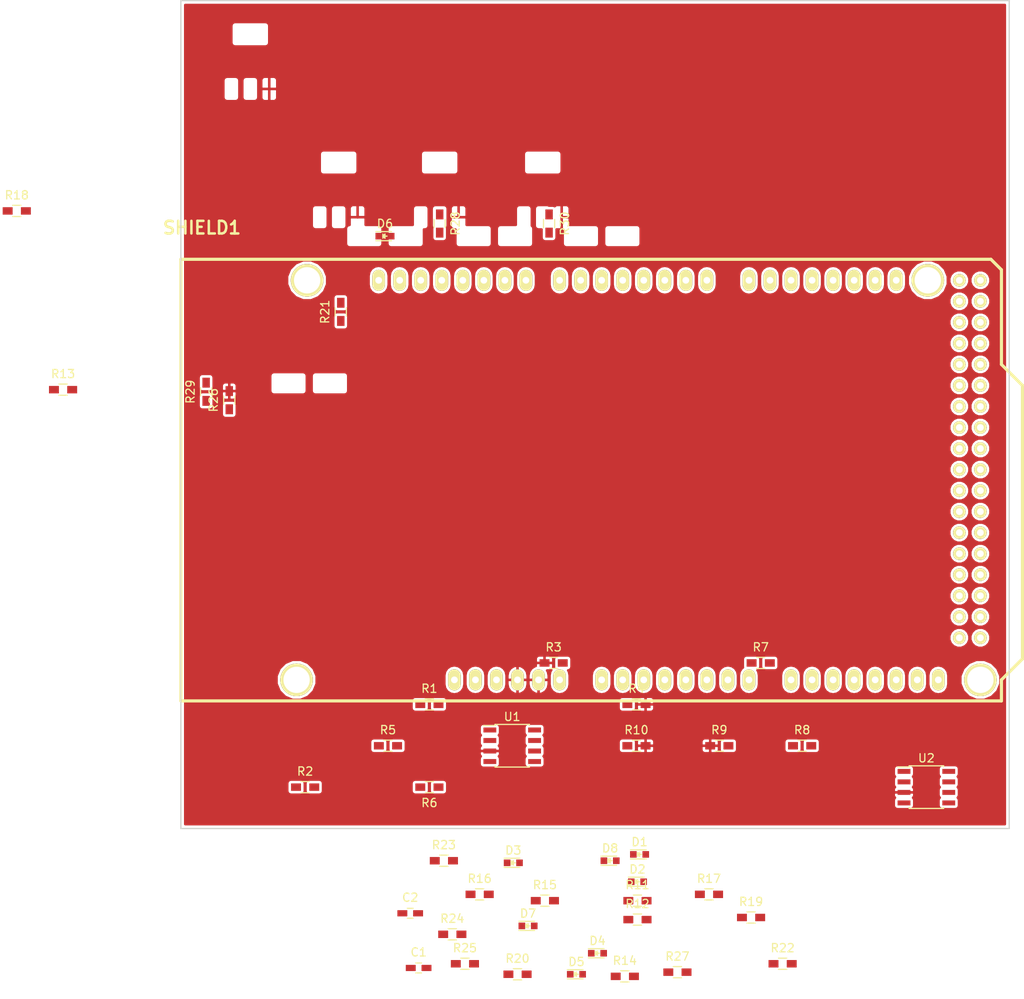
<source format=kicad_pcb>
(kicad_pcb (version 4) (host pcbnew 4.0.0-stable)

  (general
    (links 58)
    (no_connects 50)
    (area 79.924999 29.924999 180.075001 130.075001)
    (thickness 1.6)
    (drawings 4)
    (tracks 0)
    (zones 0)
    (modules 43)
    (nets 27)
  )

  (page A4)
  (layers
    (0 F.Cu signal)
    (31 B.Cu signal)
    (32 B.Adhes user)
    (33 F.Adhes user)
    (34 B.Paste user)
    (35 F.Paste user)
    (36 B.SilkS user)
    (37 F.SilkS user)
    (38 B.Mask user)
    (39 F.Mask user)
    (40 Dwgs.User user)
    (41 Cmts.User user)
    (42 Eco1.User user)
    (43 Eco2.User user)
    (44 Edge.Cuts user)
    (45 Margin user)
    (46 B.CrtYd user)
    (47 F.CrtYd user)
    (48 B.Fab user)
    (49 F.Fab user)
  )

  (setup
    (last_trace_width 0.25)
    (trace_clearance 0.2)
    (zone_clearance 0.3)
    (zone_45_only no)
    (trace_min 0.2)
    (segment_width 0.2)
    (edge_width 0.15)
    (via_size 0.6)
    (via_drill 0.4)
    (via_min_size 0.4)
    (via_min_drill 0.3)
    (uvia_size 0.3)
    (uvia_drill 0.1)
    (uvias_allowed no)
    (uvia_min_size 0.2)
    (uvia_min_drill 0.1)
    (pcb_text_width 0.3)
    (pcb_text_size 1.5 1.5)
    (mod_edge_width 0.15)
    (mod_text_size 1 1)
    (mod_text_width 0.15)
    (pad_size 1.524 1.524)
    (pad_drill 0.762)
    (pad_to_mask_clearance 0.2)
    (aux_axis_origin 0 0)
    (grid_origin 80 30)
    (visible_elements 7FFFFFFF)
    (pcbplotparams
      (layerselection 0x00030_80000001)
      (usegerberextensions false)
      (excludeedgelayer true)
      (linewidth 0.100000)
      (plotframeref false)
      (viasonmask false)
      (mode 1)
      (useauxorigin false)
      (hpglpennumber 1)
      (hpglpenspeed 20)
      (hpglpendiameter 15)
      (hpglpenoverlay 2)
      (psnegative false)
      (psa4output false)
      (plotreference true)
      (plotvalue true)
      (plotinvisibletext false)
      (padsonsilk false)
      (subtractmaskfromsilk false)
      (outputformat 1)
      (mirror false)
      (drillshape 1)
      (scaleselection 1)
      (outputdirectory ""))
  )

  (net 0 "")
  (net 1 "Net-(R1-Pad1)")
  (net 2 "Net-(R2-Pad1)")
  (net 3 GND)
  (net 4 VCC_IGNITION)
  (net 5 "Net-(R7-Pad1)")
  (net 6 "Net-(R10-Pad1)")
  (net 7 "Net-(D1-Pad2)")
  (net 8 "Net-(D2-Pad2)")
  (net 9 ING-2-OUT)
  (net 10 "Net-(R11-Pad2)")
  (net 11 ING-1-OUT)
  (net 12 "Net-(R12-Pad2)")
  (net 13 "Net-(D3-Pad2)")
  (net 14 "Net-(D4-Pad2)")
  (net 15 IGN-4-OUT)
  (net 16 "Net-(R15-Pad2)")
  (net 17 IGN-3-OUT)
  (net 18 "Net-(R16-Pad2)")
  (net 19 "Net-(D5-Pad1)")
  (net 20 INJ3-CPU-D10)
  (net 21 INJ4-CPU-D11)
  (net 22 INJ1-CPU-D8)
  (net 23 INJ2-CPU-D9)
  (net 24 "Net-(D6-Pad1)")
  (net 25 "Net-(D7-Pad1)")
  (net 26 "Net-(D8-Pad1)")

  (net_class Default "Ceci est la Netclass par défaut"
    (clearance 0.2)
    (trace_width 0.25)
    (via_dia 0.6)
    (via_drill 0.4)
    (uvia_dia 0.3)
    (uvia_drill 0.1)
    (add_net GND)
    (add_net IGN-3-OUT)
    (add_net IGN-4-OUT)
    (add_net ING-1-OUT)
    (add_net ING-2-OUT)
    (add_net INJ1-CPU-D8)
    (add_net INJ2-CPU-D9)
    (add_net INJ3-CPU-D10)
    (add_net INJ4-CPU-D11)
    (add_net "Net-(D1-Pad2)")
    (add_net "Net-(D2-Pad2)")
    (add_net "Net-(D3-Pad2)")
    (add_net "Net-(D4-Pad2)")
    (add_net "Net-(D5-Pad1)")
    (add_net "Net-(D6-Pad1)")
    (add_net "Net-(D7-Pad1)")
    (add_net "Net-(D8-Pad1)")
    (add_net "Net-(R1-Pad1)")
    (add_net "Net-(R10-Pad1)")
    (add_net "Net-(R11-Pad2)")
    (add_net "Net-(R12-Pad2)")
    (add_net "Net-(R15-Pad2)")
    (add_net "Net-(R16-Pad2)")
    (add_net "Net-(R2-Pad1)")
    (add_net "Net-(R7-Pad1)")
    (add_net VCC_IGNITION)
  )

  (module Speeduino:R_0603_HandSoldering (layer F.Cu) (tedit 5418A00F) (tstamp 56B1D812)
    (at 110 115)
    (descr "Resistor SMD 0603, hand soldering")
    (tags "resistor 0603")
    (path /56B1F212/56B1F3B3)
    (attr smd)
    (fp_text reference R1 (at 0 -1.9) (layer F.SilkS)
      (effects (font (size 1 1) (thickness 0.15)))
    )
    (fp_text value 1K (at 0 1.9) (layer F.Fab)
      (effects (font (size 1 1) (thickness 0.15)))
    )
    (fp_line (start -2 -0.8) (end 2 -0.8) (layer F.CrtYd) (width 0.05))
    (fp_line (start -2 0.8) (end 2 0.8) (layer F.CrtYd) (width 0.05))
    (fp_line (start -2 -0.8) (end -2 0.8) (layer F.CrtYd) (width 0.05))
    (fp_line (start 2 -0.8) (end 2 0.8) (layer F.CrtYd) (width 0.05))
    (fp_line (start 0.5 0.675) (end -0.5 0.675) (layer F.SilkS) (width 0.15))
    (fp_line (start -0.5 -0.675) (end 0.5 -0.675) (layer F.SilkS) (width 0.15))
    (pad 1 smd rect (at -1.1 0) (size 1.2 0.9) (layers F.Cu F.Paste F.Mask)
      (net 1 "Net-(R1-Pad1)"))
    (pad 2 smd rect (at 1.1 0) (size 1.2 0.9) (layers F.Cu F.Paste F.Mask))
    (model Resistors_SMD.3dshapes/R_0603_HandSoldering.wrl
      (at (xyz 0 0 0))
      (scale (xyz 1 1 1))
      (rotate (xyz 0 0 0))
    )
  )

  (module Speeduino:SOIC-8_3.9x4.9mm_Pitch1.27mm (layer F.Cu) (tedit 54130A77) (tstamp 56B1E68D)
    (at 120 120)
    (descr "8-Lead Plastic Small Outline (SN) - Narrow, 3.90 mm Body [SOIC] (see Microchip Packaging Specification 00000049BS.pdf)")
    (tags "SOIC 1.27")
    (path /56B1F212/56B20C3A)
    (attr smd)
    (fp_text reference U1 (at 0 -3.5) (layer F.SilkS)
      (effects (font (size 1 1) (thickness 0.15)))
    )
    (fp_text value TC4424AVOA (at 0 3.5) (layer F.Fab)
      (effects (font (size 1 1) (thickness 0.15)))
    )
    (fp_line (start -3.75 -2.75) (end -3.75 2.75) (layer F.CrtYd) (width 0.05))
    (fp_line (start 3.75 -2.75) (end 3.75 2.75) (layer F.CrtYd) (width 0.05))
    (fp_line (start -3.75 -2.75) (end 3.75 -2.75) (layer F.CrtYd) (width 0.05))
    (fp_line (start -3.75 2.75) (end 3.75 2.75) (layer F.CrtYd) (width 0.05))
    (fp_line (start -2.075 -2.575) (end -2.075 -2.43) (layer F.SilkS) (width 0.15))
    (fp_line (start 2.075 -2.575) (end 2.075 -2.43) (layer F.SilkS) (width 0.15))
    (fp_line (start 2.075 2.575) (end 2.075 2.43) (layer F.SilkS) (width 0.15))
    (fp_line (start -2.075 2.575) (end -2.075 2.43) (layer F.SilkS) (width 0.15))
    (fp_line (start -2.075 -2.575) (end 2.075 -2.575) (layer F.SilkS) (width 0.15))
    (fp_line (start -2.075 2.575) (end 2.075 2.575) (layer F.SilkS) (width 0.15))
    (fp_line (start -2.075 -2.43) (end -3.475 -2.43) (layer F.SilkS) (width 0.15))
    (pad 1 smd rect (at -2.7 -1.905) (size 1.55 0.6) (layers F.Cu F.Paste F.Mask))
    (pad 2 smd rect (at -2.7 -0.635) (size 1.55 0.6) (layers F.Cu F.Paste F.Mask)
      (net 1 "Net-(R1-Pad1)"))
    (pad 3 smd rect (at -2.7 0.635) (size 1.55 0.6) (layers F.Cu F.Paste F.Mask)
      (net 3 GND))
    (pad 4 smd rect (at -2.7 1.905) (size 1.55 0.6) (layers F.Cu F.Paste F.Mask)
      (net 2 "Net-(R2-Pad1)"))
    (pad 5 smd rect (at 2.7 1.905) (size 1.55 0.6) (layers F.Cu F.Paste F.Mask)
      (net 10 "Net-(R11-Pad2)"))
    (pad 6 smd rect (at 2.7 0.635) (size 1.55 0.6) (layers F.Cu F.Paste F.Mask)
      (net 4 VCC_IGNITION))
    (pad 7 smd rect (at 2.7 -0.635) (size 1.55 0.6) (layers F.Cu F.Paste F.Mask)
      (net 12 "Net-(R12-Pad2)"))
    (pad 8 smd rect (at 2.7 -1.905) (size 1.55 0.6) (layers F.Cu F.Paste F.Mask))
    (model Housings_SOIC.3dshapes/SOIC-8_3.9x4.9mm_Pitch1.27mm.wrl
      (at (xyz 0 0 0))
      (scale (xyz 1 1 1))
      (rotate (xyz 0 0 0))
    )
  )

  (module Speeduino:R_0603_HandSoldering (layer F.Cu) (tedit 5418A00F) (tstamp 56B1E894)
    (at 95 125)
    (descr "Resistor SMD 0603, hand soldering")
    (tags "resistor 0603")
    (path /56B1F212/56B20C3D)
    (attr smd)
    (fp_text reference R2 (at 0 -1.9) (layer F.SilkS)
      (effects (font (size 1 1) (thickness 0.15)))
    )
    (fp_text value 1K (at 0 1.9) (layer F.Fab)
      (effects (font (size 1 1) (thickness 0.15)))
    )
    (fp_line (start -2 -0.8) (end 2 -0.8) (layer F.CrtYd) (width 0.05))
    (fp_line (start -2 0.8) (end 2 0.8) (layer F.CrtYd) (width 0.05))
    (fp_line (start -2 -0.8) (end -2 0.8) (layer F.CrtYd) (width 0.05))
    (fp_line (start 2 -0.8) (end 2 0.8) (layer F.CrtYd) (width 0.05))
    (fp_line (start 0.5 0.675) (end -0.5 0.675) (layer F.SilkS) (width 0.15))
    (fp_line (start -0.5 -0.675) (end 0.5 -0.675) (layer F.SilkS) (width 0.15))
    (pad 1 smd rect (at -1.1 0) (size 1.2 0.9) (layers F.Cu F.Paste F.Mask)
      (net 2 "Net-(R2-Pad1)"))
    (pad 2 smd rect (at 1.1 0) (size 1.2 0.9) (layers F.Cu F.Paste F.Mask))
    (model Resistors_SMD.3dshapes/R_0603_HandSoldering.wrl
      (at (xyz 0 0 0))
      (scale (xyz 1 1 1))
      (rotate (xyz 0 0 0))
    )
  )

  (module Speeduino:R_0603_HandSoldering (layer F.Cu) (tedit 5418A00F) (tstamp 56B1E89A)
    (at 125 110)
    (descr "Resistor SMD 0603, hand soldering")
    (tags "resistor 0603")
    (path /56B1F212/56B20C3B)
    (attr smd)
    (fp_text reference R3 (at 0 -1.9) (layer F.SilkS)
      (effects (font (size 1 1) (thickness 0.15)))
    )
    (fp_text value 100K (at 0 1.9) (layer F.Fab)
      (effects (font (size 1 1) (thickness 0.15)))
    )
    (fp_line (start -2 -0.8) (end 2 -0.8) (layer F.CrtYd) (width 0.05))
    (fp_line (start -2 0.8) (end 2 0.8) (layer F.CrtYd) (width 0.05))
    (fp_line (start -2 -0.8) (end -2 0.8) (layer F.CrtYd) (width 0.05))
    (fp_line (start 2 -0.8) (end 2 0.8) (layer F.CrtYd) (width 0.05))
    (fp_line (start 0.5 0.675) (end -0.5 0.675) (layer F.SilkS) (width 0.15))
    (fp_line (start -0.5 -0.675) (end 0.5 -0.675) (layer F.SilkS) (width 0.15))
    (pad 1 smd rect (at -1.1 0) (size 1.2 0.9) (layers F.Cu F.Paste F.Mask)
      (net 3 GND))
    (pad 2 smd rect (at 1.1 0) (size 1.2 0.9) (layers F.Cu F.Paste F.Mask)
      (net 1 "Net-(R1-Pad1)"))
    (model Resistors_SMD.3dshapes/R_0603_HandSoldering.wrl
      (at (xyz 0 0 0))
      (scale (xyz 1 1 1))
      (rotate (xyz 0 0 0))
    )
  )

  (module Speeduino:R_0603_HandSoldering (layer F.Cu) (tedit 5418A00F) (tstamp 56B1E8A0)
    (at 135 115)
    (descr "Resistor SMD 0603, hand soldering")
    (tags "resistor 0603")
    (path /56B1F212/56B20C3C)
    (attr smd)
    (fp_text reference R4 (at 0 -1.9) (layer F.SilkS)
      (effects (font (size 1 1) (thickness 0.15)))
    )
    (fp_text value 100K (at 0 1.9) (layer F.Fab)
      (effects (font (size 1 1) (thickness 0.15)))
    )
    (fp_line (start -2 -0.8) (end 2 -0.8) (layer F.CrtYd) (width 0.05))
    (fp_line (start -2 0.8) (end 2 0.8) (layer F.CrtYd) (width 0.05))
    (fp_line (start -2 -0.8) (end -2 0.8) (layer F.CrtYd) (width 0.05))
    (fp_line (start 2 -0.8) (end 2 0.8) (layer F.CrtYd) (width 0.05))
    (fp_line (start 0.5 0.675) (end -0.5 0.675) (layer F.SilkS) (width 0.15))
    (fp_line (start -0.5 -0.675) (end 0.5 -0.675) (layer F.SilkS) (width 0.15))
    (pad 1 smd rect (at -1.1 0) (size 1.2 0.9) (layers F.Cu F.Paste F.Mask)
      (net 2 "Net-(R2-Pad1)"))
    (pad 2 smd rect (at 1.1 0) (size 1.2 0.9) (layers F.Cu F.Paste F.Mask)
      (net 3 GND))
    (model Resistors_SMD.3dshapes/R_0603_HandSoldering.wrl
      (at (xyz 0 0 0))
      (scale (xyz 1 1 1))
      (rotate (xyz 0 0 0))
    )
  )

  (module Speeduino:R_0603_HandSoldering (layer F.Cu) (tedit 5418A00F) (tstamp 56B1EE20)
    (at 105 120)
    (descr "Resistor SMD 0603, hand soldering")
    (tags "resistor 0603")
    (path /56B1F212/56B20449)
    (attr smd)
    (fp_text reference R5 (at 0 -1.9) (layer F.SilkS)
      (effects (font (size 1 1) (thickness 0.15)))
    )
    (fp_text value 0 (at 0 1.9) (layer F.Fab)
      (effects (font (size 1 1) (thickness 0.15)))
    )
    (fp_line (start -2 -0.8) (end 2 -0.8) (layer F.CrtYd) (width 0.05))
    (fp_line (start -2 0.8) (end 2 0.8) (layer F.CrtYd) (width 0.05))
    (fp_line (start -2 -0.8) (end -2 0.8) (layer F.CrtYd) (width 0.05))
    (fp_line (start 2 -0.8) (end 2 0.8) (layer F.CrtYd) (width 0.05))
    (fp_line (start 0.5 0.675) (end -0.5 0.675) (layer F.SilkS) (width 0.15))
    (fp_line (start -0.5 -0.675) (end 0.5 -0.675) (layer F.SilkS) (width 0.15))
    (pad 1 smd rect (at -1.1 0) (size 1.2 0.9) (layers F.Cu F.Paste F.Mask)
      (net 4 VCC_IGNITION))
    (pad 2 smd rect (at 1.1 0) (size 1.2 0.9) (layers F.Cu F.Paste F.Mask))
    (model Resistors_SMD.3dshapes/R_0603_HandSoldering.wrl
      (at (xyz 0 0 0))
      (scale (xyz 1 1 1))
      (rotate (xyz 0 0 0))
    )
  )

  (module Speeduino:R_0603_HandSoldering (layer F.Cu) (tedit 5418A00F) (tstamp 56B1EE26)
    (at 110 125 180)
    (descr "Resistor SMD 0603, hand soldering")
    (tags "resistor 0603")
    (path /56B1F212/56B204C9)
    (attr smd)
    (fp_text reference R6 (at 0 -1.9 180) (layer F.SilkS)
      (effects (font (size 1 1) (thickness 0.15)))
    )
    (fp_text value 0 (at 0 1.9 180) (layer F.Fab)
      (effects (font (size 1 1) (thickness 0.15)))
    )
    (fp_line (start -2 -0.8) (end 2 -0.8) (layer F.CrtYd) (width 0.05))
    (fp_line (start -2 0.8) (end 2 0.8) (layer F.CrtYd) (width 0.05))
    (fp_line (start -2 -0.8) (end -2 0.8) (layer F.CrtYd) (width 0.05))
    (fp_line (start 2 -0.8) (end 2 0.8) (layer F.CrtYd) (width 0.05))
    (fp_line (start 0.5 0.675) (end -0.5 0.675) (layer F.SilkS) (width 0.15))
    (fp_line (start -0.5 -0.675) (end 0.5 -0.675) (layer F.SilkS) (width 0.15))
    (pad 1 smd rect (at -1.1 0 180) (size 1.2 0.9) (layers F.Cu F.Paste F.Mask))
    (pad 2 smd rect (at 1.1 0 180) (size 1.2 0.9) (layers F.Cu F.Paste F.Mask)
      (net 4 VCC_IGNITION))
    (model Resistors_SMD.3dshapes/R_0603_HandSoldering.wrl
      (at (xyz 0 0 0))
      (scale (xyz 1 1 1))
      (rotate (xyz 0 0 0))
    )
  )

  (module Speeduino:R_0603_HandSoldering (layer F.Cu) (tedit 5418A00F) (tstamp 56B1EF2D)
    (at 150 110)
    (descr "Resistor SMD 0603, hand soldering")
    (tags "resistor 0603")
    (path /56B20A5E/56B20C3E)
    (attr smd)
    (fp_text reference R7 (at 0 -1.9) (layer F.SilkS)
      (effects (font (size 1 1) (thickness 0.15)))
    )
    (fp_text value 1K (at 0 1.9) (layer F.Fab)
      (effects (font (size 1 1) (thickness 0.15)))
    )
    (fp_line (start -2 -0.8) (end 2 -0.8) (layer F.CrtYd) (width 0.05))
    (fp_line (start -2 0.8) (end 2 0.8) (layer F.CrtYd) (width 0.05))
    (fp_line (start -2 -0.8) (end -2 0.8) (layer F.CrtYd) (width 0.05))
    (fp_line (start 2 -0.8) (end 2 0.8) (layer F.CrtYd) (width 0.05))
    (fp_line (start 0.5 0.675) (end -0.5 0.675) (layer F.SilkS) (width 0.15))
    (fp_line (start -0.5 -0.675) (end 0.5 -0.675) (layer F.SilkS) (width 0.15))
    (pad 1 smd rect (at -1.1 0) (size 1.2 0.9) (layers F.Cu F.Paste F.Mask)
      (net 5 "Net-(R7-Pad1)"))
    (pad 2 smd rect (at 1.1 0) (size 1.2 0.9) (layers F.Cu F.Paste F.Mask))
    (model Resistors_SMD.3dshapes/R_0603_HandSoldering.wrl
      (at (xyz 0 0 0))
      (scale (xyz 1 1 1))
      (rotate (xyz 0 0 0))
    )
  )

  (module Speeduino:R_0603_HandSoldering (layer F.Cu) (tedit 5418A00F) (tstamp 56B1EF33)
    (at 155 120)
    (descr "Resistor SMD 0603, hand soldering")
    (tags "resistor 0603")
    (path /56B20A5E/56B1F338)
    (attr smd)
    (fp_text reference R8 (at 0 -1.9) (layer F.SilkS)
      (effects (font (size 1 1) (thickness 0.15)))
    )
    (fp_text value 1K (at 0 1.9) (layer F.Fab)
      (effects (font (size 1 1) (thickness 0.15)))
    )
    (fp_line (start -2 -0.8) (end 2 -0.8) (layer F.CrtYd) (width 0.05))
    (fp_line (start -2 0.8) (end 2 0.8) (layer F.CrtYd) (width 0.05))
    (fp_line (start -2 -0.8) (end -2 0.8) (layer F.CrtYd) (width 0.05))
    (fp_line (start 2 -0.8) (end 2 0.8) (layer F.CrtYd) (width 0.05))
    (fp_line (start 0.5 0.675) (end -0.5 0.675) (layer F.SilkS) (width 0.15))
    (fp_line (start -0.5 -0.675) (end 0.5 -0.675) (layer F.SilkS) (width 0.15))
    (pad 1 smd rect (at -1.1 0) (size 1.2 0.9) (layers F.Cu F.Paste F.Mask)
      (net 6 "Net-(R10-Pad1)"))
    (pad 2 smd rect (at 1.1 0) (size 1.2 0.9) (layers F.Cu F.Paste F.Mask))
    (model Resistors_SMD.3dshapes/R_0603_HandSoldering.wrl
      (at (xyz 0 0 0))
      (scale (xyz 1 1 1))
      (rotate (xyz 0 0 0))
    )
  )

  (module Speeduino:R_0603_HandSoldering (layer F.Cu) (tedit 56B1F2C5) (tstamp 56B1EF39)
    (at 145 120)
    (descr "Resistor SMD 0603, hand soldering")
    (tags "resistor 0603")
    (path /56B20A5E/56B1F284)
    (attr smd)
    (fp_text reference R9 (at 0 -1.9) (layer F.SilkS)
      (effects (font (size 1 1) (thickness 0.15)))
    )
    (fp_text value 100K (at 0.1 1.8) (layer F.Fab)
      (effects (font (size 1 1) (thickness 0.15)))
    )
    (fp_line (start -2 -0.8) (end 2 -0.8) (layer F.CrtYd) (width 0.05))
    (fp_line (start -2 0.8) (end 2 0.8) (layer F.CrtYd) (width 0.05))
    (fp_line (start -2 -0.8) (end -2 0.8) (layer F.CrtYd) (width 0.05))
    (fp_line (start 2 -0.8) (end 2 0.8) (layer F.CrtYd) (width 0.05))
    (fp_line (start 0.5 0.675) (end -0.5 0.675) (layer F.SilkS) (width 0.15))
    (fp_line (start -0.5 -0.675) (end 0.5 -0.675) (layer F.SilkS) (width 0.15))
    (pad 1 smd rect (at -1.1 0) (size 1.2 0.9) (layers F.Cu F.Paste F.Mask)
      (net 3 GND))
    (pad 2 smd rect (at 1.1 0) (size 1.2 0.9) (layers F.Cu F.Paste F.Mask)
      (net 5 "Net-(R7-Pad1)"))
    (model Resistors_SMD.3dshapes/R_0603_HandSoldering.wrl
      (at (xyz 0 0 0))
      (scale (xyz 1 1 1))
      (rotate (xyz 0 0 0))
    )
  )

  (module Speeduino:R_0603_HandSoldering (layer F.Cu) (tedit 5418A00F) (tstamp 56B1EF3F)
    (at 135 120)
    (descr "Resistor SMD 0603, hand soldering")
    (tags "resistor 0603")
    (path /56B20A5E/56B1F2FB)
    (attr smd)
    (fp_text reference R10 (at 0 -1.9) (layer F.SilkS)
      (effects (font (size 1 1) (thickness 0.15)))
    )
    (fp_text value 100K (at 0 1.9) (layer F.Fab)
      (effects (font (size 1 1) (thickness 0.15)))
    )
    (fp_line (start -2 -0.8) (end 2 -0.8) (layer F.CrtYd) (width 0.05))
    (fp_line (start -2 0.8) (end 2 0.8) (layer F.CrtYd) (width 0.05))
    (fp_line (start -2 -0.8) (end -2 0.8) (layer F.CrtYd) (width 0.05))
    (fp_line (start 2 -0.8) (end 2 0.8) (layer F.CrtYd) (width 0.05))
    (fp_line (start 0.5 0.675) (end -0.5 0.675) (layer F.SilkS) (width 0.15))
    (fp_line (start -0.5 -0.675) (end 0.5 -0.675) (layer F.SilkS) (width 0.15))
    (pad 1 smd rect (at -1.1 0) (size 1.2 0.9) (layers F.Cu F.Paste F.Mask)
      (net 6 "Net-(R10-Pad1)"))
    (pad 2 smd rect (at 1.1 0) (size 1.2 0.9) (layers F.Cu F.Paste F.Mask)
      (net 3 GND))
    (model Resistors_SMD.3dshapes/R_0603_HandSoldering.wrl
      (at (xyz 0 0 0))
      (scale (xyz 1 1 1))
      (rotate (xyz 0 0 0))
    )
  )

  (module Speeduino:SOIC-8_3.9x4.9mm_Pitch1.27mm (layer F.Cu) (tedit 54130A77) (tstamp 56B1EF4B)
    (at 170 125)
    (descr "8-Lead Plastic Small Outline (SN) - Narrow, 3.90 mm Body [SOIC] (see Microchip Packaging Specification 00000049BS.pdf)")
    (tags "SOIC 1.27")
    (path /56B20A5E/56B1F235)
    (attr smd)
    (fp_text reference U2 (at 0 -3.5) (layer F.SilkS)
      (effects (font (size 1 1) (thickness 0.15)))
    )
    (fp_text value TC4424AVOA (at 0 3.5) (layer F.Fab)
      (effects (font (size 1 1) (thickness 0.15)))
    )
    (fp_line (start -3.75 -2.75) (end -3.75 2.75) (layer F.CrtYd) (width 0.05))
    (fp_line (start 3.75 -2.75) (end 3.75 2.75) (layer F.CrtYd) (width 0.05))
    (fp_line (start -3.75 -2.75) (end 3.75 -2.75) (layer F.CrtYd) (width 0.05))
    (fp_line (start -3.75 2.75) (end 3.75 2.75) (layer F.CrtYd) (width 0.05))
    (fp_line (start -2.075 -2.575) (end -2.075 -2.43) (layer F.SilkS) (width 0.15))
    (fp_line (start 2.075 -2.575) (end 2.075 -2.43) (layer F.SilkS) (width 0.15))
    (fp_line (start 2.075 2.575) (end 2.075 2.43) (layer F.SilkS) (width 0.15))
    (fp_line (start -2.075 2.575) (end -2.075 2.43) (layer F.SilkS) (width 0.15))
    (fp_line (start -2.075 -2.575) (end 2.075 -2.575) (layer F.SilkS) (width 0.15))
    (fp_line (start -2.075 2.575) (end 2.075 2.575) (layer F.SilkS) (width 0.15))
    (fp_line (start -2.075 -2.43) (end -3.475 -2.43) (layer F.SilkS) (width 0.15))
    (pad 1 smd rect (at -2.7 -1.905) (size 1.55 0.6) (layers F.Cu F.Paste F.Mask))
    (pad 2 smd rect (at -2.7 -0.635) (size 1.55 0.6) (layers F.Cu F.Paste F.Mask)
      (net 5 "Net-(R7-Pad1)"))
    (pad 3 smd rect (at -2.7 0.635) (size 1.55 0.6) (layers F.Cu F.Paste F.Mask)
      (net 3 GND))
    (pad 4 smd rect (at -2.7 1.905) (size 1.55 0.6) (layers F.Cu F.Paste F.Mask)
      (net 6 "Net-(R10-Pad1)"))
    (pad 5 smd rect (at 2.7 1.905) (size 1.55 0.6) (layers F.Cu F.Paste F.Mask)
      (net 16 "Net-(R15-Pad2)"))
    (pad 6 smd rect (at 2.7 0.635) (size 1.55 0.6) (layers F.Cu F.Paste F.Mask)
      (net 4 VCC_IGNITION))
    (pad 7 smd rect (at 2.7 -0.635) (size 1.55 0.6) (layers F.Cu F.Paste F.Mask)
      (net 18 "Net-(R16-Pad2)"))
    (pad 8 smd rect (at 2.7 -1.905) (size 1.55 0.6) (layers F.Cu F.Paste F.Mask))
    (model Housings_SOIC.3dshapes/SOIC-8_3.9x4.9mm_Pitch1.27mm.wrl
      (at (xyz 0 0 0))
      (scale (xyz 1 1 1))
      (rotate (xyz 0 0 0))
    )
  )

  (module "Speeduino:ARDUINO MEGA SHIELD" (layer F.Cu) (tedit 4D154886) (tstamp 56B1F181)
    (at 80 114.582)
    (path /56B219CA/56B219D5)
    (fp_text reference SHIELD1 (at 2.54 -57.15) (layer F.SilkS)
      (effects (font (thickness 0.3048)))
    )
    (fp_text value ARDUINO_MEGA_SHIELD (at 5.08 -54.61) (layer F.SilkS) hide
      (effects (font (thickness 0.3048)))
    )
    (fp_line (start 99.06 0) (end 0 0) (layer F.SilkS) (width 0.381))
    (fp_line (start 97.79 -53.34) (end 0 -53.34) (layer F.SilkS) (width 0.381))
    (fp_line (start 99.06 -40.64) (end 99.06 -52.07) (layer F.SilkS) (width 0.381))
    (fp_line (start 99.06 -52.07) (end 97.79 -53.34) (layer F.SilkS) (width 0.381))
    (fp_line (start 0 0) (end 0 -53.34) (layer F.SilkS) (width 0.381))
    (fp_line (start 99.06 -40.64) (end 101.6 -38.1) (layer F.SilkS) (width 0.381))
    (fp_line (start 101.6 -38.1) (end 101.6 -5.08) (layer F.SilkS) (width 0.381))
    (fp_line (start 101.6 -5.08) (end 99.06 -2.54) (layer F.SilkS) (width 0.381))
    (fp_line (start 99.06 -2.54) (end 99.06 0) (layer F.SilkS) (width 0.381))
    (pad 14 thru_hole oval (at 68.58 -50.8 90) (size 2.54 1.524) (drill 0.8128) (layers *.Cu *.Mask F.SilkS))
    (pad 15 thru_hole oval (at 71.12 -50.8 90) (size 2.54 1.524) (drill 0.8128) (layers *.Cu *.Mask F.SilkS))
    (pad 16 thru_hole oval (at 73.66 -50.8 90) (size 2.54 1.524) (drill 0.8128) (layers *.Cu *.Mask F.SilkS))
    (pad 17 thru_hole oval (at 76.2 -50.8 90) (size 2.54 1.524) (drill 0.8128) (layers *.Cu *.Mask F.SilkS))
    (pad 18 thru_hole oval (at 78.74 -50.8 90) (size 2.54 1.524) (drill 0.8128) (layers *.Cu *.Mask F.SilkS))
    (pad 19 thru_hole oval (at 81.28 -50.8 90) (size 2.54 1.524) (drill 0.8128) (layers *.Cu *.Mask F.SilkS))
    (pad 20 thru_hole oval (at 83.82 -50.8 90) (size 2.54 1.524) (drill 0.8128) (layers *.Cu *.Mask F.SilkS))
    (pad 21 thru_hole oval (at 86.36 -50.8 90) (size 2.54 1.524) (drill 0.8128) (layers *.Cu *.Mask F.SilkS))
    (pad AD15 thru_hole oval (at 91.44 -2.54 90) (size 2.54 1.524) (drill 0.8128) (layers *.Cu *.Mask F.SilkS))
    (pad AD14 thru_hole oval (at 88.9 -2.54 90) (size 2.54 1.524) (drill 0.8128) (layers *.Cu *.Mask F.SilkS))
    (pad AD13 thru_hole oval (at 86.36 -2.54 90) (size 2.54 1.524) (drill 0.8128) (layers *.Cu *.Mask F.SilkS))
    (pad AD12 thru_hole oval (at 83.82 -2.54 90) (size 2.54 1.524) (drill 0.8128) (layers *.Cu *.Mask F.SilkS))
    (pad AD8 thru_hole oval (at 73.66 -2.54 90) (size 2.54 1.524) (drill 0.8128) (layers *.Cu *.Mask F.SilkS))
    (pad AD7 thru_hole oval (at 68.58 -2.54 90) (size 2.54 1.524) (drill 0.8128) (layers *.Cu *.Mask F.SilkS))
    (pad AD6 thru_hole oval (at 66.04 -2.54 90) (size 2.54 1.524) (drill 0.8128) (layers *.Cu *.Mask F.SilkS))
    (pad AD9 thru_hole oval (at 76.2 -2.54 90) (size 2.54 1.524) (drill 0.8128) (layers *.Cu *.Mask F.SilkS))
    (pad AD10 thru_hole oval (at 78.74 -2.54 90) (size 2.54 1.524) (drill 0.8128) (layers *.Cu *.Mask F.SilkS))
    (pad AD11 thru_hole oval (at 81.28 -2.54 90) (size 2.54 1.524) (drill 0.8128) (layers *.Cu *.Mask F.SilkS))
    (pad AD5 thru_hole oval (at 63.5 -2.54 90) (size 2.54 1.524) (drill 0.8128) (layers *.Cu *.Mask F.SilkS))
    (pad AD4 thru_hole oval (at 60.96 -2.54 90) (size 2.54 1.524) (drill 0.8128) (layers *.Cu *.Mask F.SilkS))
    (pad AD3 thru_hole oval (at 58.42 -2.54 90) (size 2.54 1.524) (drill 0.8128) (layers *.Cu *.Mask F.SilkS))
    (pad AD0 thru_hole oval (at 50.8 -2.54 90) (size 2.54 1.524) (drill 0.8128) (layers *.Cu *.Mask F.SilkS))
    (pad AD1 thru_hole oval (at 53.34 -2.54 90) (size 2.54 1.524) (drill 0.8128) (layers *.Cu *.Mask F.SilkS))
    (pad AD2 thru_hole oval (at 55.88 -2.54 90) (size 2.54 1.524) (drill 0.8128) (layers *.Cu *.Mask F.SilkS))
    (pad V_IN thru_hole oval (at 45.72 -2.54 90) (size 2.54 1.524) (drill 0.8128) (layers *.Cu *.Mask F.SilkS))
    (pad GND2 thru_hole oval (at 43.18 -2.54 90) (size 2.54 1.524) (drill 0.8128) (layers *.Cu *.Mask F.SilkS)
      (net 3 GND))
    (pad GND1 thru_hole oval (at 40.64 -2.54 90) (size 2.54 1.524) (drill 0.8128) (layers *.Cu *.Mask F.SilkS)
      (net 3 GND))
    (pad 3V3 thru_hole oval (at 35.56 -2.54 90) (size 2.54 1.524) (drill 0.8128) (layers *.Cu *.Mask F.SilkS))
    (pad RST thru_hole oval (at 33.02 -2.54 90) (size 2.54 1.524) (drill 0.8128) (layers *.Cu *.Mask F.SilkS))
    (pad 0 thru_hole oval (at 63.5 -50.8 90) (size 2.54 1.524) (drill 0.8128) (layers *.Cu *.Mask F.SilkS))
    (pad 1 thru_hole oval (at 60.96 -50.8 90) (size 2.54 1.524) (drill 0.8128) (layers *.Cu *.Mask F.SilkS))
    (pad 2 thru_hole oval (at 58.42 -50.8 90) (size 2.54 1.524) (drill 0.8128) (layers *.Cu *.Mask F.SilkS))
    (pad 3 thru_hole oval (at 55.88 -50.8 90) (size 2.54 1.524) (drill 0.8128) (layers *.Cu *.Mask F.SilkS))
    (pad 4 thru_hole oval (at 53.34 -50.8 90) (size 2.54 1.524) (drill 0.8128) (layers *.Cu *.Mask F.SilkS))
    (pad 5 thru_hole oval (at 50.8 -50.8 90) (size 2.54 1.524) (drill 0.8128) (layers *.Cu *.Mask F.SilkS))
    (pad 6 thru_hole oval (at 48.26 -50.8 90) (size 2.54 1.524) (drill 0.8128) (layers *.Cu *.Mask F.SilkS))
    (pad 7 thru_hole oval (at 45.72 -50.8 90) (size 2.54 1.524) (drill 0.8128) (layers *.Cu *.Mask F.SilkS))
    (pad 8 thru_hole oval (at 41.656 -50.8 90) (size 2.54 1.524) (drill 0.8128) (layers *.Cu *.Mask F.SilkS))
    (pad 9 thru_hole oval (at 39.116 -50.8 90) (size 2.54 1.524) (drill 0.8128) (layers *.Cu *.Mask F.SilkS))
    (pad 10 thru_hole oval (at 36.576 -50.8 90) (size 2.54 1.524) (drill 0.8128) (layers *.Cu *.Mask F.SilkS))
    (pad 11 thru_hole oval (at 34.036 -50.8 90) (size 2.54 1.524) (drill 0.8128) (layers *.Cu *.Mask F.SilkS))
    (pad 12 thru_hole oval (at 31.496 -50.8 90) (size 2.54 1.524) (drill 0.8128) (layers *.Cu *.Mask F.SilkS))
    (pad 13 thru_hole oval (at 28.956 -50.8 90) (size 2.54 1.524) (drill 0.8128) (layers *.Cu *.Mask F.SilkS))
    (pad GND3 thru_hole oval (at 26.416 -50.8 90) (size 2.54 1.524) (drill 0.8128) (layers *.Cu *.Mask F.SilkS))
    (pad AREF thru_hole oval (at 23.876 -50.8 90) (size 2.54 1.524) (drill 0.8128) (layers *.Cu *.Mask F.SilkS))
    (pad 5V thru_hole oval (at 38.1 -2.54 90) (size 2.54 1.524) (drill 0.8128) (layers *.Cu *.Mask F.SilkS))
    (pad "" thru_hole circle (at 96.52 -2.54 90) (size 3.937 3.937) (drill 3.175) (layers *.Cu *.Mask F.SilkS))
    (pad "" thru_hole circle (at 90.17 -50.8 90) (size 3.937 3.937) (drill 3.175) (layers *.Cu *.Mask F.SilkS))
    (pad "" thru_hole circle (at 15.24 -50.8 90) (size 3.937 3.937) (drill 3.175) (layers *.Cu *.Mask F.SilkS))
    (pad "" thru_hole circle (at 13.97 -2.54 90) (size 3.937 3.937) (drill 3.175) (layers *.Cu *.Mask F.SilkS))
    (pad 22 thru_hole circle (at 93.98 -48.26) (size 1.524 1.524) (drill 0.8128) (layers *.Cu *.Mask F.SilkS))
    (pad 23 thru_hole circle (at 96.52 -48.26) (size 1.524 1.524) (drill 0.8128) (layers *.Cu *.Mask F.SilkS))
    (pad 24 thru_hole circle (at 93.98 -45.72) (size 1.524 1.524) (drill 0.8128) (layers *.Cu *.Mask F.SilkS))
    (pad 25 thru_hole circle (at 96.52 -45.72) (size 1.524 1.524) (drill 0.8128) (layers *.Cu *.Mask F.SilkS))
    (pad 26 thru_hole circle (at 93.98 -43.18) (size 1.524 1.524) (drill 0.8128) (layers *.Cu *.Mask F.SilkS))
    (pad 27 thru_hole circle (at 96.52 -43.18) (size 1.524 1.524) (drill 0.8128) (layers *.Cu *.Mask F.SilkS))
    (pad 28 thru_hole circle (at 93.98 -40.64) (size 1.524 1.524) (drill 0.8128) (layers *.Cu *.Mask F.SilkS))
    (pad 29 thru_hole circle (at 96.52 -40.64) (size 1.524 1.524) (drill 0.8128) (layers *.Cu *.Mask F.SilkS))
    (pad 5V_4 thru_hole circle (at 93.98 -50.8) (size 1.524 1.524) (drill 0.8128) (layers *.Cu *.Mask F.SilkS))
    (pad 5V_5 thru_hole circle (at 96.52 -50.8) (size 1.524 1.524) (drill 0.8128) (layers *.Cu *.Mask F.SilkS))
    (pad 31 thru_hole circle (at 96.52 -38.1) (size 1.524 1.524) (drill 0.8128) (layers *.Cu *.Mask F.SilkS))
    (pad 30 thru_hole circle (at 93.98 -38.1) (size 1.524 1.524) (drill 0.8128) (layers *.Cu *.Mask F.SilkS))
    (pad 32 thru_hole circle (at 93.98 -35.56) (size 1.524 1.524) (drill 0.8128) (layers *.Cu *.Mask F.SilkS))
    (pad 33 thru_hole circle (at 96.52 -35.56) (size 1.524 1.524) (drill 0.8128) (layers *.Cu *.Mask F.SilkS))
    (pad 34 thru_hole circle (at 93.98 -33.02) (size 1.524 1.524) (drill 0.8128) (layers *.Cu *.Mask F.SilkS))
    (pad 35 thru_hole circle (at 96.52 -33.02) (size 1.524 1.524) (drill 0.8128) (layers *.Cu *.Mask F.SilkS))
    (pad 36 thru_hole circle (at 93.98 -30.48) (size 1.524 1.524) (drill 0.8128) (layers *.Cu *.Mask F.SilkS))
    (pad 37 thru_hole circle (at 96.52 -30.48) (size 1.524 1.524) (drill 0.8128) (layers *.Cu *.Mask F.SilkS))
    (pad 38 thru_hole circle (at 93.98 -27.94) (size 1.524 1.524) (drill 0.8128) (layers *.Cu *.Mask F.SilkS))
    (pad 39 thru_hole circle (at 96.52 -27.94) (size 1.524 1.524) (drill 0.8128) (layers *.Cu *.Mask F.SilkS))
    (pad 40 thru_hole circle (at 93.98 -25.4) (size 1.524 1.524) (drill 0.8128) (layers *.Cu *.Mask F.SilkS))
    (pad 41 thru_hole circle (at 96.52 -25.4) (size 1.524 1.524) (drill 0.8128) (layers *.Cu *.Mask F.SilkS))
    (pad 42 thru_hole circle (at 93.98 -22.86) (size 1.524 1.524) (drill 0.8128) (layers *.Cu *.Mask F.SilkS))
    (pad 43 thru_hole circle (at 96.52 -22.86) (size 1.524 1.524) (drill 0.8128) (layers *.Cu *.Mask F.SilkS))
    (pad 44 thru_hole circle (at 93.98 -20.32) (size 1.524 1.524) (drill 0.8128) (layers *.Cu *.Mask F.SilkS))
    (pad 45 thru_hole circle (at 96.52 -20.32) (size 1.524 1.524) (drill 0.8128) (layers *.Cu *.Mask F.SilkS))
    (pad 46 thru_hole circle (at 93.98 -17.78) (size 1.524 1.524) (drill 0.8128) (layers *.Cu *.Mask F.SilkS))
    (pad 47 thru_hole circle (at 96.52 -17.78) (size 1.524 1.524) (drill 0.8128) (layers *.Cu *.Mask F.SilkS))
    (pad 48 thru_hole circle (at 93.98 -15.24) (size 1.524 1.524) (drill 0.8128) (layers *.Cu *.Mask F.SilkS))
    (pad 49 thru_hole circle (at 96.52 -15.24) (size 1.524 1.524) (drill 0.8128) (layers *.Cu *.Mask F.SilkS))
    (pad 50 thru_hole circle (at 93.98 -12.7) (size 1.524 1.524) (drill 0.8128) (layers *.Cu *.Mask F.SilkS))
    (pad 51 thru_hole circle (at 96.52 -12.7) (size 1.524 1.524) (drill 0.8128) (layers *.Cu *.Mask F.SilkS))
    (pad 52 thru_hole circle (at 93.98 -10.16) (size 1.524 1.524) (drill 0.8128) (layers *.Cu *.Mask F.SilkS))
    (pad 53 thru_hole circle (at 96.52 -10.16) (size 1.524 1.524) (drill 0.8128) (layers *.Cu *.Mask F.SilkS))
    (pad GND4 thru_hole circle (at 93.98 -7.62) (size 1.524 1.524) (drill 0.8128) (layers *.Cu *.Mask F.SilkS))
    (pad GND5 thru_hole circle (at 96.52 -7.62) (size 1.524 1.524) (drill 0.8128) (layers *.Cu *.Mask F.SilkS))
  )

  (module Speeduino:LED_0603 (layer F.Cu) (tedit 55BDE255) (tstamp 56B255D0)
    (at 135.372 133.124)
    (descr "LED 0603 smd package")
    (tags "LED led 0603 SMD smd SMT smt smdled SMDLED smtled SMTLED")
    (path /56B1F212/56B25755)
    (attr smd)
    (fp_text reference D1 (at 0 -1.5) (layer F.SilkS)
      (effects (font (size 1 1) (thickness 0.15)))
    )
    (fp_text value LED (at 0 1.5) (layer F.Fab)
      (effects (font (size 1 1) (thickness 0.15)))
    )
    (fp_line (start -1.1 0.55) (end 0.8 0.55) (layer F.SilkS) (width 0.15))
    (fp_line (start -1.1 -0.55) (end 0.8 -0.55) (layer F.SilkS) (width 0.15))
    (fp_line (start -0.2 0) (end 0.25 0) (layer F.SilkS) (width 0.15))
    (fp_line (start -0.25 -0.25) (end -0.25 0.25) (layer F.SilkS) (width 0.15))
    (fp_line (start -0.25 0) (end 0 -0.25) (layer F.SilkS) (width 0.15))
    (fp_line (start 0 -0.25) (end 0 0.25) (layer F.SilkS) (width 0.15))
    (fp_line (start 0 0.25) (end -0.25 0) (layer F.SilkS) (width 0.15))
    (fp_line (start 1.4 -0.75) (end 1.4 0.75) (layer F.CrtYd) (width 0.05))
    (fp_line (start 1.4 0.75) (end -1.4 0.75) (layer F.CrtYd) (width 0.05))
    (fp_line (start -1.4 0.75) (end -1.4 -0.75) (layer F.CrtYd) (width 0.05))
    (fp_line (start -1.4 -0.75) (end 1.4 -0.75) (layer F.CrtYd) (width 0.05))
    (pad 2 smd rect (at 0.7493 0 180) (size 0.79756 0.79756) (layers F.Cu F.Paste F.Mask)
      (net 7 "Net-(D1-Pad2)"))
    (pad 1 smd rect (at -0.7493 0 180) (size 0.79756 0.79756) (layers F.Cu F.Paste F.Mask)
      (net 3 GND))
    (model LEDs.3dshapes/LED_0603.wrl
      (at (xyz 0 0 0))
      (scale (xyz 1 1 1))
      (rotate (xyz 0 0 180))
    )
  )

  (module Speeduino:LED_0603 (layer F.Cu) (tedit 55BDE255) (tstamp 56B255D6)
    (at 135.118 136.426)
    (descr "LED 0603 smd package")
    (tags "LED led 0603 SMD smd SMT smt smdled SMDLED smtled SMTLED")
    (path /56B1F212/56B2584E)
    (attr smd)
    (fp_text reference D2 (at 0 -1.5) (layer F.SilkS)
      (effects (font (size 1 1) (thickness 0.15)))
    )
    (fp_text value LED (at 0 1.5) (layer F.Fab)
      (effects (font (size 1 1) (thickness 0.15)))
    )
    (fp_line (start -1.1 0.55) (end 0.8 0.55) (layer F.SilkS) (width 0.15))
    (fp_line (start -1.1 -0.55) (end 0.8 -0.55) (layer F.SilkS) (width 0.15))
    (fp_line (start -0.2 0) (end 0.25 0) (layer F.SilkS) (width 0.15))
    (fp_line (start -0.25 -0.25) (end -0.25 0.25) (layer F.SilkS) (width 0.15))
    (fp_line (start -0.25 0) (end 0 -0.25) (layer F.SilkS) (width 0.15))
    (fp_line (start 0 -0.25) (end 0 0.25) (layer F.SilkS) (width 0.15))
    (fp_line (start 0 0.25) (end -0.25 0) (layer F.SilkS) (width 0.15))
    (fp_line (start 1.4 -0.75) (end 1.4 0.75) (layer F.CrtYd) (width 0.05))
    (fp_line (start 1.4 0.75) (end -1.4 0.75) (layer F.CrtYd) (width 0.05))
    (fp_line (start -1.4 0.75) (end -1.4 -0.75) (layer F.CrtYd) (width 0.05))
    (fp_line (start -1.4 -0.75) (end 1.4 -0.75) (layer F.CrtYd) (width 0.05))
    (pad 2 smd rect (at 0.7493 0 180) (size 0.79756 0.79756) (layers F.Cu F.Paste F.Mask)
      (net 8 "Net-(D2-Pad2)"))
    (pad 1 smd rect (at -0.7493 0 180) (size 0.79756 0.79756) (layers F.Cu F.Paste F.Mask)
      (net 3 GND))
    (model LEDs.3dshapes/LED_0603.wrl
      (at (xyz 0 0 0))
      (scale (xyz 1 1 1))
      (rotate (xyz 0 0 180))
    )
  )

  (module Speeduino:R_0603_HandSoldering (layer F.Cu) (tedit 5418A00F) (tstamp 56B255DC)
    (at 135.118 138.712)
    (descr "Resistor SMD 0603, hand soldering")
    (tags "resistor 0603")
    (path /56B1F212/56B2599A)
    (attr smd)
    (fp_text reference R11 (at 0 -1.9) (layer F.SilkS)
      (effects (font (size 1 1) (thickness 0.15)))
    )
    (fp_text value R (at 0 1.9) (layer F.Fab)
      (effects (font (size 1 1) (thickness 0.15)))
    )
    (fp_line (start -2 -0.8) (end 2 -0.8) (layer F.CrtYd) (width 0.05))
    (fp_line (start -2 0.8) (end 2 0.8) (layer F.CrtYd) (width 0.05))
    (fp_line (start -2 -0.8) (end -2 0.8) (layer F.CrtYd) (width 0.05))
    (fp_line (start 2 -0.8) (end 2 0.8) (layer F.CrtYd) (width 0.05))
    (fp_line (start 0.5 0.675) (end -0.5 0.675) (layer F.SilkS) (width 0.15))
    (fp_line (start -0.5 -0.675) (end 0.5 -0.675) (layer F.SilkS) (width 0.15))
    (pad 1 smd rect (at -1.1 0) (size 1.2 0.9) (layers F.Cu F.Paste F.Mask)
      (net 9 ING-2-OUT))
    (pad 2 smd rect (at 1.1 0) (size 1.2 0.9) (layers F.Cu F.Paste F.Mask)
      (net 10 "Net-(R11-Pad2)"))
    (model Resistors_SMD.3dshapes/R_0603_HandSoldering.wrl
      (at (xyz 0 0 0))
      (scale (xyz 1 1 1))
      (rotate (xyz 0 0 0))
    )
  )

  (module Speeduino:R_0603_HandSoldering (layer F.Cu) (tedit 5418A00F) (tstamp 56B255E2)
    (at 135.118 140.998)
    (descr "Resistor SMD 0603, hand soldering")
    (tags "resistor 0603")
    (path /56B1F212/56B259D3)
    (attr smd)
    (fp_text reference R12 (at 0 -1.9) (layer F.SilkS)
      (effects (font (size 1 1) (thickness 0.15)))
    )
    (fp_text value R (at 0 1.9) (layer F.Fab)
      (effects (font (size 1 1) (thickness 0.15)))
    )
    (fp_line (start -2 -0.8) (end 2 -0.8) (layer F.CrtYd) (width 0.05))
    (fp_line (start -2 0.8) (end 2 0.8) (layer F.CrtYd) (width 0.05))
    (fp_line (start -2 -0.8) (end -2 0.8) (layer F.CrtYd) (width 0.05))
    (fp_line (start 2 -0.8) (end 2 0.8) (layer F.CrtYd) (width 0.05))
    (fp_line (start 0.5 0.675) (end -0.5 0.675) (layer F.SilkS) (width 0.15))
    (fp_line (start -0.5 -0.675) (end 0.5 -0.675) (layer F.SilkS) (width 0.15))
    (pad 1 smd rect (at -1.1 0) (size 1.2 0.9) (layers F.Cu F.Paste F.Mask)
      (net 11 ING-1-OUT))
    (pad 2 smd rect (at 1.1 0) (size 1.2 0.9) (layers F.Cu F.Paste F.Mask)
      (net 12 "Net-(R12-Pad2)"))
    (model Resistors_SMD.3dshapes/R_0603_HandSoldering.wrl
      (at (xyz 0 0 0))
      (scale (xyz 1 1 1))
      (rotate (xyz 0 0 0))
    )
  )

  (module Speeduino:R_0603_HandSoldering (layer F.Cu) (tedit 5418A00F) (tstamp 56B255E8)
    (at 65.776 76.99)
    (descr "Resistor SMD 0603, hand soldering")
    (tags "resistor 0603")
    (path /56B1F212/56B25CBA)
    (attr smd)
    (fp_text reference R13 (at 0 -1.9) (layer F.SilkS)
      (effects (font (size 1 1) (thickness 0.15)))
    )
    (fp_text value R (at 0 1.9) (layer F.Fab)
      (effects (font (size 1 1) (thickness 0.15)))
    )
    (fp_line (start -2 -0.8) (end 2 -0.8) (layer F.CrtYd) (width 0.05))
    (fp_line (start -2 0.8) (end 2 0.8) (layer F.CrtYd) (width 0.05))
    (fp_line (start -2 -0.8) (end -2 0.8) (layer F.CrtYd) (width 0.05))
    (fp_line (start 2 -0.8) (end 2 0.8) (layer F.CrtYd) (width 0.05))
    (fp_line (start 0.5 0.675) (end -0.5 0.675) (layer F.SilkS) (width 0.15))
    (fp_line (start -0.5 -0.675) (end 0.5 -0.675) (layer F.SilkS) (width 0.15))
    (pad 1 smd rect (at -1.1 0) (size 1.2 0.9) (layers F.Cu F.Paste F.Mask)
      (net 7 "Net-(D1-Pad2)"))
    (pad 2 smd rect (at 1.1 0) (size 1.2 0.9) (layers F.Cu F.Paste F.Mask)
      (net 9 ING-2-OUT))
    (model Resistors_SMD.3dshapes/R_0603_HandSoldering.wrl
      (at (xyz 0 0 0))
      (scale (xyz 1 1 1))
      (rotate (xyz 0 0 0))
    )
  )

  (module Speeduino:R_0603_HandSoldering (layer F.Cu) (tedit 5418A00F) (tstamp 56B255EE)
    (at 133.594 147.856)
    (descr "Resistor SMD 0603, hand soldering")
    (tags "resistor 0603")
    (path /56B1F212/56B25D08)
    (attr smd)
    (fp_text reference R14 (at 0 -1.9) (layer F.SilkS)
      (effects (font (size 1 1) (thickness 0.15)))
    )
    (fp_text value R (at 0 1.9) (layer F.Fab)
      (effects (font (size 1 1) (thickness 0.15)))
    )
    (fp_line (start -2 -0.8) (end 2 -0.8) (layer F.CrtYd) (width 0.05))
    (fp_line (start -2 0.8) (end 2 0.8) (layer F.CrtYd) (width 0.05))
    (fp_line (start -2 -0.8) (end -2 0.8) (layer F.CrtYd) (width 0.05))
    (fp_line (start 2 -0.8) (end 2 0.8) (layer F.CrtYd) (width 0.05))
    (fp_line (start 0.5 0.675) (end -0.5 0.675) (layer F.SilkS) (width 0.15))
    (fp_line (start -0.5 -0.675) (end 0.5 -0.675) (layer F.SilkS) (width 0.15))
    (pad 1 smd rect (at -1.1 0) (size 1.2 0.9) (layers F.Cu F.Paste F.Mask)
      (net 8 "Net-(D2-Pad2)"))
    (pad 2 smd rect (at 1.1 0) (size 1.2 0.9) (layers F.Cu F.Paste F.Mask)
      (net 11 ING-1-OUT))
    (model Resistors_SMD.3dshapes/R_0603_HandSoldering.wrl
      (at (xyz 0 0 0))
      (scale (xyz 1 1 1))
      (rotate (xyz 0 0 0))
    )
  )

  (module Speeduino:LED_0603 (layer F.Cu) (tedit 55BDE255) (tstamp 56B256D1)
    (at 120.132 134.14)
    (descr "LED 0603 smd package")
    (tags "LED led 0603 SMD smd SMT smt smdled SMDLED smtled SMTLED")
    (path /56B20A5E/56B25B8B)
    (attr smd)
    (fp_text reference D3 (at 0 -1.5) (layer F.SilkS)
      (effects (font (size 1 1) (thickness 0.15)))
    )
    (fp_text value LED (at 0 1.5) (layer F.Fab)
      (effects (font (size 1 1) (thickness 0.15)))
    )
    (fp_line (start -1.1 0.55) (end 0.8 0.55) (layer F.SilkS) (width 0.15))
    (fp_line (start -1.1 -0.55) (end 0.8 -0.55) (layer F.SilkS) (width 0.15))
    (fp_line (start -0.2 0) (end 0.25 0) (layer F.SilkS) (width 0.15))
    (fp_line (start -0.25 -0.25) (end -0.25 0.25) (layer F.SilkS) (width 0.15))
    (fp_line (start -0.25 0) (end 0 -0.25) (layer F.SilkS) (width 0.15))
    (fp_line (start 0 -0.25) (end 0 0.25) (layer F.SilkS) (width 0.15))
    (fp_line (start 0 0.25) (end -0.25 0) (layer F.SilkS) (width 0.15))
    (fp_line (start 1.4 -0.75) (end 1.4 0.75) (layer F.CrtYd) (width 0.05))
    (fp_line (start 1.4 0.75) (end -1.4 0.75) (layer F.CrtYd) (width 0.05))
    (fp_line (start -1.4 0.75) (end -1.4 -0.75) (layer F.CrtYd) (width 0.05))
    (fp_line (start -1.4 -0.75) (end 1.4 -0.75) (layer F.CrtYd) (width 0.05))
    (pad 2 smd rect (at 0.7493 0 180) (size 0.79756 0.79756) (layers F.Cu F.Paste F.Mask)
      (net 13 "Net-(D3-Pad2)"))
    (pad 1 smd rect (at -0.7493 0 180) (size 0.79756 0.79756) (layers F.Cu F.Paste F.Mask)
      (net 3 GND))
    (model LEDs.3dshapes/LED_0603.wrl
      (at (xyz 0 0 0))
      (scale (xyz 1 1 1))
      (rotate (xyz 0 0 180))
    )
  )

  (module Speeduino:LED_0603 (layer F.Cu) (tedit 55BDE255) (tstamp 56B256D7)
    (at 130.292 145.062)
    (descr "LED 0603 smd package")
    (tags "LED led 0603 SMD smd SMT smt smdled SMDLED smtled SMTLED")
    (path /56B20A5E/56B25C56)
    (attr smd)
    (fp_text reference D4 (at 0 -1.5) (layer F.SilkS)
      (effects (font (size 1 1) (thickness 0.15)))
    )
    (fp_text value LED (at 0 1.5) (layer F.Fab)
      (effects (font (size 1 1) (thickness 0.15)))
    )
    (fp_line (start -1.1 0.55) (end 0.8 0.55) (layer F.SilkS) (width 0.15))
    (fp_line (start -1.1 -0.55) (end 0.8 -0.55) (layer F.SilkS) (width 0.15))
    (fp_line (start -0.2 0) (end 0.25 0) (layer F.SilkS) (width 0.15))
    (fp_line (start -0.25 -0.25) (end -0.25 0.25) (layer F.SilkS) (width 0.15))
    (fp_line (start -0.25 0) (end 0 -0.25) (layer F.SilkS) (width 0.15))
    (fp_line (start 0 -0.25) (end 0 0.25) (layer F.SilkS) (width 0.15))
    (fp_line (start 0 0.25) (end -0.25 0) (layer F.SilkS) (width 0.15))
    (fp_line (start 1.4 -0.75) (end 1.4 0.75) (layer F.CrtYd) (width 0.05))
    (fp_line (start 1.4 0.75) (end -1.4 0.75) (layer F.CrtYd) (width 0.05))
    (fp_line (start -1.4 0.75) (end -1.4 -0.75) (layer F.CrtYd) (width 0.05))
    (fp_line (start -1.4 -0.75) (end 1.4 -0.75) (layer F.CrtYd) (width 0.05))
    (pad 2 smd rect (at 0.7493 0 180) (size 0.79756 0.79756) (layers F.Cu F.Paste F.Mask)
      (net 14 "Net-(D4-Pad2)"))
    (pad 1 smd rect (at -0.7493 0 180) (size 0.79756 0.79756) (layers F.Cu F.Paste F.Mask)
      (net 3 GND))
    (model LEDs.3dshapes/LED_0603.wrl
      (at (xyz 0 0 0))
      (scale (xyz 1 1 1))
      (rotate (xyz 0 0 180))
    )
  )

  (module Speeduino:R_0603_HandSoldering (layer F.Cu) (tedit 5418A00F) (tstamp 56B256DD)
    (at 123.942 138.712)
    (descr "Resistor SMD 0603, hand soldering")
    (tags "resistor 0603")
    (path /56B20A5E/56B259B8)
    (attr smd)
    (fp_text reference R15 (at 0 -1.9) (layer F.SilkS)
      (effects (font (size 1 1) (thickness 0.15)))
    )
    (fp_text value R (at 0 1.9) (layer F.Fab)
      (effects (font (size 1 1) (thickness 0.15)))
    )
    (fp_line (start -2 -0.8) (end 2 -0.8) (layer F.CrtYd) (width 0.05))
    (fp_line (start -2 0.8) (end 2 0.8) (layer F.CrtYd) (width 0.05))
    (fp_line (start -2 -0.8) (end -2 0.8) (layer F.CrtYd) (width 0.05))
    (fp_line (start 2 -0.8) (end 2 0.8) (layer F.CrtYd) (width 0.05))
    (fp_line (start 0.5 0.675) (end -0.5 0.675) (layer F.SilkS) (width 0.15))
    (fp_line (start -0.5 -0.675) (end 0.5 -0.675) (layer F.SilkS) (width 0.15))
    (pad 1 smd rect (at -1.1 0) (size 1.2 0.9) (layers F.Cu F.Paste F.Mask)
      (net 15 IGN-4-OUT))
    (pad 2 smd rect (at 1.1 0) (size 1.2 0.9) (layers F.Cu F.Paste F.Mask)
      (net 16 "Net-(R15-Pad2)"))
    (model Resistors_SMD.3dshapes/R_0603_HandSoldering.wrl
      (at (xyz 0 0 0))
      (scale (xyz 1 1 1))
      (rotate (xyz 0 0 0))
    )
  )

  (module Speeduino:R_0603_HandSoldering (layer F.Cu) (tedit 5418A00F) (tstamp 56B256E3)
    (at 116.068 137.95)
    (descr "Resistor SMD 0603, hand soldering")
    (tags "resistor 0603")
    (path /56B20A5E/56B25A0B)
    (attr smd)
    (fp_text reference R16 (at 0 -1.9) (layer F.SilkS)
      (effects (font (size 1 1) (thickness 0.15)))
    )
    (fp_text value R (at 0 1.9) (layer F.Fab)
      (effects (font (size 1 1) (thickness 0.15)))
    )
    (fp_line (start -2 -0.8) (end 2 -0.8) (layer F.CrtYd) (width 0.05))
    (fp_line (start -2 0.8) (end 2 0.8) (layer F.CrtYd) (width 0.05))
    (fp_line (start -2 -0.8) (end -2 0.8) (layer F.CrtYd) (width 0.05))
    (fp_line (start 2 -0.8) (end 2 0.8) (layer F.CrtYd) (width 0.05))
    (fp_line (start 0.5 0.675) (end -0.5 0.675) (layer F.SilkS) (width 0.15))
    (fp_line (start -0.5 -0.675) (end 0.5 -0.675) (layer F.SilkS) (width 0.15))
    (pad 1 smd rect (at -1.1 0) (size 1.2 0.9) (layers F.Cu F.Paste F.Mask)
      (net 17 IGN-3-OUT))
    (pad 2 smd rect (at 1.1 0) (size 1.2 0.9) (layers F.Cu F.Paste F.Mask)
      (net 18 "Net-(R16-Pad2)"))
    (model Resistors_SMD.3dshapes/R_0603_HandSoldering.wrl
      (at (xyz 0 0 0))
      (scale (xyz 1 1 1))
      (rotate (xyz 0 0 0))
    )
  )

  (module Speeduino:R_0603_HandSoldering (layer F.Cu) (tedit 5418A00F) (tstamp 56B256E9)
    (at 143.754 137.95)
    (descr "Resistor SMD 0603, hand soldering")
    (tags "resistor 0603")
    (path /56B20A5E/56B25A30)
    (attr smd)
    (fp_text reference R17 (at 0 -1.9) (layer F.SilkS)
      (effects (font (size 1 1) (thickness 0.15)))
    )
    (fp_text value R (at 0 1.9) (layer F.Fab)
      (effects (font (size 1 1) (thickness 0.15)))
    )
    (fp_line (start -2 -0.8) (end 2 -0.8) (layer F.CrtYd) (width 0.05))
    (fp_line (start -2 0.8) (end 2 0.8) (layer F.CrtYd) (width 0.05))
    (fp_line (start -2 -0.8) (end -2 0.8) (layer F.CrtYd) (width 0.05))
    (fp_line (start 2 -0.8) (end 2 0.8) (layer F.CrtYd) (width 0.05))
    (fp_line (start 0.5 0.675) (end -0.5 0.675) (layer F.SilkS) (width 0.15))
    (fp_line (start -0.5 -0.675) (end 0.5 -0.675) (layer F.SilkS) (width 0.15))
    (pad 1 smd rect (at -1.1 0) (size 1.2 0.9) (layers F.Cu F.Paste F.Mask)
      (net 13 "Net-(D3-Pad2)"))
    (pad 2 smd rect (at 1.1 0) (size 1.2 0.9) (layers F.Cu F.Paste F.Mask)
      (net 15 IGN-4-OUT))
    (model Resistors_SMD.3dshapes/R_0603_HandSoldering.wrl
      (at (xyz 0 0 0))
      (scale (xyz 1 1 1))
      (rotate (xyz 0 0 0))
    )
  )

  (module Speeduino:R_0603_HandSoldering (layer F.Cu) (tedit 5418A00F) (tstamp 56B256EF)
    (at 60.188 55.4)
    (descr "Resistor SMD 0603, hand soldering")
    (tags "resistor 0603")
    (path /56B20A5E/56B25A76)
    (attr smd)
    (fp_text reference R18 (at 0 -1.9) (layer F.SilkS)
      (effects (font (size 1 1) (thickness 0.15)))
    )
    (fp_text value R (at 0 1.9) (layer F.Fab)
      (effects (font (size 1 1) (thickness 0.15)))
    )
    (fp_line (start -2 -0.8) (end 2 -0.8) (layer F.CrtYd) (width 0.05))
    (fp_line (start -2 0.8) (end 2 0.8) (layer F.CrtYd) (width 0.05))
    (fp_line (start -2 -0.8) (end -2 0.8) (layer F.CrtYd) (width 0.05))
    (fp_line (start 2 -0.8) (end 2 0.8) (layer F.CrtYd) (width 0.05))
    (fp_line (start 0.5 0.675) (end -0.5 0.675) (layer F.SilkS) (width 0.15))
    (fp_line (start -0.5 -0.675) (end 0.5 -0.675) (layer F.SilkS) (width 0.15))
    (pad 1 smd rect (at -1.1 0) (size 1.2 0.9) (layers F.Cu F.Paste F.Mask)
      (net 14 "Net-(D4-Pad2)"))
    (pad 2 smd rect (at 1.1 0) (size 1.2 0.9) (layers F.Cu F.Paste F.Mask)
      (net 17 IGN-3-OUT))
    (model Resistors_SMD.3dshapes/R_0603_HandSoldering.wrl
      (at (xyz 0 0 0))
      (scale (xyz 1 1 1))
      (rotate (xyz 0 0 0))
    )
  )

  (module Speeduino:C_0603_HandSoldering (layer F.Cu) (tedit 541A9B4D) (tstamp 56B25771)
    (at 108.702 146.84)
    (descr "Capacitor SMD 0603, hand soldering")
    (tags "capacitor 0603")
    (path /56B1F212/56B266EB)
    (attr smd)
    (fp_text reference C1 (at 0 -1.9) (layer F.SilkS)
      (effects (font (size 1 1) (thickness 0.15)))
    )
    (fp_text value C (at 0 1.9) (layer F.Fab)
      (effects (font (size 1 1) (thickness 0.15)))
    )
    (fp_line (start -1.85 -0.75) (end 1.85 -0.75) (layer F.CrtYd) (width 0.05))
    (fp_line (start -1.85 0.75) (end 1.85 0.75) (layer F.CrtYd) (width 0.05))
    (fp_line (start -1.85 -0.75) (end -1.85 0.75) (layer F.CrtYd) (width 0.05))
    (fp_line (start 1.85 -0.75) (end 1.85 0.75) (layer F.CrtYd) (width 0.05))
    (fp_line (start -0.35 -0.6) (end 0.35 -0.6) (layer F.SilkS) (width 0.15))
    (fp_line (start 0.35 0.6) (end -0.35 0.6) (layer F.SilkS) (width 0.15))
    (pad 1 smd rect (at -0.95 0) (size 1.2 0.75) (layers F.Cu F.Paste F.Mask)
      (net 4 VCC_IGNITION))
    (pad 2 smd rect (at 0.95 0) (size 1.2 0.75) (layers F.Cu F.Paste F.Mask)
      (net 3 GND))
    (model Capacitors_SMD.3dshapes/C_0603_HandSoldering.wrl
      (at (xyz 0 0 0))
      (scale (xyz 1 1 1))
      (rotate (xyz 0 0 0))
    )
  )

  (module Speeduino:C_0603_HandSoldering (layer F.Cu) (tedit 541A9B4D) (tstamp 56B25777)
    (at 107.686 140.236)
    (descr "Capacitor SMD 0603, hand soldering")
    (tags "capacitor 0603")
    (path /56B20A5E/56B26800)
    (attr smd)
    (fp_text reference C2 (at 0 -1.9) (layer F.SilkS)
      (effects (font (size 1 1) (thickness 0.15)))
    )
    (fp_text value C (at 0 1.9) (layer F.Fab)
      (effects (font (size 1 1) (thickness 0.15)))
    )
    (fp_line (start -1.85 -0.75) (end 1.85 -0.75) (layer F.CrtYd) (width 0.05))
    (fp_line (start -1.85 0.75) (end 1.85 0.75) (layer F.CrtYd) (width 0.05))
    (fp_line (start -1.85 -0.75) (end -1.85 0.75) (layer F.CrtYd) (width 0.05))
    (fp_line (start 1.85 -0.75) (end 1.85 0.75) (layer F.CrtYd) (width 0.05))
    (fp_line (start -0.35 -0.6) (end 0.35 -0.6) (layer F.SilkS) (width 0.15))
    (fp_line (start 0.35 0.6) (end -0.35 0.6) (layer F.SilkS) (width 0.15))
    (pad 1 smd rect (at -0.95 0) (size 1.2 0.75) (layers F.Cu F.Paste F.Mask)
      (net 3 GND))
    (pad 2 smd rect (at 0.95 0) (size 1.2 0.75) (layers F.Cu F.Paste F.Mask)
      (net 4 VCC_IGNITION))
    (model Capacitors_SMD.3dshapes/C_0603_HandSoldering.wrl
      (at (xyz 0 0 0))
      (scale (xyz 1 1 1))
      (rotate (xyz 0 0 0))
    )
  )

  (module Speeduino:LED_0603 (layer F.Cu) (tedit 55BDE255) (tstamp 56B27310)
    (at 127.752 147.602)
    (descr "LED 0603 smd package")
    (tags "LED led 0603 SMD smd SMT smt smdled SMDLED smtled SMTLED")
    (path /56B270A0/56B27ACB)
    (attr smd)
    (fp_text reference D5 (at 0 -1.5) (layer F.SilkS)
      (effects (font (size 1 1) (thickness 0.15)))
    )
    (fp_text value LED (at 0 1.5) (layer F.Fab)
      (effects (font (size 1 1) (thickness 0.15)))
    )
    (fp_line (start -1.1 0.55) (end 0.8 0.55) (layer F.SilkS) (width 0.15))
    (fp_line (start -1.1 -0.55) (end 0.8 -0.55) (layer F.SilkS) (width 0.15))
    (fp_line (start -0.2 0) (end 0.25 0) (layer F.SilkS) (width 0.15))
    (fp_line (start -0.25 -0.25) (end -0.25 0.25) (layer F.SilkS) (width 0.15))
    (fp_line (start -0.25 0) (end 0 -0.25) (layer F.SilkS) (width 0.15))
    (fp_line (start 0 -0.25) (end 0 0.25) (layer F.SilkS) (width 0.15))
    (fp_line (start 0 0.25) (end -0.25 0) (layer F.SilkS) (width 0.15))
    (fp_line (start 1.4 -0.75) (end 1.4 0.75) (layer F.CrtYd) (width 0.05))
    (fp_line (start 1.4 0.75) (end -1.4 0.75) (layer F.CrtYd) (width 0.05))
    (fp_line (start -1.4 0.75) (end -1.4 -0.75) (layer F.CrtYd) (width 0.05))
    (fp_line (start -1.4 -0.75) (end 1.4 -0.75) (layer F.CrtYd) (width 0.05))
    (pad 2 smd rect (at 0.7493 0 180) (size 0.79756 0.79756) (layers F.Cu F.Paste F.Mask)
      (net 20 INJ3-CPU-D10))
    (pad 1 smd rect (at -0.7493 0 180) (size 0.79756 0.79756) (layers F.Cu F.Paste F.Mask)
      (net 19 "Net-(D5-Pad1)"))
    (model LEDs.3dshapes/LED_0603.wrl
      (at (xyz 0 0 0))
      (scale (xyz 1 1 1))
      (rotate (xyz 0 0 180))
    )
  )

  (module Speeduino:R_0603_HandSoldering (layer F.Cu) (tedit 5418A00F) (tstamp 56B2731C)
    (at 148.834 140.744)
    (descr "Resistor SMD 0603, hand soldering")
    (tags "resistor 0603")
    (path /56B270A0/56B27B3E)
    (attr smd)
    (fp_text reference R19 (at 0 -1.9) (layer F.SilkS)
      (effects (font (size 1 1) (thickness 0.15)))
    )
    (fp_text value 680 (at 0 1.9) (layer F.Fab)
      (effects (font (size 1 1) (thickness 0.15)))
    )
    (fp_line (start -2 -0.8) (end 2 -0.8) (layer F.CrtYd) (width 0.05))
    (fp_line (start -2 0.8) (end 2 0.8) (layer F.CrtYd) (width 0.05))
    (fp_line (start -2 -0.8) (end -2 0.8) (layer F.CrtYd) (width 0.05))
    (fp_line (start 2 -0.8) (end 2 0.8) (layer F.CrtYd) (width 0.05))
    (fp_line (start 0.5 0.675) (end -0.5 0.675) (layer F.SilkS) (width 0.15))
    (fp_line (start -0.5 -0.675) (end 0.5 -0.675) (layer F.SilkS) (width 0.15))
    (pad 1 smd rect (at -1.1 0) (size 1.2 0.9) (layers F.Cu F.Paste F.Mask)
      (net 3 GND))
    (pad 2 smd rect (at 1.1 0) (size 1.2 0.9) (layers F.Cu F.Paste F.Mask)
      (net 19 "Net-(D5-Pad1)"))
    (model Resistors_SMD.3dshapes/R_0603_HandSoldering.wrl
      (at (xyz 0 0 0))
      (scale (xyz 1 1 1))
      (rotate (xyz 0 0 0))
    )
  )

  (module Speeduino:R_0603_HandSoldering (layer F.Cu) (tedit 5418A00F) (tstamp 56B27322)
    (at 120.64 147.602)
    (descr "Resistor SMD 0603, hand soldering")
    (tags "resistor 0603")
    (path /56B270A0/56B272CF)
    (attr smd)
    (fp_text reference R20 (at 0 -1.9) (layer F.SilkS)
      (effects (font (size 1 1) (thickness 0.15)))
    )
    (fp_text value 100K (at 0 1.9) (layer F.Fab)
      (effects (font (size 1 1) (thickness 0.15)))
    )
    (fp_line (start -2 -0.8) (end 2 -0.8) (layer F.CrtYd) (width 0.05))
    (fp_line (start -2 0.8) (end 2 0.8) (layer F.CrtYd) (width 0.05))
    (fp_line (start -2 -0.8) (end -2 0.8) (layer F.CrtYd) (width 0.05))
    (fp_line (start 2 -0.8) (end 2 0.8) (layer F.CrtYd) (width 0.05))
    (fp_line (start 0.5 0.675) (end -0.5 0.675) (layer F.SilkS) (width 0.15))
    (fp_line (start -0.5 -0.675) (end 0.5 -0.675) (layer F.SilkS) (width 0.15))
    (pad 1 smd rect (at -1.1 0) (size 1.2 0.9) (layers F.Cu F.Paste F.Mask)
      (net 20 INJ3-CPU-D10))
    (pad 2 smd rect (at 1.1 0) (size 1.2 0.9) (layers F.Cu F.Paste F.Mask)
      (net 3 GND))
    (model Resistors_SMD.3dshapes/R_0603_HandSoldering.wrl
      (at (xyz 0 0 0))
      (scale (xyz 1 1 1))
      (rotate (xyz 0 0 0))
    )
  )

  (module Speeduino:R_0603_HandSoldering (layer F.Cu) (tedit 5418A00F) (tstamp 56B27328)
    (at 99.304 67.592 90)
    (descr "Resistor SMD 0603, hand soldering")
    (tags "resistor 0603")
    (path /56B270A0/56B274F2)
    (attr smd)
    (fp_text reference R21 (at 0 -1.9 90) (layer F.SilkS)
      (effects (font (size 1 1) (thickness 0.15)))
    )
    (fp_text value 1K (at 0 1.9 90) (layer F.Fab)
      (effects (font (size 1 1) (thickness 0.15)))
    )
    (fp_line (start -2 -0.8) (end 2 -0.8) (layer F.CrtYd) (width 0.05))
    (fp_line (start -2 0.8) (end 2 0.8) (layer F.CrtYd) (width 0.05))
    (fp_line (start -2 -0.8) (end -2 0.8) (layer F.CrtYd) (width 0.05))
    (fp_line (start 2 -0.8) (end 2 0.8) (layer F.CrtYd) (width 0.05))
    (fp_line (start 0.5 0.675) (end -0.5 0.675) (layer F.SilkS) (width 0.15))
    (fp_line (start -0.5 -0.675) (end 0.5 -0.675) (layer F.SilkS) (width 0.15))
    (pad 1 smd rect (at -1.1 0 90) (size 1.2 0.9) (layers F.Cu F.Paste F.Mask))
    (pad 2 smd rect (at 1.1 0 90) (size 1.2 0.9) (layers F.Cu F.Paste F.Mask)
      (net 20 INJ3-CPU-D10))
    (model Resistors_SMD.3dshapes/R_0603_HandSoldering.wrl
      (at (xyz 0 0 0))
      (scale (xyz 1 1 1))
      (rotate (xyz 0 0 0))
    )
  )

  (module Speeduino:LED_0603 (layer F.Cu) (tedit 55BDE255) (tstamp 56B27441)
    (at 121.91 141.76)
    (descr "LED 0603 smd package")
    (tags "LED led 0603 SMD smd SMT smt smdled SMDLED smtled SMTLED")
    (path /56B270A0/56B89ED0)
    (attr smd)
    (fp_text reference D7 (at 0 -1.5) (layer F.SilkS)
      (effects (font (size 1 1) (thickness 0.15)))
    )
    (fp_text value LED (at 0 1.5) (layer F.Fab)
      (effects (font (size 1 1) (thickness 0.15)))
    )
    (fp_line (start -1.1 0.55) (end 0.8 0.55) (layer F.SilkS) (width 0.15))
    (fp_line (start -1.1 -0.55) (end 0.8 -0.55) (layer F.SilkS) (width 0.15))
    (fp_line (start -0.2 0) (end 0.25 0) (layer F.SilkS) (width 0.15))
    (fp_line (start -0.25 -0.25) (end -0.25 0.25) (layer F.SilkS) (width 0.15))
    (fp_line (start -0.25 0) (end 0 -0.25) (layer F.SilkS) (width 0.15))
    (fp_line (start 0 -0.25) (end 0 0.25) (layer F.SilkS) (width 0.15))
    (fp_line (start 0 0.25) (end -0.25 0) (layer F.SilkS) (width 0.15))
    (fp_line (start 1.4 -0.75) (end 1.4 0.75) (layer F.CrtYd) (width 0.05))
    (fp_line (start 1.4 0.75) (end -1.4 0.75) (layer F.CrtYd) (width 0.05))
    (fp_line (start -1.4 0.75) (end -1.4 -0.75) (layer F.CrtYd) (width 0.05))
    (fp_line (start -1.4 -0.75) (end 1.4 -0.75) (layer F.CrtYd) (width 0.05))
    (pad 2 smd rect (at 0.7493 0 180) (size 0.79756 0.79756) (layers F.Cu F.Paste F.Mask)
      (net 22 INJ1-CPU-D8))
    (pad 1 smd rect (at -0.7493 0 180) (size 0.79756 0.79756) (layers F.Cu F.Paste F.Mask)
      (net 25 "Net-(D7-Pad1)"))
    (model LEDs.3dshapes/LED_0603.wrl
      (at (xyz 0 0 0))
      (scale (xyz 1 1 1))
      (rotate (xyz 0 0 180))
    )
  )

  (module Speeduino:LED_0603 (layer F.Cu) (tedit 55BDE255) (tstamp 56B27447)
    (at 131.816 133.886)
    (descr "LED 0603 smd package")
    (tags "LED led 0603 SMD smd SMT smt smdled SMDLED smtled SMTLED")
    (path /56B270A0/56B8B332)
    (attr smd)
    (fp_text reference D8 (at 0 -1.5) (layer F.SilkS)
      (effects (font (size 1 1) (thickness 0.15)))
    )
    (fp_text value LED (at 0 1.5) (layer F.Fab)
      (effects (font (size 1 1) (thickness 0.15)))
    )
    (fp_line (start -1.1 0.55) (end 0.8 0.55) (layer F.SilkS) (width 0.15))
    (fp_line (start -1.1 -0.55) (end 0.8 -0.55) (layer F.SilkS) (width 0.15))
    (fp_line (start -0.2 0) (end 0.25 0) (layer F.SilkS) (width 0.15))
    (fp_line (start -0.25 -0.25) (end -0.25 0.25) (layer F.SilkS) (width 0.15))
    (fp_line (start -0.25 0) (end 0 -0.25) (layer F.SilkS) (width 0.15))
    (fp_line (start 0 -0.25) (end 0 0.25) (layer F.SilkS) (width 0.15))
    (fp_line (start 0 0.25) (end -0.25 0) (layer F.SilkS) (width 0.15))
    (fp_line (start 1.4 -0.75) (end 1.4 0.75) (layer F.CrtYd) (width 0.05))
    (fp_line (start 1.4 0.75) (end -1.4 0.75) (layer F.CrtYd) (width 0.05))
    (fp_line (start -1.4 0.75) (end -1.4 -0.75) (layer F.CrtYd) (width 0.05))
    (fp_line (start -1.4 -0.75) (end 1.4 -0.75) (layer F.CrtYd) (width 0.05))
    (pad 2 smd rect (at 0.7493 0 180) (size 0.79756 0.79756) (layers F.Cu F.Paste F.Mask)
      (net 23 INJ2-CPU-D9))
    (pad 1 smd rect (at -0.7493 0 180) (size 0.79756 0.79756) (layers F.Cu F.Paste F.Mask)
      (net 26 "Net-(D8-Pad1)"))
    (model LEDs.3dshapes/LED_0603.wrl
      (at (xyz 0 0 0))
      (scale (xyz 1 1 1))
      (rotate (xyz 0 0 180))
    )
  )

  (module Speeduino:R_0603_HandSoldering (layer F.Cu) (tedit 5418A00F) (tstamp 56B27475)
    (at 152.644 146.332)
    (descr "Resistor SMD 0603, hand soldering")
    (tags "resistor 0603")
    (path /56B270A0/56B883C8)
    (attr smd)
    (fp_text reference R22 (at 0 -1.9) (layer F.SilkS)
      (effects (font (size 1 1) (thickness 0.15)))
    )
    (fp_text value 680 (at 0 1.9) (layer F.Fab)
      (effects (font (size 1 1) (thickness 0.15)))
    )
    (fp_line (start -2 -0.8) (end 2 -0.8) (layer F.CrtYd) (width 0.05))
    (fp_line (start -2 0.8) (end 2 0.8) (layer F.CrtYd) (width 0.05))
    (fp_line (start -2 -0.8) (end -2 0.8) (layer F.CrtYd) (width 0.05))
    (fp_line (start 2 -0.8) (end 2 0.8) (layer F.CrtYd) (width 0.05))
    (fp_line (start 0.5 0.675) (end -0.5 0.675) (layer F.SilkS) (width 0.15))
    (fp_line (start -0.5 -0.675) (end 0.5 -0.675) (layer F.SilkS) (width 0.15))
    (pad 1 smd rect (at -1.1 0) (size 1.2 0.9) (layers F.Cu F.Paste F.Mask)
      (net 3 GND))
    (pad 2 smd rect (at 1.1 0) (size 1.2 0.9) (layers F.Cu F.Paste F.Mask)
      (net 24 "Net-(D6-Pad1)"))
    (model Resistors_SMD.3dshapes/R_0603_HandSoldering.wrl
      (at (xyz 0 0 0))
      (scale (xyz 1 1 1))
      (rotate (xyz 0 0 0))
    )
  )

  (module Speeduino:R_0603_HandSoldering (layer F.Cu) (tedit 5418A00F) (tstamp 56B2747B)
    (at 111.75 133.886)
    (descr "Resistor SMD 0603, hand soldering")
    (tags "resistor 0603")
    (path /56B270A0/56B89ED6)
    (attr smd)
    (fp_text reference R23 (at 0 -1.9) (layer F.SilkS)
      (effects (font (size 1 1) (thickness 0.15)))
    )
    (fp_text value 680 (at 0 1.9) (layer F.Fab)
      (effects (font (size 1 1) (thickness 0.15)))
    )
    (fp_line (start -2 -0.8) (end 2 -0.8) (layer F.CrtYd) (width 0.05))
    (fp_line (start -2 0.8) (end 2 0.8) (layer F.CrtYd) (width 0.05))
    (fp_line (start -2 -0.8) (end -2 0.8) (layer F.CrtYd) (width 0.05))
    (fp_line (start 2 -0.8) (end 2 0.8) (layer F.CrtYd) (width 0.05))
    (fp_line (start 0.5 0.675) (end -0.5 0.675) (layer F.SilkS) (width 0.15))
    (fp_line (start -0.5 -0.675) (end 0.5 -0.675) (layer F.SilkS) (width 0.15))
    (pad 1 smd rect (at -1.1 0) (size 1.2 0.9) (layers F.Cu F.Paste F.Mask)
      (net 3 GND))
    (pad 2 smd rect (at 1.1 0) (size 1.2 0.9) (layers F.Cu F.Paste F.Mask)
      (net 25 "Net-(D7-Pad1)"))
    (model Resistors_SMD.3dshapes/R_0603_HandSoldering.wrl
      (at (xyz 0 0 0))
      (scale (xyz 1 1 1))
      (rotate (xyz 0 0 0))
    )
  )

  (module Speeduino:R_0603_HandSoldering (layer F.Cu) (tedit 5418A00F) (tstamp 56B27481)
    (at 112.766 142.776)
    (descr "Resistor SMD 0603, hand soldering")
    (tags "resistor 0603")
    (path /56B270A0/56B8B338)
    (attr smd)
    (fp_text reference R24 (at 0 -1.9) (layer F.SilkS)
      (effects (font (size 1 1) (thickness 0.15)))
    )
    (fp_text value 680 (at 0 1.9) (layer F.Fab)
      (effects (font (size 1 1) (thickness 0.15)))
    )
    (fp_line (start -2 -0.8) (end 2 -0.8) (layer F.CrtYd) (width 0.05))
    (fp_line (start -2 0.8) (end 2 0.8) (layer F.CrtYd) (width 0.05))
    (fp_line (start -2 -0.8) (end -2 0.8) (layer F.CrtYd) (width 0.05))
    (fp_line (start 2 -0.8) (end 2 0.8) (layer F.CrtYd) (width 0.05))
    (fp_line (start 0.5 0.675) (end -0.5 0.675) (layer F.SilkS) (width 0.15))
    (fp_line (start -0.5 -0.675) (end 0.5 -0.675) (layer F.SilkS) (width 0.15))
    (pad 1 smd rect (at -1.1 0) (size 1.2 0.9) (layers F.Cu F.Paste F.Mask)
      (net 3 GND))
    (pad 2 smd rect (at 1.1 0) (size 1.2 0.9) (layers F.Cu F.Paste F.Mask)
      (net 26 "Net-(D8-Pad1)"))
    (model Resistors_SMD.3dshapes/R_0603_HandSoldering.wrl
      (at (xyz 0 0 0))
      (scale (xyz 1 1 1))
      (rotate (xyz 0 0 0))
    )
  )

  (module Speeduino:R_0603_HandSoldering (layer F.Cu) (tedit 5418A00F) (tstamp 56B27487)
    (at 114.29 146.332)
    (descr "Resistor SMD 0603, hand soldering")
    (tags "resistor 0603")
    (path /56B270A0/56B883AF)
    (attr smd)
    (fp_text reference R25 (at 0 -1.9) (layer F.SilkS)
      (effects (font (size 1 1) (thickness 0.15)))
    )
    (fp_text value 100K (at 0 1.9) (layer F.Fab)
      (effects (font (size 1 1) (thickness 0.15)))
    )
    (fp_line (start -2 -0.8) (end 2 -0.8) (layer F.CrtYd) (width 0.05))
    (fp_line (start -2 0.8) (end 2 0.8) (layer F.CrtYd) (width 0.05))
    (fp_line (start -2 -0.8) (end -2 0.8) (layer F.CrtYd) (width 0.05))
    (fp_line (start 2 -0.8) (end 2 0.8) (layer F.CrtYd) (width 0.05))
    (fp_line (start 0.5 0.675) (end -0.5 0.675) (layer F.SilkS) (width 0.15))
    (fp_line (start -0.5 -0.675) (end 0.5 -0.675) (layer F.SilkS) (width 0.15))
    (pad 1 smd rect (at -1.1 0) (size 1.2 0.9) (layers F.Cu F.Paste F.Mask)
      (net 21 INJ4-CPU-D11))
    (pad 2 smd rect (at 1.1 0) (size 1.2 0.9) (layers F.Cu F.Paste F.Mask)
      (net 3 GND))
    (model Resistors_SMD.3dshapes/R_0603_HandSoldering.wrl
      (at (xyz 0 0 0))
      (scale (xyz 1 1 1))
      (rotate (xyz 0 0 0))
    )
  )

  (module Speeduino:R_0603_HandSoldering (layer F.Cu) (tedit 5418A00F) (tstamp 56B2748D)
    (at 85.842 78.26 90)
    (descr "Resistor SMD 0603, hand soldering")
    (tags "resistor 0603")
    (path /56B270A0/56B89EBE)
    (attr smd)
    (fp_text reference R26 (at 0 -1.9 90) (layer F.SilkS)
      (effects (font (size 1 1) (thickness 0.15)))
    )
    (fp_text value 100K (at 0 1.9 90) (layer F.Fab)
      (effects (font (size 1 1) (thickness 0.15)))
    )
    (fp_line (start -2 -0.8) (end 2 -0.8) (layer F.CrtYd) (width 0.05))
    (fp_line (start -2 0.8) (end 2 0.8) (layer F.CrtYd) (width 0.05))
    (fp_line (start -2 -0.8) (end -2 0.8) (layer F.CrtYd) (width 0.05))
    (fp_line (start 2 -0.8) (end 2 0.8) (layer F.CrtYd) (width 0.05))
    (fp_line (start 0.5 0.675) (end -0.5 0.675) (layer F.SilkS) (width 0.15))
    (fp_line (start -0.5 -0.675) (end 0.5 -0.675) (layer F.SilkS) (width 0.15))
    (pad 1 smd rect (at -1.1 0 90) (size 1.2 0.9) (layers F.Cu F.Paste F.Mask)
      (net 22 INJ1-CPU-D8))
    (pad 2 smd rect (at 1.1 0 90) (size 1.2 0.9) (layers F.Cu F.Paste F.Mask)
      (net 3 GND))
    (model Resistors_SMD.3dshapes/R_0603_HandSoldering.wrl
      (at (xyz 0 0 0))
      (scale (xyz 1 1 1))
      (rotate (xyz 0 0 0))
    )
  )

  (module Speeduino:R_0603_HandSoldering (layer F.Cu) (tedit 5418A00F) (tstamp 56B27493)
    (at 139.944 147.348)
    (descr "Resistor SMD 0603, hand soldering")
    (tags "resistor 0603")
    (path /56B270A0/56B8B320)
    (attr smd)
    (fp_text reference R27 (at 0 -1.9) (layer F.SilkS)
      (effects (font (size 1 1) (thickness 0.15)))
    )
    (fp_text value 100K (at 0 1.9) (layer F.Fab)
      (effects (font (size 1 1) (thickness 0.15)))
    )
    (fp_line (start -2 -0.8) (end 2 -0.8) (layer F.CrtYd) (width 0.05))
    (fp_line (start -2 0.8) (end 2 0.8) (layer F.CrtYd) (width 0.05))
    (fp_line (start -2 -0.8) (end -2 0.8) (layer F.CrtYd) (width 0.05))
    (fp_line (start 2 -0.8) (end 2 0.8) (layer F.CrtYd) (width 0.05))
    (fp_line (start 0.5 0.675) (end -0.5 0.675) (layer F.SilkS) (width 0.15))
    (fp_line (start -0.5 -0.675) (end 0.5 -0.675) (layer F.SilkS) (width 0.15))
    (pad 1 smd rect (at -1.1 0) (size 1.2 0.9) (layers F.Cu F.Paste F.Mask)
      (net 23 INJ2-CPU-D9))
    (pad 2 smd rect (at 1.1 0) (size 1.2 0.9) (layers F.Cu F.Paste F.Mask)
      (net 3 GND))
    (model Resistors_SMD.3dshapes/R_0603_HandSoldering.wrl
      (at (xyz 0 0 0))
      (scale (xyz 1 1 1))
      (rotate (xyz 0 0 0))
    )
  )

  (module Speeduino:R_0603_HandSoldering (layer F.Cu) (tedit 5418A00F) (tstamp 56B27499)
    (at 111.242 56.924 270)
    (descr "Resistor SMD 0603, hand soldering")
    (tags "resistor 0603")
    (path /56B270A0/56B883B5)
    (attr smd)
    (fp_text reference R28 (at 0 -1.9 270) (layer F.SilkS)
      (effects (font (size 1 1) (thickness 0.15)))
    )
    (fp_text value 1K (at 0 1.9 270) (layer F.Fab)
      (effects (font (size 1 1) (thickness 0.15)))
    )
    (fp_line (start -2 -0.8) (end 2 -0.8) (layer F.CrtYd) (width 0.05))
    (fp_line (start -2 0.8) (end 2 0.8) (layer F.CrtYd) (width 0.05))
    (fp_line (start -2 -0.8) (end -2 0.8) (layer F.CrtYd) (width 0.05))
    (fp_line (start 2 -0.8) (end 2 0.8) (layer F.CrtYd) (width 0.05))
    (fp_line (start 0.5 0.675) (end -0.5 0.675) (layer F.SilkS) (width 0.15))
    (fp_line (start -0.5 -0.675) (end 0.5 -0.675) (layer F.SilkS) (width 0.15))
    (pad 1 smd rect (at -1.1 0 270) (size 1.2 0.9) (layers F.Cu F.Paste F.Mask))
    (pad 2 smd rect (at 1.1 0 270) (size 1.2 0.9) (layers F.Cu F.Paste F.Mask)
      (net 21 INJ4-CPU-D11))
    (model Resistors_SMD.3dshapes/R_0603_HandSoldering.wrl
      (at (xyz 0 0 0))
      (scale (xyz 1 1 1))
      (rotate (xyz 0 0 0))
    )
  )

  (module Speeduino:R_0603_HandSoldering (layer F.Cu) (tedit 5418A00F) (tstamp 56B2749F)
    (at 83.048 77.244 90)
    (descr "Resistor SMD 0603, hand soldering")
    (tags "resistor 0603")
    (path /56B270A0/56B89EC4)
    (attr smd)
    (fp_text reference R29 (at 0 -1.9 90) (layer F.SilkS)
      (effects (font (size 1 1) (thickness 0.15)))
    )
    (fp_text value 1K (at 0 1.9 90) (layer F.Fab)
      (effects (font (size 1 1) (thickness 0.15)))
    )
    (fp_line (start -2 -0.8) (end 2 -0.8) (layer F.CrtYd) (width 0.05))
    (fp_line (start -2 0.8) (end 2 0.8) (layer F.CrtYd) (width 0.05))
    (fp_line (start -2 -0.8) (end -2 0.8) (layer F.CrtYd) (width 0.05))
    (fp_line (start 2 -0.8) (end 2 0.8) (layer F.CrtYd) (width 0.05))
    (fp_line (start 0.5 0.675) (end -0.5 0.675) (layer F.SilkS) (width 0.15))
    (fp_line (start -0.5 -0.675) (end 0.5 -0.675) (layer F.SilkS) (width 0.15))
    (pad 1 smd rect (at -1.1 0 90) (size 1.2 0.9) (layers F.Cu F.Paste F.Mask))
    (pad 2 smd rect (at 1.1 0 90) (size 1.2 0.9) (layers F.Cu F.Paste F.Mask)
      (net 22 INJ1-CPU-D8))
    (model Resistors_SMD.3dshapes/R_0603_HandSoldering.wrl
      (at (xyz 0 0 0))
      (scale (xyz 1 1 1))
      (rotate (xyz 0 0 0))
    )
  )

  (module Speeduino:R_0603_HandSoldering (layer F.Cu) (tedit 5418A00F) (tstamp 56B274A5)
    (at 124.45 56.924 270)
    (descr "Resistor SMD 0603, hand soldering")
    (tags "resistor 0603")
    (path /56B270A0/56B8B326)
    (attr smd)
    (fp_text reference R30 (at 0 -1.9 270) (layer F.SilkS)
      (effects (font (size 1 1) (thickness 0.15)))
    )
    (fp_text value 1K (at 0 1.9 270) (layer F.Fab)
      (effects (font (size 1 1) (thickness 0.15)))
    )
    (fp_line (start -2 -0.8) (end 2 -0.8) (layer F.CrtYd) (width 0.05))
    (fp_line (start -2 0.8) (end 2 0.8) (layer F.CrtYd) (width 0.05))
    (fp_line (start -2 -0.8) (end -2 0.8) (layer F.CrtYd) (width 0.05))
    (fp_line (start 2 -0.8) (end 2 0.8) (layer F.CrtYd) (width 0.05))
    (fp_line (start 0.5 0.675) (end -0.5 0.675) (layer F.SilkS) (width 0.15))
    (fp_line (start -0.5 -0.675) (end 0.5 -0.675) (layer F.SilkS) (width 0.15))
    (pad 1 smd rect (at -1.1 0 270) (size 1.2 0.9) (layers F.Cu F.Paste F.Mask))
    (pad 2 smd rect (at 1.1 0 270) (size 1.2 0.9) (layers F.Cu F.Paste F.Mask)
      (net 23 INJ2-CPU-D9))
    (model Resistors_SMD.3dshapes/R_0603_HandSoldering.wrl
      (at (xyz 0 0 0))
      (scale (xyz 1 1 1))
      (rotate (xyz 0 0 0))
    )
  )

  (module Speeduino:LED_0603 (layer F.Cu) (tedit 55BDE255) (tstamp 56B84E38)
    (at 104.638 58.448)
    (descr "LED 0603 smd package")
    (tags "LED led 0603 SMD smd SMT smt smdled SMDLED smtled SMTLED")
    (path /56B270A0/56B883C2)
    (attr smd)
    (fp_text reference D6 (at 0 -1.5) (layer F.SilkS)
      (effects (font (size 1 1) (thickness 0.15)))
    )
    (fp_text value LED (at 0 1.5) (layer F.Fab)
      (effects (font (size 1 1) (thickness 0.15)))
    )
    (fp_line (start -1.1 0.55) (end 0.8 0.55) (layer F.SilkS) (width 0.15))
    (fp_line (start -1.1 -0.55) (end 0.8 -0.55) (layer F.SilkS) (width 0.15))
    (fp_line (start -0.2 0) (end 0.25 0) (layer F.SilkS) (width 0.15))
    (fp_line (start -0.25 -0.25) (end -0.25 0.25) (layer F.SilkS) (width 0.15))
    (fp_line (start -0.25 0) (end 0 -0.25) (layer F.SilkS) (width 0.15))
    (fp_line (start 0 -0.25) (end 0 0.25) (layer F.SilkS) (width 0.15))
    (fp_line (start 0 0.25) (end -0.25 0) (layer F.SilkS) (width 0.15))
    (fp_line (start 1.4 -0.75) (end 1.4 0.75) (layer F.CrtYd) (width 0.05))
    (fp_line (start 1.4 0.75) (end -1.4 0.75) (layer F.CrtYd) (width 0.05))
    (fp_line (start -1.4 0.75) (end -1.4 -0.75) (layer F.CrtYd) (width 0.05))
    (fp_line (start -1.4 -0.75) (end 1.4 -0.75) (layer F.CrtYd) (width 0.05))
    (pad 2 smd rect (at 0.7493 0 180) (size 0.79756 0.79756) (layers F.Cu F.Paste F.Mask)
      (net 21 INJ4-CPU-D11))
    (pad 1 smd rect (at -0.7493 0 180) (size 0.79756 0.79756) (layers F.Cu F.Paste F.Mask)
      (net 24 "Net-(D6-Pad1)"))
    (model LEDs.3dshapes/LED_0603.wrl
      (at (xyz 0 0 0))
      (scale (xyz 1 1 1))
      (rotate (xyz 0 0 180))
    )
  )

  (gr_line (start 80 130) (end 80 30) (angle 90) (layer Edge.Cuts) (width 0.15))
  (gr_line (start 180 130) (end 80 130) (angle 90) (layer Edge.Cuts) (width 0.15))
  (gr_line (start 180 30) (end 180 130) (angle 90) (layer Edge.Cuts) (width 0.15))
  (gr_line (start 80 30) (end 180 30) (angle 90) (layer Edge.Cuts) (width 0.15))

  (zone (net 3) (net_name GND) (layer F.Cu) (tstamp 56B1F1DC) (hatch edge 0.508)
    (connect_pads (clearance 0.3))
    (min_thickness 0.3)
    (fill yes (arc_segments 16) (thermal_gap 0.31) (thermal_bridge_width 0.31))
    (polygon
      (pts
        (xy 180 130) (xy 80 130) (xy 80 30) (xy 180 30) (xy 180 130)
      )
    )
    (filled_polygon
      (pts
        (xy 179.475 129.475) (xy 80.525 129.475) (xy 80.525 124.55) (xy 92.841184 124.55) (xy 92.841184 125.45)
        (xy 92.872562 125.61676) (xy 92.971117 125.769919) (xy 93.121495 125.872668) (xy 93.3 125.908816) (xy 94.5 125.908816)
        (xy 94.66676 125.877438) (xy 94.819919 125.778883) (xy 94.922668 125.628505) (xy 94.958816 125.45) (xy 94.958816 124.55)
        (xy 95.041184 124.55) (xy 95.041184 125.45) (xy 95.072562 125.61676) (xy 95.171117 125.769919) (xy 95.321495 125.872668)
        (xy 95.5 125.908816) (xy 96.7 125.908816) (xy 96.86676 125.877438) (xy 97.019919 125.778883) (xy 97.122668 125.628505)
        (xy 97.158816 125.45) (xy 97.158816 124.55) (xy 107.841184 124.55) (xy 107.841184 125.45) (xy 107.872562 125.61676)
        (xy 107.971117 125.769919) (xy 108.121495 125.872668) (xy 108.3 125.908816) (xy 109.5 125.908816) (xy 109.66676 125.877438)
        (xy 109.819919 125.778883) (xy 109.922668 125.628505) (xy 109.958816 125.45) (xy 109.958816 124.55) (xy 110.041184 124.55)
        (xy 110.041184 125.45) (xy 110.072562 125.61676) (xy 110.171117 125.769919) (xy 110.321495 125.872668) (xy 110.5 125.908816)
        (xy 111.7 125.908816) (xy 111.86676 125.877438) (xy 112.019919 125.778883) (xy 112.036237 125.755) (xy 166.065 125.755)
        (xy 166.065 126.026499) (xy 166.135031 126.195569) (xy 166.211469 126.272007) (xy 166.205081 126.276117) (xy 166.102332 126.426495)
        (xy 166.066184 126.605) (xy 166.066184 127.205) (xy 166.097562 127.37176) (xy 166.196117 127.524919) (xy 166.346495 127.627668)
        (xy 166.525 127.663816) (xy 168.075 127.663816) (xy 168.24176 127.632438) (xy 168.394919 127.533883) (xy 168.497668 127.383505)
        (xy 168.533816 127.205) (xy 168.533816 126.605) (xy 168.502438 126.43824) (xy 168.403883 126.285081) (xy 168.386996 126.273542)
        (xy 168.464969 126.195569) (xy 168.535 126.026499) (xy 168.535 125.755) (xy 168.42 125.64) (xy 167.305 125.64)
        (xy 167.305 125.66) (xy 167.295 125.66) (xy 167.295 125.64) (xy 166.18 125.64) (xy 166.065 125.755)
        (xy 112.036237 125.755) (xy 112.122668 125.628505) (xy 112.158816 125.45) (xy 112.158816 125.243501) (xy 166.065 125.243501)
        (xy 166.065 125.515) (xy 166.18 125.63) (xy 167.295 125.63) (xy 167.295 125.61) (xy 167.305 125.61)
        (xy 167.305 125.63) (xy 168.42 125.63) (xy 168.535 125.515) (xy 168.535 125.243501) (xy 168.464969 125.074431)
        (xy 168.388531 124.997993) (xy 168.394919 124.993883) (xy 168.497668 124.843505) (xy 168.533816 124.665) (xy 168.533816 124.065)
        (xy 168.502438 123.89824) (xy 168.403883 123.745081) (xy 168.383558 123.731194) (xy 168.394919 123.723883) (xy 168.497668 123.573505)
        (xy 168.533816 123.395) (xy 168.533816 122.795) (xy 171.466184 122.795) (xy 171.466184 123.395) (xy 171.497562 123.56176)
        (xy 171.596117 123.714919) (xy 171.616442 123.728806) (xy 171.605081 123.736117) (xy 171.502332 123.886495) (xy 171.466184 124.065)
        (xy 171.466184 124.665) (xy 171.497562 124.83176) (xy 171.596117 124.984919) (xy 171.616442 124.998806) (xy 171.605081 125.006117)
        (xy 171.502332 125.156495) (xy 171.466184 125.335) (xy 171.466184 125.935) (xy 171.497562 126.10176) (xy 171.596117 126.254919)
        (xy 171.616442 126.268806) (xy 171.605081 126.276117) (xy 171.502332 126.426495) (xy 171.466184 126.605) (xy 171.466184 127.205)
        (xy 171.497562 127.37176) (xy 171.596117 127.524919) (xy 171.746495 127.627668) (xy 171.925 127.663816) (xy 173.475 127.663816)
        (xy 173.64176 127.632438) (xy 173.794919 127.533883) (xy 173.897668 127.383505) (xy 173.933816 127.205) (xy 173.933816 126.605)
        (xy 173.902438 126.43824) (xy 173.803883 126.285081) (xy 173.783558 126.271194) (xy 173.794919 126.263883) (xy 173.897668 126.113505)
        (xy 173.933816 125.935) (xy 173.933816 125.335) (xy 173.902438 125.16824) (xy 173.803883 125.015081) (xy 173.783558 125.001194)
        (xy 173.794919 124.993883) (xy 173.897668 124.843505) (xy 173.933816 124.665) (xy 173.933816 124.065) (xy 173.902438 123.89824)
        (xy 173.803883 123.745081) (xy 173.783558 123.731194) (xy 173.794919 123.723883) (xy 173.897668 123.573505) (xy 173.933816 123.395)
        (xy 173.933816 122.795) (xy 173.902438 122.62824) (xy 173.803883 122.475081) (xy 173.653505 122.372332) (xy 173.475 122.336184)
        (xy 171.925 122.336184) (xy 171.75824 122.367562) (xy 171.605081 122.466117) (xy 171.502332 122.616495) (xy 171.466184 122.795)
        (xy 168.533816 122.795) (xy 168.502438 122.62824) (xy 168.403883 122.475081) (xy 168.253505 122.372332) (xy 168.075 122.336184)
        (xy 166.525 122.336184) (xy 166.35824 122.367562) (xy 166.205081 122.466117) (xy 166.102332 122.616495) (xy 166.066184 122.795)
        (xy 166.066184 123.395) (xy 166.097562 123.56176) (xy 166.196117 123.714919) (xy 166.216442 123.728806) (xy 166.205081 123.736117)
        (xy 166.102332 123.886495) (xy 166.066184 124.065) (xy 166.066184 124.665) (xy 166.097562 124.83176) (xy 166.196117 124.984919)
        (xy 166.213004 124.996458) (xy 166.135031 125.074431) (xy 166.065 125.243501) (xy 112.158816 125.243501) (xy 112.158816 124.55)
        (xy 112.127438 124.38324) (xy 112.028883 124.230081) (xy 111.878505 124.127332) (xy 111.7 124.091184) (xy 110.5 124.091184)
        (xy 110.33324 124.122562) (xy 110.180081 124.221117) (xy 110.077332 124.371495) (xy 110.041184 124.55) (xy 109.958816 124.55)
        (xy 109.927438 124.38324) (xy 109.828883 124.230081) (xy 109.678505 124.127332) (xy 109.5 124.091184) (xy 108.3 124.091184)
        (xy 108.13324 124.122562) (xy 107.980081 124.221117) (xy 107.877332 124.371495) (xy 107.841184 124.55) (xy 97.158816 124.55)
        (xy 97.127438 124.38324) (xy 97.028883 124.230081) (xy 96.878505 124.127332) (xy 96.7 124.091184) (xy 95.5 124.091184)
        (xy 95.33324 124.122562) (xy 95.180081 124.221117) (xy 95.077332 124.371495) (xy 95.041184 124.55) (xy 94.958816 124.55)
        (xy 94.927438 124.38324) (xy 94.828883 124.230081) (xy 94.678505 124.127332) (xy 94.5 124.091184) (xy 93.3 124.091184)
        (xy 93.13324 124.122562) (xy 92.980081 124.221117) (xy 92.877332 124.371495) (xy 92.841184 124.55) (xy 80.525 124.55)
        (xy 80.525 119.55) (xy 102.841184 119.55) (xy 102.841184 120.45) (xy 102.872562 120.61676) (xy 102.971117 120.769919)
        (xy 103.121495 120.872668) (xy 103.3 120.908816) (xy 104.5 120.908816) (xy 104.66676 120.877438) (xy 104.819919 120.778883)
        (xy 104.922668 120.628505) (xy 104.958816 120.45) (xy 104.958816 119.55) (xy 105.041184 119.55) (xy 105.041184 120.45)
        (xy 105.072562 120.61676) (xy 105.171117 120.769919) (xy 105.321495 120.872668) (xy 105.5 120.908816) (xy 106.7 120.908816)
        (xy 106.86676 120.877438) (xy 107.019919 120.778883) (xy 107.036237 120.755) (xy 116.065 120.755) (xy 116.065 121.026499)
        (xy 116.135031 121.195569) (xy 116.211469 121.272007) (xy 116.205081 121.276117) (xy 116.102332 121.426495) (xy 116.066184 121.605)
        (xy 116.066184 122.205) (xy 116.097562 122.37176) (xy 116.196117 122.524919) (xy 116.346495 122.627668) (xy 116.525 122.663816)
        (xy 118.075 122.663816) (xy 118.24176 122.632438) (xy 118.394919 122.533883) (xy 118.497668 122.383505) (xy 118.533816 122.205)
        (xy 118.533816 121.605) (xy 118.502438 121.43824) (xy 118.403883 121.285081) (xy 118.386996 121.273542) (xy 118.464969 121.195569)
        (xy 118.535 121.026499) (xy 118.535 120.755) (xy 118.42 120.64) (xy 117.305 120.64) (xy 117.305 120.66)
        (xy 117.295 120.66) (xy 117.295 120.64) (xy 116.18 120.64) (xy 116.065 120.755) (xy 107.036237 120.755)
        (xy 107.122668 120.628505) (xy 107.158816 120.45) (xy 107.158816 120.243501) (xy 116.065 120.243501) (xy 116.065 120.515)
        (xy 116.18 120.63) (xy 117.295 120.63) (xy 117.295 120.61) (xy 117.305 120.61) (xy 117.305 120.63)
        (xy 118.42 120.63) (xy 118.535 120.515) (xy 118.535 120.243501) (xy 118.464969 120.074431) (xy 118.388531 119.997993)
        (xy 118.394919 119.993883) (xy 118.497668 119.843505) (xy 118.533816 119.665) (xy 118.533816 119.065) (xy 118.502438 118.89824)
        (xy 118.403883 118.745081) (xy 118.383558 118.731194) (xy 118.394919 118.723883) (xy 118.497668 118.573505) (xy 118.533816 118.395)
        (xy 118.533816 117.795) (xy 121.466184 117.795) (xy 121.466184 118.395) (xy 121.497562 118.56176) (xy 121.596117 118.714919)
        (xy 121.616442 118.728806) (xy 121.605081 118.736117) (xy 121.502332 118.886495) (xy 121.466184 119.065) (xy 121.466184 119.665)
        (xy 121.497562 119.83176) (xy 121.596117 119.984919) (xy 121.616442 119.998806) (xy 121.605081 120.006117) (xy 121.502332 120.156495)
        (xy 121.466184 120.335) (xy 121.466184 120.935) (xy 121.497562 121.10176) (xy 121.596117 121.254919) (xy 121.616442 121.268806)
        (xy 121.605081 121.276117) (xy 121.502332 121.426495) (xy 121.466184 121.605) (xy 121.466184 122.205) (xy 121.497562 122.37176)
        (xy 121.596117 122.524919) (xy 121.746495 122.627668) (xy 121.925 122.663816) (xy 123.475 122.663816) (xy 123.64176 122.632438)
        (xy 123.794919 122.533883) (xy 123.897668 122.383505) (xy 123.933816 122.205) (xy 123.933816 121.605) (xy 123.902438 121.43824)
        (xy 123.803883 121.285081) (xy 123.783558 121.271194) (xy 123.794919 121.263883) (xy 123.897668 121.113505) (xy 123.933816 120.935)
        (xy 123.933816 120.335) (xy 123.902438 120.16824) (xy 123.803883 120.015081) (xy 123.783558 120.001194) (xy 123.794919 119.993883)
        (xy 123.897668 119.843505) (xy 123.933816 119.665) (xy 123.933816 119.55) (xy 132.841184 119.55) (xy 132.841184 120.45)
        (xy 132.872562 120.61676) (xy 132.971117 120.769919) (xy 133.121495 120.872668) (xy 133.3 120.908816) (xy 134.5 120.908816)
        (xy 134.66676 120.877438) (xy 134.819919 120.778883) (xy 134.922668 120.628505) (xy 134.958816 120.45) (xy 134.958816 120.12)
        (xy 135.04 120.12) (xy 135.04 120.541499) (xy 135.110031 120.710569) (xy 135.239431 120.839969) (xy 135.4085 120.91)
        (xy 135.98 120.91) (xy 136.095 120.795) (xy 136.095 120.005) (xy 136.105 120.005) (xy 136.105 120.795)
        (xy 136.22 120.91) (xy 136.7915 120.91) (xy 136.960569 120.839969) (xy 137.089969 120.710569) (xy 137.16 120.541499)
        (xy 137.16 120.12) (xy 142.84 120.12) (xy 142.84 120.541499) (xy 142.910031 120.710569) (xy 143.039431 120.839969)
        (xy 143.2085 120.91) (xy 143.78 120.91) (xy 143.895 120.795) (xy 143.895 120.005) (xy 143.905 120.005)
        (xy 143.905 120.795) (xy 144.02 120.91) (xy 144.5915 120.91) (xy 144.760569 120.839969) (xy 144.889969 120.710569)
        (xy 144.96 120.541499) (xy 144.96 120.12) (xy 144.845 120.005) (xy 143.905 120.005) (xy 143.895 120.005)
        (xy 142.955 120.005) (xy 142.84 120.12) (xy 137.16 120.12) (xy 137.045 120.005) (xy 136.105 120.005)
        (xy 136.095 120.005) (xy 135.155 120.005) (xy 135.04 120.12) (xy 134.958816 120.12) (xy 134.958816 119.55)
        (xy 134.9416 119.458501) (xy 135.04 119.458501) (xy 135.04 119.88) (xy 135.155 119.995) (xy 136.095 119.995)
        (xy 136.095 119.205) (xy 136.105 119.205) (xy 136.105 119.995) (xy 137.045 119.995) (xy 137.16 119.88)
        (xy 137.16 119.458501) (xy 142.84 119.458501) (xy 142.84 119.88) (xy 142.955 119.995) (xy 143.895 119.995)
        (xy 143.895 119.205) (xy 143.905 119.205) (xy 143.905 119.995) (xy 144.845 119.995) (xy 144.96 119.88)
        (xy 144.96 119.55) (xy 145.041184 119.55) (xy 145.041184 120.45) (xy 145.072562 120.61676) (xy 145.171117 120.769919)
        (xy 145.321495 120.872668) (xy 145.5 120.908816) (xy 146.7 120.908816) (xy 146.86676 120.877438) (xy 147.019919 120.778883)
        (xy 147.122668 120.628505) (xy 147.158816 120.45) (xy 147.158816 119.55) (xy 152.841184 119.55) (xy 152.841184 120.45)
        (xy 152.872562 120.61676) (xy 152.971117 120.769919) (xy 153.121495 120.872668) (xy 153.3 120.908816) (xy 154.5 120.908816)
        (xy 154.66676 120.877438) (xy 154.819919 120.778883) (xy 154.922668 120.628505) (xy 154.958816 120.45) (xy 154.958816 119.55)
        (xy 155.041184 119.55) (xy 155.041184 120.45) (xy 155.072562 120.61676) (xy 155.171117 120.769919) (xy 155.321495 120.872668)
        (xy 155.5 120.908816) (xy 156.7 120.908816) (xy 156.86676 120.877438) (xy 157.019919 120.778883) (xy 157.122668 120.628505)
        (xy 157.158816 120.45) (xy 157.158816 119.55) (xy 157.127438 119.38324) (xy 157.028883 119.230081) (xy 156.878505 119.127332)
        (xy 156.7 119.091184) (xy 155.5 119.091184) (xy 155.33324 119.122562) (xy 155.180081 119.221117) (xy 155.077332 119.371495)
        (xy 155.041184 119.55) (xy 154.958816 119.55) (xy 154.927438 119.38324) (xy 154.828883 119.230081) (xy 154.678505 119.127332)
        (xy 154.5 119.091184) (xy 153.3 119.091184) (xy 153.13324 119.122562) (xy 152.980081 119.221117) (xy 152.877332 119.371495)
        (xy 152.841184 119.55) (xy 147.158816 119.55) (xy 147.127438 119.38324) (xy 147.028883 119.230081) (xy 146.878505 119.127332)
        (xy 146.7 119.091184) (xy 145.5 119.091184) (xy 145.33324 119.122562) (xy 145.180081 119.221117) (xy 145.077332 119.371495)
        (xy 145.041184 119.55) (xy 144.96 119.55) (xy 144.96 119.458501) (xy 144.889969 119.289431) (xy 144.760569 119.160031)
        (xy 144.5915 119.09) (xy 144.02 119.09) (xy 143.905 119.205) (xy 143.895 119.205) (xy 143.78 119.09)
        (xy 143.2085 119.09) (xy 143.039431 119.160031) (xy 142.910031 119.289431) (xy 142.84 119.458501) (xy 137.16 119.458501)
        (xy 137.089969 119.289431) (xy 136.960569 119.160031) (xy 136.7915 119.09) (xy 136.22 119.09) (xy 136.105 119.205)
        (xy 136.095 119.205) (xy 135.98 119.09) (xy 135.4085 119.09) (xy 135.239431 119.160031) (xy 135.110031 119.289431)
        (xy 135.04 119.458501) (xy 134.9416 119.458501) (xy 134.927438 119.38324) (xy 134.828883 119.230081) (xy 134.678505 119.127332)
        (xy 134.5 119.091184) (xy 133.3 119.091184) (xy 133.13324 119.122562) (xy 132.980081 119.221117) (xy 132.877332 119.371495)
        (xy 132.841184 119.55) (xy 123.933816 119.55) (xy 123.933816 119.065) (xy 123.902438 118.89824) (xy 123.803883 118.745081)
        (xy 123.783558 118.731194) (xy 123.794919 118.723883) (xy 123.897668 118.573505) (xy 123.933816 118.395) (xy 123.933816 117.795)
        (xy 123.902438 117.62824) (xy 123.803883 117.475081) (xy 123.653505 117.372332) (xy 123.475 117.336184) (xy 121.925 117.336184)
        (xy 121.75824 117.367562) (xy 121.605081 117.466117) (xy 121.502332 117.616495) (xy 121.466184 117.795) (xy 118.533816 117.795)
        (xy 118.502438 117.62824) (xy 118.403883 117.475081) (xy 118.253505 117.372332) (xy 118.075 117.336184) (xy 116.525 117.336184)
        (xy 116.35824 117.367562) (xy 116.205081 117.466117) (xy 116.102332 117.616495) (xy 116.066184 117.795) (xy 116.066184 118.395)
        (xy 116.097562 118.56176) (xy 116.196117 118.714919) (xy 116.216442 118.728806) (xy 116.205081 118.736117) (xy 116.102332 118.886495)
        (xy 116.066184 119.065) (xy 116.066184 119.665) (xy 116.097562 119.83176) (xy 116.196117 119.984919) (xy 116.213004 119.996458)
        (xy 116.135031 120.074431) (xy 116.065 120.243501) (xy 107.158816 120.243501) (xy 107.158816 119.55) (xy 107.127438 119.38324)
        (xy 107.028883 119.230081) (xy 106.878505 119.127332) (xy 106.7 119.091184) (xy 105.5 119.091184) (xy 105.33324 119.122562)
        (xy 105.180081 119.221117) (xy 105.077332 119.371495) (xy 105.041184 119.55) (xy 104.958816 119.55) (xy 104.927438 119.38324)
        (xy 104.828883 119.230081) (xy 104.678505 119.127332) (xy 104.5 119.091184) (xy 103.3 119.091184) (xy 103.13324 119.122562)
        (xy 102.980081 119.221117) (xy 102.877332 119.371495) (xy 102.841184 119.55) (xy 80.525 119.55) (xy 80.525 114.55)
        (xy 107.841184 114.55) (xy 107.841184 115.45) (xy 107.872562 115.61676) (xy 107.971117 115.769919) (xy 108.121495 115.872668)
        (xy 108.3 115.908816) (xy 109.5 115.908816) (xy 109.66676 115.877438) (xy 109.819919 115.778883) (xy 109.922668 115.628505)
        (xy 109.958816 115.45) (xy 109.958816 114.55) (xy 110.041184 114.55) (xy 110.041184 115.45) (xy 110.072562 115.61676)
        (xy 110.171117 115.769919) (xy 110.321495 115.872668) (xy 110.5 115.908816) (xy 111.7 115.908816) (xy 111.86676 115.877438)
        (xy 112.019919 115.778883) (xy 112.122668 115.628505) (xy 112.158816 115.45) (xy 112.158816 114.55) (xy 132.841184 114.55)
        (xy 132.841184 115.45) (xy 132.872562 115.61676) (xy 132.971117 115.769919) (xy 133.121495 115.872668) (xy 133.3 115.908816)
        (xy 134.5 115.908816) (xy 134.66676 115.877438) (xy 134.819919 115.778883) (xy 134.922668 115.628505) (xy 134.958816 115.45)
        (xy 134.958816 115.12) (xy 135.04 115.12) (xy 135.04 115.541499) (xy 135.110031 115.710569) (xy 135.239431 115.839969)
        (xy 135.4085 115.91) (xy 135.98 115.91) (xy 136.095 115.795) (xy 136.095 115.005) (xy 136.105 115.005)
        (xy 136.105 115.795) (xy 136.22 115.91) (xy 136.7915 115.91) (xy 136.960569 115.839969) (xy 137.089969 115.710569)
        (xy 137.16 115.541499) (xy 137.16 115.12) (xy 137.045 115.005) (xy 136.105 115.005) (xy 136.095 115.005)
        (xy 135.155 115.005) (xy 135.04 115.12) (xy 134.958816 115.12) (xy 134.958816 114.55) (xy 134.9416 114.458501)
        (xy 135.04 114.458501) (xy 135.04 114.88) (xy 135.155 114.995) (xy 136.095 114.995) (xy 136.095 114.205)
        (xy 136.105 114.205) (xy 136.105 114.995) (xy 137.045 114.995) (xy 137.16 114.88) (xy 137.16 114.458501)
        (xy 137.089969 114.289431) (xy 136.960569 114.160031) (xy 136.7915 114.09) (xy 136.22 114.09) (xy 136.105 114.205)
        (xy 136.095 114.205) (xy 135.98 114.09) (xy 135.4085 114.09) (xy 135.239431 114.160031) (xy 135.110031 114.289431)
        (xy 135.04 114.458501) (xy 134.9416 114.458501) (xy 134.927438 114.38324) (xy 134.828883 114.230081) (xy 134.678505 114.127332)
        (xy 134.5 114.091184) (xy 133.3 114.091184) (xy 133.13324 114.122562) (xy 132.980081 114.221117) (xy 132.877332 114.371495)
        (xy 132.841184 114.55) (xy 112.158816 114.55) (xy 112.127438 114.38324) (xy 112.028883 114.230081) (xy 111.878505 114.127332)
        (xy 111.7 114.091184) (xy 110.5 114.091184) (xy 110.33324 114.122562) (xy 110.180081 114.221117) (xy 110.077332 114.371495)
        (xy 110.041184 114.55) (xy 109.958816 114.55) (xy 109.927438 114.38324) (xy 109.828883 114.230081) (xy 109.678505 114.127332)
        (xy 109.5 114.091184) (xy 108.3 114.091184) (xy 108.13324 114.122562) (xy 107.980081 114.221117) (xy 107.877332 114.371495)
        (xy 107.841184 114.55) (xy 80.525 114.55) (xy 80.525 112.520959) (xy 91.551081 112.520959) (xy 91.9185 113.41018)
        (xy 92.598241 114.091109) (xy 93.48682 114.460079) (xy 94.448959 114.460919) (xy 95.33818 114.0935) (xy 96.019109 113.413759)
        (xy 96.388079 112.52518) (xy 96.388919 111.563041) (xy 96.362997 111.500303) (xy 111.808 111.500303) (xy 111.808 112.583697)
        (xy 111.900258 113.047509) (xy 112.162987 113.44071) (xy 112.556188 113.703439) (xy 113.02 113.795697) (xy 113.483812 113.703439)
        (xy 113.877013 113.44071) (xy 114.139742 113.047509) (xy 114.232 112.583697) (xy 114.232 111.500303) (xy 114.348 111.500303)
        (xy 114.348 112.583697) (xy 114.440258 113.047509) (xy 114.702987 113.44071) (xy 115.096188 113.703439) (xy 115.56 113.795697)
        (xy 116.023812 113.703439) (xy 116.417013 113.44071) (xy 116.679742 113.047509) (xy 116.772 112.583697) (xy 116.772 111.500303)
        (xy 116.888 111.500303) (xy 116.888 112.583697) (xy 116.980258 113.047509) (xy 117.242987 113.44071) (xy 117.636188 113.703439)
        (xy 118.1 113.795697) (xy 118.563812 113.703439) (xy 118.957013 113.44071) (xy 119.219742 113.047509) (xy 119.312 112.583697)
        (xy 119.312 112.047) (xy 119.418 112.047) (xy 119.418 112.555) (xy 119.512933 113.022259) (xy 119.779452 113.41762)
        (xy 120.176981 113.680894) (xy 120.4439 113.756163) (xy 120.635 113.656989) (xy 120.635 112.047) (xy 120.645 112.047)
        (xy 120.645 113.656989) (xy 120.8361 113.756163) (xy 121.103019 113.680894) (xy 121.500548 113.41762) (xy 121.767067 113.022259)
        (xy 121.862 112.555) (xy 121.862 112.047) (xy 121.958 112.047) (xy 121.958 112.555) (xy 122.052933 113.022259)
        (xy 122.319452 113.41762) (xy 122.716981 113.680894) (xy 122.9839 113.756163) (xy 123.175 113.656989) (xy 123.175 112.047)
        (xy 123.185 112.047) (xy 123.185 113.656989) (xy 123.3761 113.756163) (xy 123.643019 113.680894) (xy 124.040548 113.41762)
        (xy 124.307067 113.022259) (xy 124.402 112.555) (xy 124.402 112.047) (xy 123.185 112.047) (xy 123.175 112.047)
        (xy 121.958 112.047) (xy 121.862 112.047) (xy 120.645 112.047) (xy 120.635 112.047) (xy 119.418 112.047)
        (xy 119.312 112.047) (xy 119.312 111.529) (xy 119.418 111.529) (xy 119.418 112.037) (xy 120.635 112.037)
        (xy 120.635 110.427011) (xy 120.645 110.427011) (xy 120.645 112.037) (xy 121.862 112.037) (xy 121.862 111.529)
        (xy 121.958 111.529) (xy 121.958 112.037) (xy 123.175 112.037) (xy 123.175 112.017) (xy 123.185 112.017)
        (xy 123.185 112.037) (xy 124.402 112.037) (xy 124.402 111.529) (xy 124.307067 111.061741) (xy 124.204776 110.91)
        (xy 124.5915 110.91) (xy 124.720473 110.856578) (xy 124.600258 111.036491) (xy 124.508 111.500303) (xy 124.508 112.583697)
        (xy 124.600258 113.047509) (xy 124.862987 113.44071) (xy 125.256188 113.703439) (xy 125.72 113.795697) (xy 126.183812 113.703439)
        (xy 126.577013 113.44071) (xy 126.839742 113.047509) (xy 126.932 112.583697) (xy 126.932 111.500303) (xy 129.588 111.500303)
        (xy 129.588 112.583697) (xy 129.680258 113.047509) (xy 129.942987 113.44071) (xy 130.336188 113.703439) (xy 130.8 113.795697)
        (xy 131.263812 113.703439) (xy 131.657013 113.44071) (xy 131.919742 113.047509) (xy 132.012 112.583697) (xy 132.012 111.500303)
        (xy 132.128 111.500303) (xy 132.128 112.583697) (xy 132.220258 113.047509) (xy 132.482987 113.44071) (xy 132.876188 113.703439)
        (xy 133.34 113.795697) (xy 133.803812 113.703439) (xy 134.197013 113.44071) (xy 134.459742 113.047509) (xy 134.552 112.583697)
        (xy 134.552 111.500303) (xy 134.668 111.500303) (xy 134.668 112.583697) (xy 134.760258 113.047509) (xy 135.022987 113.44071)
        (xy 135.416188 113.703439) (xy 135.88 113.795697) (xy 136.343812 113.703439) (xy 136.737013 113.44071) (xy 136.999742 113.047509)
        (xy 137.092 112.583697) (xy 137.092 111.500303) (xy 137.208 111.500303) (xy 137.208 112.583697) (xy 137.300258 113.047509)
        (xy 137.562987 113.44071) (xy 137.956188 113.703439) (xy 138.42 113.795697) (xy 138.883812 113.703439) (xy 139.277013 113.44071)
        (xy 139.539742 113.047509) (xy 139.632 112.583697) (xy 139.632 111.500303) (xy 139.748 111.500303) (xy 139.748 112.583697)
        (xy 139.840258 113.047509) (xy 140.102987 113.44071) (xy 140.496188 113.703439) (xy 140.96 113.795697) (xy 141.423812 113.703439)
        (xy 141.817013 113.44071) (xy 142.079742 113.047509) (xy 142.172 112.583697) (xy 142.172 111.500303) (xy 142.288 111.500303)
        (xy 142.288 112.583697) (xy 142.380258 113.047509) (xy 142.642987 113.44071) (xy 143.036188 113.703439) (xy 143.5 113.795697)
        (xy 143.963812 113.703439) (xy 144.357013 113.44071) (xy 144.619742 113.047509) (xy 144.712 112.583697) (xy 144.712 111.500303)
        (xy 144.828 111.500303) (xy 144.828 112.583697) (xy 144.920258 113.047509) (xy 145.182987 113.44071) (xy 145.576188 113.703439)
        (xy 146.04 113.795697) (xy 146.503812 113.703439) (xy 146.897013 113.44071) (xy 147.159742 113.047509) (xy 147.252 112.583697)
        (xy 147.252 111.500303) (xy 147.368 111.500303) (xy 147.368 112.583697) (xy 147.460258 113.047509) (xy 147.722987 113.44071)
        (xy 148.116188 113.703439) (xy 148.58 113.795697) (xy 149.043812 113.703439) (xy 149.437013 113.44071) (xy 149.699742 113.047509)
        (xy 149.792 112.583697) (xy 149.792 111.500303) (xy 152.448 111.500303) (xy 152.448 112.583697) (xy 152.540258 113.047509)
        (xy 152.802987 113.44071) (xy 153.196188 113.703439) (xy 153.66 113.795697) (xy 154.123812 113.703439) (xy 154.517013 113.44071)
        (xy 154.779742 113.047509) (xy 154.872 112.583697) (xy 154.872 111.500303) (xy 154.988 111.500303) (xy 154.988 112.583697)
        (xy 155.080258 113.047509) (xy 155.342987 113.44071) (xy 155.736188 113.703439) (xy 156.2 113.795697) (xy 156.663812 113.703439)
        (xy 157.057013 113.44071) (xy 157.319742 113.047509) (xy 157.412 112.583697) (xy 157.412 111.500303) (xy 157.528 111.500303)
        (xy 157.528 112.583697) (xy 157.620258 113.047509) (xy 157.882987 113.44071) (xy 158.276188 113.703439) (xy 158.74 113.795697)
        (xy 159.203812 113.703439) (xy 159.597013 113.44071) (xy 159.859742 113.047509) (xy 159.952 112.583697) (xy 159.952 111.500303)
        (xy 160.068 111.500303) (xy 160.068 112.583697) (xy 160.160258 113.047509) (xy 160.422987 113.44071) (xy 160.816188 113.703439)
        (xy 161.28 113.795697) (xy 161.743812 113.703439) (xy 162.137013 113.44071) (xy 162.399742 113.047509) (xy 162.492 112.583697)
        (xy 162.492 111.500303) (xy 162.608 111.500303) (xy 162.608 112.583697) (xy 162.700258 113.047509) (xy 162.962987 113.44071)
        (xy 163.356188 113.703439) (xy 163.82 113.795697) (xy 164.283812 113.703439) (xy 164.677013 113.44071) (xy 164.939742 113.047509)
        (xy 165.032 112.583697) (xy 165.032 111.500303) (xy 165.148 111.500303) (xy 165.148 112.583697) (xy 165.240258 113.047509)
        (xy 165.502987 113.44071) (xy 165.896188 113.703439) (xy 166.36 113.795697) (xy 166.823812 113.703439) (xy 167.217013 113.44071)
        (xy 167.479742 113.047509) (xy 167.572 112.583697) (xy 167.572 111.500303) (xy 167.688 111.500303) (xy 167.688 112.583697)
        (xy 167.780258 113.047509) (xy 168.042987 113.44071) (xy 168.436188 113.703439) (xy 168.9 113.795697) (xy 169.363812 113.703439)
        (xy 169.757013 113.44071) (xy 170.019742 113.047509) (xy 170.112 112.583697) (xy 170.112 111.500303) (xy 170.228 111.500303)
        (xy 170.228 112.583697) (xy 170.320258 113.047509) (xy 170.582987 113.44071) (xy 170.976188 113.703439) (xy 171.44 113.795697)
        (xy 171.903812 113.703439) (xy 172.297013 113.44071) (xy 172.559742 113.047509) (xy 172.652 112.583697) (xy 172.652 112.520959)
        (xy 174.101081 112.520959) (xy 174.4685 113.41018) (xy 175.148241 114.091109) (xy 176.03682 114.460079) (xy 176.998959 114.460919)
        (xy 177.88818 114.0935) (xy 178.569109 113.413759) (xy 178.938079 112.52518) (xy 178.938919 111.563041) (xy 178.5715 110.67382)
        (xy 177.891759 109.992891) (xy 177.00318 109.623921) (xy 176.041041 109.623081) (xy 175.15182 109.9905) (xy 174.470891 110.670241)
        (xy 174.101921 111.55882) (xy 174.101081 112.520959) (xy 172.652 112.520959) (xy 172.652 111.500303) (xy 172.559742 111.036491)
        (xy 172.297013 110.64329) (xy 171.903812 110.380561) (xy 171.44 110.288303) (xy 170.976188 110.380561) (xy 170.582987 110.64329)
        (xy 170.320258 111.036491) (xy 170.228 111.500303) (xy 170.112 111.500303) (xy 170.019742 111.036491) (xy 169.757013 110.64329)
        (xy 169.363812 110.380561) (xy 168.9 110.288303) (xy 168.436188 110.380561) (xy 168.042987 110.64329) (xy 167.780258 111.036491)
        (xy 167.688 111.500303) (xy 167.572 111.500303) (xy 167.479742 111.036491) (xy 167.217013 110.64329) (xy 166.823812 110.380561)
        (xy 166.36 110.288303) (xy 165.896188 110.380561) (xy 165.502987 110.64329) (xy 165.240258 111.036491) (xy 165.148 111.500303)
        (xy 165.032 111.500303) (xy 164.939742 111.036491) (xy 164.677013 110.64329) (xy 164.283812 110.380561) (xy 163.82 110.288303)
        (xy 163.356188 110.380561) (xy 162.962987 110.64329) (xy 162.700258 111.036491) (xy 162.608 111.500303) (xy 162.492 111.500303)
        (xy 162.399742 111.036491) (xy 162.137013 110.64329) (xy 161.743812 110.380561) (xy 161.28 110.288303) (xy 160.816188 110.380561)
        (xy 160.422987 110.64329) (xy 160.160258 111.036491) (xy 160.068 111.500303) (xy 159.952 111.500303) (xy 159.859742 111.036491)
        (xy 159.597013 110.64329) (xy 159.203812 110.380561) (xy 158.74 110.288303) (xy 158.276188 110.380561) (xy 157.882987 110.64329)
        (xy 157.620258 111.036491) (xy 157.528 111.500303) (xy 157.412 111.500303) (xy 157.319742 111.036491) (xy 157.057013 110.64329)
        (xy 156.663812 110.380561) (xy 156.2 110.288303) (xy 155.736188 110.380561) (xy 155.342987 110.64329) (xy 155.080258 111.036491)
        (xy 154.988 111.500303) (xy 154.872 111.500303) (xy 154.779742 111.036491) (xy 154.517013 110.64329) (xy 154.123812 110.380561)
        (xy 153.66 110.288303) (xy 153.196188 110.380561) (xy 152.802987 110.64329) (xy 152.540258 111.036491) (xy 152.448 111.500303)
        (xy 149.792 111.500303) (xy 149.699742 111.036491) (xy 149.601652 110.889689) (xy 149.66676 110.877438) (xy 149.819919 110.778883)
        (xy 149.922668 110.628505) (xy 149.958816 110.45) (xy 149.958816 109.55) (xy 150.041184 109.55) (xy 150.041184 110.45)
        (xy 150.072562 110.61676) (xy 150.171117 110.769919) (xy 150.321495 110.872668) (xy 150.5 110.908816) (xy 151.7 110.908816)
        (xy 151.86676 110.877438) (xy 152.019919 110.778883) (xy 152.122668 110.628505) (xy 152.158816 110.45) (xy 152.158816 109.55)
        (xy 152.127438 109.38324) (xy 152.028883 109.230081) (xy 151.878505 109.127332) (xy 151.7 109.091184) (xy 150.5 109.091184)
        (xy 150.33324 109.122562) (xy 150.180081 109.221117) (xy 150.077332 109.371495) (xy 150.041184 109.55) (xy 149.958816 109.55)
        (xy 149.927438 109.38324) (xy 149.828883 109.230081) (xy 149.678505 109.127332) (xy 149.5 109.091184) (xy 148.3 109.091184)
        (xy 148.13324 109.122562) (xy 147.980081 109.221117) (xy 147.877332 109.371495) (xy 147.841184 109.55) (xy 147.841184 110.45)
        (xy 147.860291 110.551546) (xy 147.722987 110.64329) (xy 147.460258 111.036491) (xy 147.368 111.500303) (xy 147.252 111.500303)
        (xy 147.159742 111.036491) (xy 146.897013 110.64329) (xy 146.503812 110.380561) (xy 146.04 110.288303) (xy 145.576188 110.380561)
        (xy 145.182987 110.64329) (xy 144.920258 111.036491) (xy 144.828 111.500303) (xy 144.712 111.500303) (xy 144.619742 111.036491)
        (xy 144.357013 110.64329) (xy 143.963812 110.380561) (xy 143.5 110.288303) (xy 143.036188 110.380561) (xy 142.642987 110.64329)
        (xy 142.380258 111.036491) (xy 142.288 111.500303) (xy 142.172 111.500303) (xy 142.079742 111.036491) (xy 141.817013 110.64329)
        (xy 141.423812 110.380561) (xy 140.96 110.288303) (xy 140.496188 110.380561) (xy 140.102987 110.64329) (xy 139.840258 111.036491)
        (xy 139.748 111.500303) (xy 139.632 111.500303) (xy 139.539742 111.036491) (xy 139.277013 110.64329) (xy 138.883812 110.380561)
        (xy 138.42 110.288303) (xy 137.956188 110.380561) (xy 137.562987 110.64329) (xy 137.300258 111.036491) (xy 137.208 111.500303)
        (xy 137.092 111.500303) (xy 136.999742 111.036491) (xy 136.737013 110.64329) (xy 136.343812 110.380561) (xy 135.88 110.288303)
        (xy 135.416188 110.380561) (xy 135.022987 110.64329) (xy 134.760258 111.036491) (xy 134.668 111.500303) (xy 134.552 111.500303)
        (xy 134.459742 111.036491) (xy 134.197013 110.64329) (xy 133.803812 110.380561) (xy 133.34 110.288303) (xy 132.876188 110.380561)
        (xy 132.482987 110.64329) (xy 132.220258 111.036491) (xy 132.128 111.500303) (xy 132.012 111.500303) (xy 131.919742 111.036491)
        (xy 131.657013 110.64329) (xy 131.263812 110.380561) (xy 130.8 110.288303) (xy 130.336188 110.380561) (xy 129.942987 110.64329)
        (xy 129.680258 111.036491) (xy 129.588 111.500303) (xy 126.932 111.500303) (xy 126.839742 111.036491) (xy 126.748353 110.899718)
        (xy 126.86676 110.877438) (xy 127.019919 110.778883) (xy 127.122668 110.628505) (xy 127.158816 110.45) (xy 127.158816 109.55)
        (xy 127.127438 109.38324) (xy 127.028883 109.230081) (xy 126.878505 109.127332) (xy 126.7 109.091184) (xy 125.5 109.091184)
        (xy 125.33324 109.122562) (xy 125.180081 109.221117) (xy 125.077332 109.371495) (xy 125.041184 109.55) (xy 125.041184 110.45)
        (xy 125.05359 110.515933) (xy 124.938827 110.592615) (xy 124.96 110.541499) (xy 124.96 110.12) (xy 124.845 110.005)
        (xy 123.905 110.005) (xy 123.905 110.025) (xy 123.895 110.025) (xy 123.895 110.005) (xy 122.955 110.005)
        (xy 122.84 110.12) (xy 122.84 110.368416) (xy 122.716981 110.403106) (xy 122.319452 110.66638) (xy 122.052933 111.061741)
        (xy 121.958 111.529) (xy 121.862 111.529) (xy 121.767067 111.061741) (xy 121.500548 110.66638) (xy 121.103019 110.403106)
        (xy 120.8361 110.327837) (xy 120.645 110.427011) (xy 120.635 110.427011) (xy 120.4439 110.327837) (xy 120.176981 110.403106)
        (xy 119.779452 110.66638) (xy 119.512933 111.061741) (xy 119.418 111.529) (xy 119.312 111.529) (xy 119.312 111.500303)
        (xy 119.219742 111.036491) (xy 118.957013 110.64329) (xy 118.563812 110.380561) (xy 118.1 110.288303) (xy 117.636188 110.380561)
        (xy 117.242987 110.64329) (xy 116.980258 111.036491) (xy 116.888 111.500303) (xy 116.772 111.500303) (xy 116.679742 111.036491)
        (xy 116.417013 110.64329) (xy 116.023812 110.380561) (xy 115.56 110.288303) (xy 115.096188 110.380561) (xy 114.702987 110.64329)
        (xy 114.440258 111.036491) (xy 114.348 111.500303) (xy 114.232 111.500303) (xy 114.139742 111.036491) (xy 113.877013 110.64329)
        (xy 113.483812 110.380561) (xy 113.02 110.288303) (xy 112.556188 110.380561) (xy 112.162987 110.64329) (xy 111.900258 111.036491)
        (xy 111.808 111.500303) (xy 96.362997 111.500303) (xy 96.0215 110.67382) (xy 95.341759 109.992891) (xy 94.45318 109.623921)
        (xy 93.491041 109.623081) (xy 92.60182 109.9905) (xy 91.920891 110.670241) (xy 91.551921 111.55882) (xy 91.551081 112.520959)
        (xy 80.525 112.520959) (xy 80.525 109.458501) (xy 122.84 109.458501) (xy 122.84 109.88) (xy 122.955 109.995)
        (xy 123.895 109.995) (xy 123.895 109.205) (xy 123.905 109.205) (xy 123.905 109.995) (xy 124.845 109.995)
        (xy 124.96 109.88) (xy 124.96 109.458501) (xy 124.889969 109.289431) (xy 124.760569 109.160031) (xy 124.5915 109.09)
        (xy 124.02 109.09) (xy 123.905 109.205) (xy 123.895 109.205) (xy 123.78 109.09) (xy 123.2085 109.09)
        (xy 123.039431 109.160031) (xy 122.910031 109.289431) (xy 122.84 109.458501) (xy 80.525 109.458501) (xy 80.525 107.202024)
        (xy 172.767791 107.202024) (xy 172.951918 107.647646) (xy 173.292561 107.988884) (xy 173.737861 108.173789) (xy 174.220024 108.174209)
        (xy 174.665646 107.990082) (xy 175.006884 107.649439) (xy 175.191789 107.204139) (xy 175.19179 107.202024) (xy 175.307791 107.202024)
        (xy 175.491918 107.647646) (xy 175.832561 107.988884) (xy 176.277861 108.173789) (xy 176.760024 108.174209) (xy 177.205646 107.990082)
        (xy 177.546884 107.649439) (xy 177.731789 107.204139) (xy 177.732209 106.721976) (xy 177.548082 106.276354) (xy 177.207439 105.935116)
        (xy 176.762139 105.750211) (xy 176.279976 105.749791) (xy 175.834354 105.933918) (xy 175.493116 106.274561) (xy 175.308211 106.719861)
        (xy 175.307791 107.202024) (xy 175.19179 107.202024) (xy 175.192209 106.721976) (xy 175.008082 106.276354) (xy 174.667439 105.935116)
        (xy 174.222139 105.750211) (xy 173.739976 105.749791) (xy 173.294354 105.933918) (xy 172.953116 106.274561) (xy 172.768211 106.719861)
        (xy 172.767791 107.202024) (xy 80.525 107.202024) (xy 80.525 104.662024) (xy 172.767791 104.662024) (xy 172.951918 105.107646)
        (xy 173.292561 105.448884) (xy 173.737861 105.633789) (xy 174.220024 105.634209) (xy 174.665646 105.450082) (xy 175.006884 105.109439)
        (xy 175.191789 104.664139) (xy 175.19179 104.662024) (xy 175.307791 104.662024) (xy 175.491918 105.107646) (xy 175.832561 105.448884)
        (xy 176.277861 105.633789) (xy 176.760024 105.634209) (xy 177.205646 105.450082) (xy 177.546884 105.109439) (xy 177.731789 104.664139)
        (xy 177.732209 104.181976) (xy 177.548082 103.736354) (xy 177.207439 103.395116) (xy 176.762139 103.210211) (xy 176.279976 103.209791)
        (xy 175.834354 103.393918) (xy 175.493116 103.734561) (xy 175.308211 104.179861) (xy 175.307791 104.662024) (xy 175.19179 104.662024)
        (xy 175.192209 104.181976) (xy 175.008082 103.736354) (xy 174.667439 103.395116) (xy 174.222139 103.210211) (xy 173.739976 103.209791)
        (xy 173.294354 103.393918) (xy 172.953116 103.734561) (xy 172.768211 104.179861) (xy 172.767791 104.662024) (xy 80.525 104.662024)
        (xy 80.525 102.122024) (xy 172.767791 102.122024) (xy 172.951918 102.567646) (xy 173.292561 102.908884) (xy 173.737861 103.093789)
        (xy 174.220024 103.094209) (xy 174.665646 102.910082) (xy 175.006884 102.569439) (xy 175.191789 102.124139) (xy 175.19179 102.122024)
        (xy 175.307791 102.122024) (xy 175.491918 102.567646) (xy 175.832561 102.908884) (xy 176.277861 103.093789) (xy 176.760024 103.094209)
        (xy 177.205646 102.910082) (xy 177.546884 102.569439) (xy 177.731789 102.124139) (xy 177.732209 101.641976) (xy 177.548082 101.196354)
        (xy 177.207439 100.855116) (xy 176.762139 100.670211) (xy 176.279976 100.669791) (xy 175.834354 100.853918) (xy 175.493116 101.194561)
        (xy 175.308211 101.639861) (xy 175.307791 102.122024) (xy 175.19179 102.122024) (xy 175.192209 101.641976) (xy 175.008082 101.196354)
        (xy 174.667439 100.855116) (xy 174.222139 100.670211) (xy 173.739976 100.669791) (xy 173.294354 100.853918) (xy 172.953116 101.194561)
        (xy 172.768211 101.639861) (xy 172.767791 102.122024) (xy 80.525 102.122024) (xy 80.525 99.582024) (xy 172.767791 99.582024)
        (xy 172.951918 100.027646) (xy 173.292561 100.368884) (xy 173.737861 100.553789) (xy 174.220024 100.554209) (xy 174.665646 100.370082)
        (xy 175.006884 100.029439) (xy 175.191789 99.584139) (xy 175.19179 99.582024) (xy 175.307791 99.582024) (xy 175.491918 100.027646)
        (xy 175.832561 100.368884) (xy 176.277861 100.553789) (xy 176.760024 100.554209) (xy 177.205646 100.370082) (xy 177.546884 100.029439)
        (xy 177.731789 99.584139) (xy 177.732209 99.101976) (xy 177.548082 98.656354) (xy 177.207439 98.315116) (xy 176.762139 98.130211)
        (xy 176.279976 98.129791) (xy 175.834354 98.313918) (xy 175.493116 98.654561) (xy 175.308211 99.099861) (xy 175.307791 99.582024)
        (xy 175.19179 99.582024) (xy 175.192209 99.101976) (xy 175.008082 98.656354) (xy 174.667439 98.315116) (xy 174.222139 98.130211)
        (xy 173.739976 98.129791) (xy 173.294354 98.313918) (xy 172.953116 98.654561) (xy 172.768211 99.099861) (xy 172.767791 99.582024)
        (xy 80.525 99.582024) (xy 80.525 97.042024) (xy 172.767791 97.042024) (xy 172.951918 97.487646) (xy 173.292561 97.828884)
        (xy 173.737861 98.013789) (xy 174.220024 98.014209) (xy 174.665646 97.830082) (xy 175.006884 97.489439) (xy 175.191789 97.044139)
        (xy 175.19179 97.042024) (xy 175.307791 97.042024) (xy 175.491918 97.487646) (xy 175.832561 97.828884) (xy 176.277861 98.013789)
        (xy 176.760024 98.014209) (xy 177.205646 97.830082) (xy 177.546884 97.489439) (xy 177.731789 97.044139) (xy 177.732209 96.561976)
        (xy 177.548082 96.116354) (xy 177.207439 95.775116) (xy 176.762139 95.590211) (xy 176.279976 95.589791) (xy 175.834354 95.773918)
        (xy 175.493116 96.114561) (xy 175.308211 96.559861) (xy 175.307791 97.042024) (xy 175.19179 97.042024) (xy 175.192209 96.561976)
        (xy 175.008082 96.116354) (xy 174.667439 95.775116) (xy 174.222139 95.590211) (xy 173.739976 95.589791) (xy 173.294354 95.773918)
        (xy 172.953116 96.114561) (xy 172.768211 96.559861) (xy 172.767791 97.042024) (xy 80.525 97.042024) (xy 80.525 94.502024)
        (xy 172.767791 94.502024) (xy 172.951918 94.947646) (xy 173.292561 95.288884) (xy 173.737861 95.473789) (xy 174.220024 95.474209)
        (xy 174.665646 95.290082) (xy 175.006884 94.949439) (xy 175.191789 94.504139) (xy 175.19179 94.502024) (xy 175.307791 94.502024)
        (xy 175.491918 94.947646) (xy 175.832561 95.288884) (xy 176.277861 95.473789) (xy 176.760024 95.474209) (xy 177.205646 95.290082)
        (xy 177.546884 94.949439) (xy 177.731789 94.504139) (xy 177.732209 94.021976) (xy 177.548082 93.576354) (xy 177.207439 93.235116)
        (xy 176.762139 93.050211) (xy 176.279976 93.049791) (xy 175.834354 93.233918) (xy 175.493116 93.574561) (xy 175.308211 94.019861)
        (xy 175.307791 94.502024) (xy 175.19179 94.502024) (xy 175.192209 94.021976) (xy 175.008082 93.576354) (xy 174.667439 93.235116)
        (xy 174.222139 93.050211) (xy 173.739976 93.049791) (xy 173.294354 93.233918) (xy 172.953116 93.574561) (xy 172.768211 94.019861)
        (xy 172.767791 94.502024) (xy 80.525 94.502024) (xy 80.525 91.962024) (xy 172.767791 91.962024) (xy 172.951918 92.407646)
        (xy 173.292561 92.748884) (xy 173.737861 92.933789) (xy 174.220024 92.934209) (xy 174.665646 92.750082) (xy 175.006884 92.409439)
        (xy 175.191789 91.964139) (xy 175.19179 91.962024) (xy 175.307791 91.962024) (xy 175.491918 92.407646) (xy 175.832561 92.748884)
        (xy 176.277861 92.933789) (xy 176.760024 92.934209) (xy 177.205646 92.750082) (xy 177.546884 92.409439) (xy 177.731789 91.964139)
        (xy 177.732209 91.481976) (xy 177.548082 91.036354) (xy 177.207439 90.695116) (xy 176.762139 90.510211) (xy 176.279976 90.509791)
        (xy 175.834354 90.693918) (xy 175.493116 91.034561) (xy 175.308211 91.479861) (xy 175.307791 91.962024) (xy 175.19179 91.962024)
        (xy 175.192209 91.481976) (xy 175.008082 91.036354) (xy 174.667439 90.695116) (xy 174.222139 90.510211) (xy 173.739976 90.509791)
        (xy 173.294354 90.693918) (xy 172.953116 91.034561) (xy 172.768211 91.479861) (xy 172.767791 91.962024) (xy 80.525 91.962024)
        (xy 80.525 89.422024) (xy 172.767791 89.422024) (xy 172.951918 89.867646) (xy 173.292561 90.208884) (xy 173.737861 90.393789)
        (xy 174.220024 90.394209) (xy 174.665646 90.210082) (xy 175.006884 89.869439) (xy 175.191789 89.424139) (xy 175.19179 89.422024)
        (xy 175.307791 89.422024) (xy 175.491918 89.867646) (xy 175.832561 90.208884) (xy 176.277861 90.393789) (xy 176.760024 90.394209)
        (xy 177.205646 90.210082) (xy 177.546884 89.869439) (xy 177.731789 89.424139) (xy 177.732209 88.941976) (xy 177.548082 88.496354)
        (xy 177.207439 88.155116) (xy 176.762139 87.970211) (xy 176.279976 87.969791) (xy 175.834354 88.153918) (xy 175.493116 88.494561)
        (xy 175.308211 88.939861) (xy 175.307791 89.422024) (xy 175.19179 89.422024) (xy 175.192209 88.941976) (xy 175.008082 88.496354)
        (xy 174.667439 88.155116) (xy 174.222139 87.970211) (xy 173.739976 87.969791) (xy 173.294354 88.153918) (xy 172.953116 88.494561)
        (xy 172.768211 88.939861) (xy 172.767791 89.422024) (xy 80.525 89.422024) (xy 80.525 86.882024) (xy 172.767791 86.882024)
        (xy 172.951918 87.327646) (xy 173.292561 87.668884) (xy 173.737861 87.853789) (xy 174.220024 87.854209) (xy 174.665646 87.670082)
        (xy 175.006884 87.329439) (xy 175.191789 86.884139) (xy 175.19179 86.882024) (xy 175.307791 86.882024) (xy 175.491918 87.327646)
        (xy 175.832561 87.668884) (xy 176.277861 87.853789) (xy 176.760024 87.854209) (xy 177.205646 87.670082) (xy 177.546884 87.329439)
        (xy 177.731789 86.884139) (xy 177.732209 86.401976) (xy 177.548082 85.956354) (xy 177.207439 85.615116) (xy 176.762139 85.430211)
        (xy 176.279976 85.429791) (xy 175.834354 85.613918) (xy 175.493116 85.954561) (xy 175.308211 86.399861) (xy 175.307791 86.882024)
        (xy 175.19179 86.882024) (xy 175.192209 86.401976) (xy 175.008082 85.956354) (xy 174.667439 85.615116) (xy 174.222139 85.430211)
        (xy 173.739976 85.429791) (xy 173.294354 85.613918) (xy 172.953116 85.954561) (xy 172.768211 86.399861) (xy 172.767791 86.882024)
        (xy 80.525 86.882024) (xy 80.525 84.342024) (xy 172.767791 84.342024) (xy 172.951918 84.787646) (xy 173.292561 85.128884)
        (xy 173.737861 85.313789) (xy 174.220024 85.314209) (xy 174.665646 85.130082) (xy 175.006884 84.789439) (xy 175.191789 84.344139)
        (xy 175.19179 84.342024) (xy 175.307791 84.342024) (xy 175.491918 84.787646) (xy 175.832561 85.128884) (xy 176.277861 85.313789)
        (xy 176.760024 85.314209) (xy 177.205646 85.130082) (xy 177.546884 84.789439) (xy 177.731789 84.344139) (xy 177.732209 83.861976)
        (xy 177.548082 83.416354) (xy 177.207439 83.075116) (xy 176.762139 82.890211) (xy 176.279976 82.889791) (xy 175.834354 83.073918)
        (xy 175.493116 83.414561) (xy 175.308211 83.859861) (xy 175.307791 84.342024) (xy 175.19179 84.342024) (xy 175.192209 83.861976)
        (xy 175.008082 83.416354) (xy 174.667439 83.075116) (xy 174.222139 82.890211) (xy 173.739976 82.889791) (xy 173.294354 83.073918)
        (xy 172.953116 83.414561) (xy 172.768211 83.859861) (xy 172.767791 84.342024) (xy 80.525 84.342024) (xy 80.525 81.802024)
        (xy 172.767791 81.802024) (xy 172.951918 82.247646) (xy 173.292561 82.588884) (xy 173.737861 82.773789) (xy 174.220024 82.774209)
        (xy 174.665646 82.590082) (xy 175.006884 82.249439) (xy 175.191789 81.804139) (xy 175.19179 81.802024) (xy 175.307791 81.802024)
        (xy 175.491918 82.247646) (xy 175.832561 82.588884) (xy 176.277861 82.773789) (xy 176.760024 82.774209) (xy 177.205646 82.590082)
        (xy 177.546884 82.249439) (xy 177.731789 81.804139) (xy 177.732209 81.321976) (xy 177.548082 80.876354) (xy 177.207439 80.535116)
        (xy 176.762139 80.350211) (xy 176.279976 80.349791) (xy 175.834354 80.533918) (xy 175.493116 80.874561) (xy 175.308211 81.319861)
        (xy 175.307791 81.802024) (xy 175.19179 81.802024) (xy 175.192209 81.321976) (xy 175.008082 80.876354) (xy 174.667439 80.535116)
        (xy 174.222139 80.350211) (xy 173.739976 80.349791) (xy 173.294354 80.533918) (xy 172.953116 80.874561) (xy 172.768211 81.319861)
        (xy 172.767791 81.802024) (xy 80.525 81.802024) (xy 80.525 77.744) (xy 82.139184 77.744) (xy 82.139184 78.944)
        (xy 82.170562 79.11076) (xy 82.269117 79.263919) (xy 82.419495 79.366668) (xy 82.598 79.402816) (xy 83.498 79.402816)
        (xy 83.66476 79.371438) (xy 83.817919 79.272883) (xy 83.920668 79.122505) (xy 83.956816 78.944) (xy 83.956816 78.76)
        (xy 84.933184 78.76) (xy 84.933184 79.96) (xy 84.964562 80.12676) (xy 85.063117 80.279919) (xy 85.213495 80.382668)
        (xy 85.392 80.418816) (xy 86.292 80.418816) (xy 86.45876 80.387438) (xy 86.611919 80.288883) (xy 86.714668 80.138505)
        (xy 86.750816 79.96) (xy 86.750816 79.262024) (xy 172.767791 79.262024) (xy 172.951918 79.707646) (xy 173.292561 80.048884)
        (xy 173.737861 80.233789) (xy 174.220024 80.234209) (xy 174.665646 80.050082) (xy 175.006884 79.709439) (xy 175.191789 79.264139)
        (xy 175.19179 79.262024) (xy 175.307791 79.262024) (xy 175.491918 79.707646) (xy 175.832561 80.048884) (xy 176.277861 80.233789)
        (xy 176.760024 80.234209) (xy 177.205646 80.050082) (xy 177.546884 79.709439) (xy 177.731789 79.264139) (xy 177.732209 78.781976)
        (xy 177.548082 78.336354) (xy 177.207439 77.995116) (xy 176.762139 77.810211) (xy 176.279976 77.809791) (xy 175.834354 77.993918)
        (xy 175.493116 78.334561) (xy 175.308211 78.779861) (xy 175.307791 79.262024) (xy 175.19179 79.262024) (xy 175.192209 78.781976)
        (xy 175.008082 78.336354) (xy 174.667439 77.995116) (xy 174.222139 77.810211) (xy 173.739976 77.809791) (xy 173.294354 77.993918)
        (xy 172.953116 78.334561) (xy 172.768211 78.779861) (xy 172.767791 79.262024) (xy 86.750816 79.262024) (xy 86.750816 78.76)
        (xy 86.719438 78.59324) (xy 86.620883 78.440081) (xy 86.470505 78.337332) (xy 86.292 78.301184) (xy 85.392 78.301184)
        (xy 85.22524 78.332562) (xy 85.072081 78.431117) (xy 84.969332 78.581495) (xy 84.933184 78.76) (xy 83.956816 78.76)
        (xy 83.956816 77.744) (xy 83.925438 77.57724) (xy 83.826883 77.424081) (xy 83.676505 77.321332) (xy 83.498 77.285184)
        (xy 82.598 77.285184) (xy 82.43124 77.316562) (xy 82.278081 77.415117) (xy 82.175332 77.565495) (xy 82.139184 77.744)
        (xy 80.525 77.744) (xy 80.525 77.28) (xy 84.932 77.28) (xy 84.932 77.8515) (xy 85.002031 78.020569)
        (xy 85.131431 78.149969) (xy 85.300501 78.22) (xy 85.722 78.22) (xy 85.837 78.105) (xy 85.837 77.165)
        (xy 85.847 77.165) (xy 85.847 78.105) (xy 85.962 78.22) (xy 86.383499 78.22) (xy 86.552569 78.149969)
        (xy 86.681969 78.020569) (xy 86.752 77.8515) (xy 86.752 77.28) (xy 86.637 77.165) (xy 85.847 77.165)
        (xy 85.837 77.165) (xy 85.047 77.165) (xy 84.932 77.28) (xy 80.525 77.28) (xy 80.525 75.544)
        (xy 82.139184 75.544) (xy 82.139184 76.744) (xy 82.170562 76.91076) (xy 82.269117 77.063919) (xy 82.419495 77.166668)
        (xy 82.598 77.202816) (xy 83.498 77.202816) (xy 83.66476 77.171438) (xy 83.817919 77.072883) (xy 83.920668 76.922505)
        (xy 83.956816 76.744) (xy 83.956816 76.4685) (xy 84.932 76.4685) (xy 84.932 77.04) (xy 85.047 77.155)
        (xy 85.837 77.155) (xy 85.837 76.215) (xy 85.847 76.215) (xy 85.847 77.155) (xy 86.637 77.155)
        (xy 86.752 77.04) (xy 86.752 76.4685) (xy 86.681969 76.299431) (xy 86.552569 76.170031) (xy 86.383499 76.1)
        (xy 85.962 76.1) (xy 85.847 76.215) (xy 85.837 76.215) (xy 85.722 76.1) (xy 85.300501 76.1)
        (xy 85.131431 76.170031) (xy 85.002031 76.299431) (xy 84.932 76.4685) (xy 83.956816 76.4685) (xy 83.956816 75.544)
        (xy 83.925438 75.37724) (xy 83.893477 75.32757) (xy 90.785764 75.32757) (xy 90.785764 77.12843) (xy 90.817142 77.29519)
        (xy 90.915697 77.448349) (xy 91.066075 77.551098) (xy 91.24458 77.587246) (xy 94.7447 77.587246) (xy 94.91146 77.555868)
        (xy 95.064619 77.457313) (xy 95.167368 77.306935) (xy 95.203516 77.12843) (xy 95.203516 75.32757) (xy 95.784484 75.32757)
        (xy 95.784484 77.12843) (xy 95.815862 77.29519) (xy 95.914417 77.448349) (xy 96.064795 77.551098) (xy 96.2433 77.587246)
        (xy 99.74342 77.587246) (xy 99.91018 77.555868) (xy 100.063339 77.457313) (xy 100.166088 77.306935) (xy 100.202236 77.12843)
        (xy 100.202236 76.722024) (xy 172.767791 76.722024) (xy 172.951918 77.167646) (xy 173.292561 77.508884) (xy 173.737861 77.693789)
        (xy 174.220024 77.694209) (xy 174.665646 77.510082) (xy 175.006884 77.169439) (xy 175.191789 76.724139) (xy 175.19179 76.722024)
        (xy 175.307791 76.722024) (xy 175.491918 77.167646) (xy 175.832561 77.508884) (xy 176.277861 77.693789) (xy 176.760024 77.694209)
        (xy 177.205646 77.510082) (xy 177.546884 77.169439) (xy 177.731789 76.724139) (xy 177.732209 76.241976) (xy 177.548082 75.796354)
        (xy 177.207439 75.455116) (xy 176.762139 75.270211) (xy 176.279976 75.269791) (xy 175.834354 75.453918) (xy 175.493116 75.794561)
        (xy 175.308211 76.239861) (xy 175.307791 76.722024) (xy 175.19179 76.722024) (xy 175.192209 76.241976) (xy 175.008082 75.796354)
        (xy 174.667439 75.455116) (xy 174.222139 75.270211) (xy 173.739976 75.269791) (xy 173.294354 75.453918) (xy 172.953116 75.794561)
        (xy 172.768211 76.239861) (xy 172.767791 76.722024) (xy 100.202236 76.722024) (xy 100.202236 75.32757) (xy 100.170858 75.16081)
        (xy 100.072303 75.007651) (xy 99.921925 74.904902) (xy 99.74342 74.868754) (xy 96.2433 74.868754) (xy 96.07654 74.900132)
        (xy 95.923381 74.998687) (xy 95.820632 75.149065) (xy 95.784484 75.32757) (xy 95.203516 75.32757) (xy 95.172138 75.16081)
        (xy 95.073583 75.007651) (xy 94.923205 74.904902) (xy 94.7447 74.868754) (xy 91.24458 74.868754) (xy 91.07782 74.900132)
        (xy 90.924661 74.998687) (xy 90.821912 75.149065) (xy 90.785764 75.32757) (xy 83.893477 75.32757) (xy 83.826883 75.224081)
        (xy 83.676505 75.121332) (xy 83.498 75.085184) (xy 82.598 75.085184) (xy 82.43124 75.116562) (xy 82.278081 75.215117)
        (xy 82.175332 75.365495) (xy 82.139184 75.544) (xy 80.525 75.544) (xy 80.525 74.182024) (xy 172.767791 74.182024)
        (xy 172.951918 74.627646) (xy 173.292561 74.968884) (xy 173.737861 75.153789) (xy 174.220024 75.154209) (xy 174.665646 74.970082)
        (xy 175.006884 74.629439) (xy 175.191789 74.184139) (xy 175.19179 74.182024) (xy 175.307791 74.182024) (xy 175.491918 74.627646)
        (xy 175.832561 74.968884) (xy 176.277861 75.153789) (xy 176.760024 75.154209) (xy 177.205646 74.970082) (xy 177.546884 74.629439)
        (xy 177.731789 74.184139) (xy 177.732209 73.701976) (xy 177.548082 73.256354) (xy 177.207439 72.915116) (xy 176.762139 72.730211)
        (xy 176.279976 72.729791) (xy 175.834354 72.913918) (xy 175.493116 73.254561) (xy 175.308211 73.699861) (xy 175.307791 74.182024)
        (xy 175.19179 74.182024) (xy 175.192209 73.701976) (xy 175.008082 73.256354) (xy 174.667439 72.915116) (xy 174.222139 72.730211)
        (xy 173.739976 72.729791) (xy 173.294354 72.913918) (xy 172.953116 73.254561) (xy 172.768211 73.699861) (xy 172.767791 74.182024)
        (xy 80.525 74.182024) (xy 80.525 71.642024) (xy 172.767791 71.642024) (xy 172.951918 72.087646) (xy 173.292561 72.428884)
        (xy 173.737861 72.613789) (xy 174.220024 72.614209) (xy 174.665646 72.430082) (xy 175.006884 72.089439) (xy 175.191789 71.644139)
        (xy 175.19179 71.642024) (xy 175.307791 71.642024) (xy 175.491918 72.087646) (xy 175.832561 72.428884) (xy 176.277861 72.613789)
        (xy 176.760024 72.614209) (xy 177.205646 72.430082) (xy 177.546884 72.089439) (xy 177.731789 71.644139) (xy 177.732209 71.161976)
        (xy 177.548082 70.716354) (xy 177.207439 70.375116) (xy 176.762139 70.190211) (xy 176.279976 70.189791) (xy 175.834354 70.373918)
        (xy 175.493116 70.714561) (xy 175.308211 71.159861) (xy 175.307791 71.642024) (xy 175.19179 71.642024) (xy 175.192209 71.161976)
        (xy 175.008082 70.716354) (xy 174.667439 70.375116) (xy 174.222139 70.190211) (xy 173.739976 70.189791) (xy 173.294354 70.373918)
        (xy 172.953116 70.714561) (xy 172.768211 71.159861) (xy 172.767791 71.642024) (xy 80.525 71.642024) (xy 80.525 68.092)
        (xy 98.395184 68.092) (xy 98.395184 69.292) (xy 98.426562 69.45876) (xy 98.525117 69.611919) (xy 98.675495 69.714668)
        (xy 98.854 69.750816) (xy 99.754 69.750816) (xy 99.92076 69.719438) (xy 100.073919 69.620883) (xy 100.176668 69.470505)
        (xy 100.212816 69.292) (xy 100.212816 69.102024) (xy 172.767791 69.102024) (xy 172.951918 69.547646) (xy 173.292561 69.888884)
        (xy 173.737861 70.073789) (xy 174.220024 70.074209) (xy 174.665646 69.890082) (xy 175.006884 69.549439) (xy 175.191789 69.104139)
        (xy 175.19179 69.102024) (xy 175.307791 69.102024) (xy 175.491918 69.547646) (xy 175.832561 69.888884) (xy 176.277861 70.073789)
        (xy 176.760024 70.074209) (xy 177.205646 69.890082) (xy 177.546884 69.549439) (xy 177.731789 69.104139) (xy 177.732209 68.621976)
        (xy 177.548082 68.176354) (xy 177.207439 67.835116) (xy 176.762139 67.650211) (xy 176.279976 67.649791) (xy 175.834354 67.833918)
        (xy 175.493116 68.174561) (xy 175.308211 68.619861) (xy 175.307791 69.102024) (xy 175.19179 69.102024) (xy 175.192209 68.621976)
        (xy 175.008082 68.176354) (xy 174.667439 67.835116) (xy 174.222139 67.650211) (xy 173.739976 67.649791) (xy 173.294354 67.833918)
        (xy 172.953116 68.174561) (xy 172.768211 68.619861) (xy 172.767791 69.102024) (xy 100.212816 69.102024) (xy 100.212816 68.092)
        (xy 100.181438 67.92524) (xy 100.082883 67.772081) (xy 99.932505 67.669332) (xy 99.754 67.633184) (xy 98.854 67.633184)
        (xy 98.68724 67.664562) (xy 98.534081 67.763117) (xy 98.431332 67.913495) (xy 98.395184 68.092) (xy 80.525 68.092)
        (xy 80.525 64.260959) (xy 92.821081 64.260959) (xy 93.1885 65.15018) (xy 93.868241 65.831109) (xy 94.75682 66.200079)
        (xy 95.718959 66.200919) (xy 96.466599 65.892) (xy 98.395184 65.892) (xy 98.395184 67.092) (xy 98.426562 67.25876)
        (xy 98.525117 67.411919) (xy 98.675495 67.514668) (xy 98.854 67.550816) (xy 99.754 67.550816) (xy 99.92076 67.519438)
        (xy 100.073919 67.420883) (xy 100.176668 67.270505) (xy 100.212816 67.092) (xy 100.212816 66.562024) (xy 172.767791 66.562024)
        (xy 172.951918 67.007646) (xy 173.292561 67.348884) (xy 173.737861 67.533789) (xy 174.220024 67.534209) (xy 174.665646 67.350082)
        (xy 175.006884 67.009439) (xy 175.191789 66.564139) (xy 175.19179 66.562024) (xy 175.307791 66.562024) (xy 175.491918 67.007646)
        (xy 175.832561 67.348884) (xy 176.277861 67.533789) (xy 176.760024 67.534209) (xy 177.205646 67.350082) (xy 177.546884 67.009439)
        (xy 177.731789 66.564139) (xy 177.732209 66.081976) (xy 177.548082 65.636354) (xy 177.207439 65.295116) (xy 176.762139 65.110211)
        (xy 176.279976 65.109791) (xy 175.834354 65.293918) (xy 175.493116 65.634561) (xy 175.308211 66.079861) (xy 175.307791 66.562024)
        (xy 175.19179 66.562024) (xy 175.192209 66.081976) (xy 175.008082 65.636354) (xy 174.667439 65.295116) (xy 174.222139 65.110211)
        (xy 173.739976 65.109791) (xy 173.294354 65.293918) (xy 172.953116 65.634561) (xy 172.768211 66.079861) (xy 172.767791 66.562024)
        (xy 100.212816 66.562024) (xy 100.212816 65.892) (xy 100.181438 65.72524) (xy 100.082883 65.572081) (xy 99.932505 65.469332)
        (xy 99.754 65.433184) (xy 98.854 65.433184) (xy 98.68724 65.464562) (xy 98.534081 65.563117) (xy 98.431332 65.713495)
        (xy 98.395184 65.892) (xy 96.466599 65.892) (xy 96.60818 65.8335) (xy 97.289109 65.153759) (xy 97.658079 64.26518)
        (xy 97.658919 63.303041) (xy 97.632997 63.240303) (xy 102.664 63.240303) (xy 102.664 64.323697) (xy 102.756258 64.787509)
        (xy 103.018987 65.18071) (xy 103.412188 65.443439) (xy 103.876 65.535697) (xy 104.339812 65.443439) (xy 104.733013 65.18071)
        (xy 104.995742 64.787509) (xy 105.088 64.323697) (xy 105.088 63.240303) (xy 105.204 63.240303) (xy 105.204 64.323697)
        (xy 105.296258 64.787509) (xy 105.558987 65.18071) (xy 105.952188 65.443439) (xy 106.416 65.535697) (xy 106.879812 65.443439)
        (xy 107.273013 65.18071) (xy 107.535742 64.787509) (xy 107.628 64.323697) (xy 107.628 63.240303) (xy 107.744 63.240303)
        (xy 107.744 64.323697) (xy 107.836258 64.787509) (xy 108.098987 65.18071) (xy 108.492188 65.443439) (xy 108.956 65.535697)
        (xy 109.419812 65.443439) (xy 109.813013 65.18071) (xy 110.075742 64.787509) (xy 110.168 64.323697) (xy 110.168 63.240303)
        (xy 110.284 63.240303) (xy 110.284 64.323697) (xy 110.376258 64.787509) (xy 110.638987 65.18071) (xy 111.032188 65.443439)
        (xy 111.496 65.535697) (xy 111.959812 65.443439) (xy 112.353013 65.18071) (xy 112.615742 64.787509) (xy 112.708 64.323697)
        (xy 112.708 63.240303) (xy 112.824 63.240303) (xy 112.824 64.323697) (xy 112.916258 64.787509) (xy 113.178987 65.18071)
        (xy 113.572188 65.443439) (xy 114.036 65.535697) (xy 114.499812 65.443439) (xy 114.893013 65.18071) (xy 115.155742 64.787509)
        (xy 115.248 64.323697) (xy 115.248 63.240303) (xy 115.364 63.240303) (xy 115.364 64.323697) (xy 115.456258 64.787509)
        (xy 115.718987 65.18071) (xy 116.112188 65.443439) (xy 116.576 65.535697) (xy 117.039812 65.443439) (xy 117.433013 65.18071)
        (xy 117.695742 64.787509) (xy 117.788 64.323697) (xy 117.788 63.240303) (xy 117.904 63.240303) (xy 117.904 64.323697)
        (xy 117.996258 64.787509) (xy 118.258987 65.18071) (xy 118.652188 65.443439) (xy 119.116 65.535697) (xy 119.579812 65.443439)
        (xy 119.973013 65.18071) (xy 120.235742 64.787509) (xy 120.328 64.323697) (xy 120.328 63.240303) (xy 120.444 63.240303)
        (xy 120.444 64.323697) (xy 120.536258 64.787509) (xy 120.798987 65.18071) (xy 121.192188 65.443439) (xy 121.656 65.535697)
        (xy 122.119812 65.443439) (xy 122.513013 65.18071) (xy 122.775742 64.787509) (xy 122.868 64.323697) (xy 122.868 63.240303)
        (xy 124.508 63.240303) (xy 124.508 64.323697) (xy 124.600258 64.787509) (xy 124.862987 65.18071) (xy 125.256188 65.443439)
        (xy 125.72 65.535697) (xy 126.183812 65.443439) (xy 126.577013 65.18071) (xy 126.839742 64.787509) (xy 126.932 64.323697)
        (xy 126.932 63.240303) (xy 127.048 63.240303) (xy 127.048 64.323697) (xy 127.140258 64.787509) (xy 127.402987 65.18071)
        (xy 127.796188 65.443439) (xy 128.26 65.535697) (xy 128.723812 65.443439) (xy 129.117013 65.18071) (xy 129.379742 64.787509)
        (xy 129.472 64.323697) (xy 129.472 63.240303) (xy 129.588 63.240303) (xy 129.588 64.323697) (xy 129.680258 64.787509)
        (xy 129.942987 65.18071) (xy 130.336188 65.443439) (xy 130.8 65.535697) (xy 131.263812 65.443439) (xy 131.657013 65.18071)
        (xy 131.919742 64.787509) (xy 132.012 64.323697) (xy 132.012 63.240303) (xy 132.128 63.240303) (xy 132.128 64.323697)
        (xy 132.220258 64.787509) (xy 132.482987 65.18071) (xy 132.876188 65.443439) (xy 133.34 65.535697) (xy 133.803812 65.443439)
        (xy 134.197013 65.18071) (xy 134.459742 64.787509) (xy 134.552 64.323697) (xy 134.552 63.240303) (xy 134.668 63.240303)
        (xy 134.668 64.323697) (xy 134.760258 64.787509) (xy 135.022987 65.18071) (xy 135.416188 65.443439) (xy 135.88 65.535697)
        (xy 136.343812 65.443439) (xy 136.737013 65.18071) (xy 136.999742 64.787509) (xy 137.092 64.323697) (xy 137.092 63.240303)
        (xy 137.208 63.240303) (xy 137.208 64.323697) (xy 137.300258 64.787509) (xy 137.562987 65.18071) (xy 137.956188 65.443439)
        (xy 138.42 65.535697) (xy 138.883812 65.443439) (xy 139.277013 65.18071) (xy 139.539742 64.787509) (xy 139.632 64.323697)
        (xy 139.632 63.240303) (xy 139.748 63.240303) (xy 139.748 64.323697) (xy 139.840258 64.787509) (xy 140.102987 65.18071)
        (xy 140.496188 65.443439) (xy 140.96 65.535697) (xy 141.423812 65.443439) (xy 141.817013 65.18071) (xy 142.079742 64.787509)
        (xy 142.172 64.323697) (xy 142.172 63.240303) (xy 142.288 63.240303) (xy 142.288 64.323697) (xy 142.380258 64.787509)
        (xy 142.642987 65.18071) (xy 143.036188 65.443439) (xy 143.5 65.535697) (xy 143.963812 65.443439) (xy 144.357013 65.18071)
        (xy 144.619742 64.787509) (xy 144.712 64.323697) (xy 144.712 63.240303) (xy 147.368 63.240303) (xy 147.368 64.323697)
        (xy 147.460258 64.787509) (xy 147.722987 65.18071) (xy 148.116188 65.443439) (xy 148.58 65.535697) (xy 149.043812 65.443439)
        (xy 149.437013 65.18071) (xy 149.699742 64.787509) (xy 149.792 64.323697) (xy 149.792 63.240303) (xy 149.908 63.240303)
        (xy 149.908 64.323697) (xy 150.000258 64.787509) (xy 150.262987 65.18071) (xy 150.656188 65.443439) (xy 151.12 65.535697)
        (xy 151.583812 65.443439) (xy 151.977013 65.18071) (xy 152.239742 64.787509) (xy 152.332 64.323697) (xy 152.332 63.240303)
        (xy 152.448 63.240303) (xy 152.448 64.323697) (xy 152.540258 64.787509) (xy 152.802987 65.18071) (xy 153.196188 65.443439)
        (xy 153.66 65.535697) (xy 154.123812 65.443439) (xy 154.517013 65.18071) (xy 154.779742 64.787509) (xy 154.872 64.323697)
        (xy 154.872 63.240303) (xy 154.988 63.240303) (xy 154.988 64.323697) (xy 155.080258 64.787509) (xy 155.342987 65.18071)
        (xy 155.736188 65.443439) (xy 156.2 65.535697) (xy 156.663812 65.443439) (xy 157.057013 65.18071) (xy 157.319742 64.787509)
        (xy 157.412 64.323697) (xy 157.412 63.240303) (xy 157.528 63.240303) (xy 157.528 64.323697) (xy 157.620258 64.787509)
        (xy 157.882987 65.18071) (xy 158.276188 65.443439) (xy 158.74 65.535697) (xy 159.203812 65.443439) (xy 159.597013 65.18071)
        (xy 159.859742 64.787509) (xy 159.952 64.323697) (xy 159.952 63.240303) (xy 160.068 63.240303) (xy 160.068 64.323697)
        (xy 160.160258 64.787509) (xy 160.422987 65.18071) (xy 160.816188 65.443439) (xy 161.28 65.535697) (xy 161.743812 65.443439)
        (xy 162.137013 65.18071) (xy 162.399742 64.787509) (xy 162.492 64.323697) (xy 162.492 63.240303) (xy 162.608 63.240303)
        (xy 162.608 64.323697) (xy 162.700258 64.787509) (xy 162.962987 65.18071) (xy 163.356188 65.443439) (xy 163.82 65.535697)
        (xy 164.283812 65.443439) (xy 164.677013 65.18071) (xy 164.939742 64.787509) (xy 165.032 64.323697) (xy 165.032 63.240303)
        (xy 165.148 63.240303) (xy 165.148 64.323697) (xy 165.240258 64.787509) (xy 165.502987 65.18071) (xy 165.896188 65.443439)
        (xy 166.36 65.535697) (xy 166.823812 65.443439) (xy 167.217013 65.18071) (xy 167.479742 64.787509) (xy 167.572 64.323697)
        (xy 167.572 64.260959) (xy 167.751081 64.260959) (xy 168.1185 65.15018) (xy 168.798241 65.831109) (xy 169.68682 66.200079)
        (xy 170.648959 66.200919) (xy 171.53818 65.8335) (xy 172.219109 65.153759) (xy 172.588079 64.26518) (xy 172.588291 64.022024)
        (xy 172.767791 64.022024) (xy 172.951918 64.467646) (xy 173.292561 64.808884) (xy 173.737861 64.993789) (xy 174.220024 64.994209)
        (xy 174.665646 64.810082) (xy 175.006884 64.469439) (xy 175.191789 64.024139) (xy 175.19179 64.022024) (xy 175.307791 64.022024)
        (xy 175.491918 64.467646) (xy 175.832561 64.808884) (xy 176.277861 64.993789) (xy 176.760024 64.994209) (xy 177.205646 64.810082)
        (xy 177.546884 64.469439) (xy 177.731789 64.024139) (xy 177.732209 63.541976) (xy 177.548082 63.096354) (xy 177.207439 62.755116)
        (xy 176.762139 62.570211) (xy 176.279976 62.569791) (xy 175.834354 62.753918) (xy 175.493116 63.094561) (xy 175.308211 63.539861)
        (xy 175.307791 64.022024) (xy 175.19179 64.022024) (xy 175.192209 63.541976) (xy 175.008082 63.096354) (xy 174.667439 62.755116)
        (xy 174.222139 62.570211) (xy 173.739976 62.569791) (xy 173.294354 62.753918) (xy 172.953116 63.094561) (xy 172.768211 63.539861)
        (xy 172.767791 64.022024) (xy 172.588291 64.022024) (xy 172.588919 63.303041) (xy 172.2215 62.41382) (xy 171.541759 61.732891)
        (xy 170.65318 61.363921) (xy 169.691041 61.363081) (xy 168.80182 61.7305) (xy 168.120891 62.410241) (xy 167.751921 63.29882)
        (xy 167.751081 64.260959) (xy 167.572 64.260959) (xy 167.572 63.240303) (xy 167.479742 62.776491) (xy 167.217013 62.38329)
        (xy 166.823812 62.120561) (xy 166.36 62.028303) (xy 165.896188 62.120561) (xy 165.502987 62.38329) (xy 165.240258 62.776491)
        (xy 165.148 63.240303) (xy 165.032 63.240303) (xy 164.939742 62.776491) (xy 164.677013 62.38329) (xy 164.283812 62.120561)
        (xy 163.82 62.028303) (xy 163.356188 62.120561) (xy 162.962987 62.38329) (xy 162.700258 62.776491) (xy 162.608 63.240303)
        (xy 162.492 63.240303) (xy 162.399742 62.776491) (xy 162.137013 62.38329) (xy 161.743812 62.120561) (xy 161.28 62.028303)
        (xy 160.816188 62.120561) (xy 160.422987 62.38329) (xy 160.160258 62.776491) (xy 160.068 63.240303) (xy 159.952 63.240303)
        (xy 159.859742 62.776491) (xy 159.597013 62.38329) (xy 159.203812 62.120561) (xy 158.74 62.028303) (xy 158.276188 62.120561)
        (xy 157.882987 62.38329) (xy 157.620258 62.776491) (xy 157.528 63.240303) (xy 157.412 63.240303) (xy 157.319742 62.776491)
        (xy 157.057013 62.38329) (xy 156.663812 62.120561) (xy 156.2 62.028303) (xy 155.736188 62.120561) (xy 155.342987 62.38329)
        (xy 155.080258 62.776491) (xy 154.988 63.240303) (xy 154.872 63.240303) (xy 154.779742 62.776491) (xy 154.517013 62.38329)
        (xy 154.123812 62.120561) (xy 153.66 62.028303) (xy 153.196188 62.120561) (xy 152.802987 62.38329) (xy 152.540258 62.776491)
        (xy 152.448 63.240303) (xy 152.332 63.240303) (xy 152.239742 62.776491) (xy 151.977013 62.38329) (xy 151.583812 62.120561)
        (xy 151.12 62.028303) (xy 150.656188 62.120561) (xy 150.262987 62.38329) (xy 150.000258 62.776491) (xy 149.908 63.240303)
        (xy 149.792 63.240303) (xy 149.699742 62.776491) (xy 149.437013 62.38329) (xy 149.043812 62.120561) (xy 148.58 62.028303)
        (xy 148.116188 62.120561) (xy 147.722987 62.38329) (xy 147.460258 62.776491) (xy 147.368 63.240303) (xy 144.712 63.240303)
        (xy 144.619742 62.776491) (xy 144.357013 62.38329) (xy 143.963812 62.120561) (xy 143.5 62.028303) (xy 143.036188 62.120561)
        (xy 142.642987 62.38329) (xy 142.380258 62.776491) (xy 142.288 63.240303) (xy 142.172 63.240303) (xy 142.079742 62.776491)
        (xy 141.817013 62.38329) (xy 141.423812 62.120561) (xy 140.96 62.028303) (xy 140.496188 62.120561) (xy 140.102987 62.38329)
        (xy 139.840258 62.776491) (xy 139.748 63.240303) (xy 139.632 63.240303) (xy 139.539742 62.776491) (xy 139.277013 62.38329)
        (xy 138.883812 62.120561) (xy 138.42 62.028303) (xy 137.956188 62.120561) (xy 137.562987 62.38329) (xy 137.300258 62.776491)
        (xy 137.208 63.240303) (xy 137.092 63.240303) (xy 136.999742 62.776491) (xy 136.737013 62.38329) (xy 136.343812 62.120561)
        (xy 135.88 62.028303) (xy 135.416188 62.120561) (xy 135.022987 62.38329) (xy 134.760258 62.776491) (xy 134.668 63.240303)
        (xy 134.552 63.240303) (xy 134.459742 62.776491) (xy 134.197013 62.38329) (xy 133.803812 62.120561) (xy 133.34 62.028303)
        (xy 132.876188 62.120561) (xy 132.482987 62.38329) (xy 132.220258 62.776491) (xy 132.128 63.240303) (xy 132.012 63.240303)
        (xy 131.919742 62.776491) (xy 131.657013 62.38329) (xy 131.263812 62.120561) (xy 130.8 62.028303) (xy 130.336188 62.120561)
        (xy 129.942987 62.38329) (xy 129.680258 62.776491) (xy 129.588 63.240303) (xy 129.472 63.240303) (xy 129.379742 62.776491)
        (xy 129.117013 62.38329) (xy 128.723812 62.120561) (xy 128.26 62.028303) (xy 127.796188 62.120561) (xy 127.402987 62.38329)
        (xy 127.140258 62.776491) (xy 127.048 63.240303) (xy 126.932 63.240303) (xy 126.839742 62.776491) (xy 126.577013 62.38329)
        (xy 126.183812 62.120561) (xy 125.72 62.028303) (xy 125.256188 62.120561) (xy 124.862987 62.38329) (xy 124.600258 62.776491)
        (xy 124.508 63.240303) (xy 122.868 63.240303) (xy 122.775742 62.776491) (xy 122.513013 62.38329) (xy 122.119812 62.120561)
        (xy 121.656 62.028303) (xy 121.192188 62.120561) (xy 120.798987 62.38329) (xy 120.536258 62.776491) (xy 120.444 63.240303)
        (xy 120.328 63.240303) (xy 120.235742 62.776491) (xy 119.973013 62.38329) (xy 119.579812 62.120561) (xy 119.116 62.028303)
        (xy 118.652188 62.120561) (xy 118.258987 62.38329) (xy 117.996258 62.776491) (xy 117.904 63.240303) (xy 117.788 63.240303)
        (xy 117.695742 62.776491) (xy 117.433013 62.38329) (xy 117.039812 62.120561) (xy 116.576 62.028303) (xy 116.112188 62.120561)
        (xy 115.718987 62.38329) (xy 115.456258 62.776491) (xy 115.364 63.240303) (xy 115.248 63.240303) (xy 115.155742 62.776491)
        (xy 114.893013 62.38329) (xy 114.499812 62.120561) (xy 114.036 62.028303) (xy 113.572188 62.120561) (xy 113.178987 62.38329)
        (xy 112.916258 62.776491) (xy 112.824 63.240303) (xy 112.708 63.240303) (xy 112.615742 62.776491) (xy 112.353013 62.38329)
        (xy 111.959812 62.120561) (xy 111.496 62.028303) (xy 111.032188 62.120561) (xy 110.638987 62.38329) (xy 110.376258 62.776491)
        (xy 110.284 63.240303) (xy 110.168 63.240303) (xy 110.075742 62.776491) (xy 109.813013 62.38329) (xy 109.419812 62.120561)
        (xy 108.956 62.028303) (xy 108.492188 62.120561) (xy 108.098987 62.38329) (xy 107.836258 62.776491) (xy 107.744 63.240303)
        (xy 107.628 63.240303) (xy 107.535742 62.776491) (xy 107.273013 62.38329) (xy 106.879812 62.120561) (xy 106.416 62.028303)
        (xy 105.952188 62.120561) (xy 105.558987 62.38329) (xy 105.296258 62.776491) (xy 105.204 63.240303) (xy 105.088 63.240303)
        (xy 104.995742 62.776491) (xy 104.733013 62.38329) (xy 104.339812 62.120561) (xy 103.876 62.028303) (xy 103.412188 62.120561)
        (xy 103.018987 62.38329) (xy 102.756258 62.776491) (xy 102.664 63.240303) (xy 97.632997 63.240303) (xy 97.2915 62.41382)
        (xy 96.611759 61.732891) (xy 95.72318 61.363921) (xy 94.761041 61.363081) (xy 93.87182 61.7305) (xy 93.190891 62.410241)
        (xy 92.821921 63.29882) (xy 92.821081 64.260959) (xy 80.525 64.260959) (xy 80.525 55.146) (xy 95.797184 55.146)
        (xy 95.797184 57.178) (xy 95.828562 57.34476) (xy 95.927117 57.497919) (xy 96.077495 57.600668) (xy 96.256 57.636816)
        (xy 97.272 57.636816) (xy 97.43876 57.605438) (xy 97.591919 57.506883) (xy 97.694668 57.356505) (xy 97.730816 57.178)
        (xy 97.730816 55.146) (xy 98.083184 55.146) (xy 98.083184 57.178) (xy 98.114562 57.34476) (xy 98.213117 57.497919)
        (xy 98.363495 57.600668) (xy 98.542 57.636816) (xy 99.558 57.636816) (xy 99.72476 57.605438) (xy 99.877919 57.506883)
        (xy 99.963311 57.381907) (xy 99.929764 57.54757) (xy 99.929764 59.34843) (xy 99.961142 59.51519) (xy 100.059697 59.668349)
        (xy 100.210075 59.771098) (xy 100.38858 59.807246) (xy 103.8887 59.807246) (xy 104.05546 59.775868) (xy 104.208619 59.677313)
        (xy 104.311368 59.526935) (xy 104.347516 59.34843) (xy 104.347516 57.54757) (xy 104.928484 57.54757) (xy 104.928484 59.34843)
        (xy 104.959862 59.51519) (xy 105.058417 59.668349) (xy 105.208795 59.771098) (xy 105.3873 59.807246) (xy 108.88742 59.807246)
        (xy 109.05418 59.775868) (xy 109.207339 59.677313) (xy 109.310088 59.526935) (xy 109.346236 59.34843) (xy 109.346236 57.636816)
        (xy 109.464 57.636816) (xy 109.63076 57.605438) (xy 109.783919 57.506883) (xy 109.886668 57.356505) (xy 109.922816 57.178)
        (xy 109.922816 55.146) (xy 110.275184 55.146) (xy 110.275184 57.178) (xy 110.306562 57.34476) (xy 110.339017 57.395196)
        (xy 110.333184 57.424) (xy 110.333184 58.624) (xy 110.364562 58.79076) (xy 110.463117 58.943919) (xy 110.613495 59.046668)
        (xy 110.792 59.082816) (xy 111.692 59.082816) (xy 111.85876 59.051438) (xy 112.011919 58.952883) (xy 112.114668 58.802505)
        (xy 112.150816 58.624) (xy 112.150816 57.424) (xy 112.145577 57.396155) (xy 112.172668 57.356505) (xy 112.208816 57.178)
        (xy 112.208816 56.282) (xy 112.56 56.282) (xy 112.56 57.269499) (xy 112.630031 57.438569) (xy 112.759431 57.567969)
        (xy 112.9285 57.638) (xy 113.137764 57.638) (xy 113.137764 59.34843) (xy 113.169142 59.51519) (xy 113.267697 59.668349)
        (xy 113.418075 59.771098) (xy 113.59658 59.807246) (xy 117.0967 59.807246) (xy 117.26346 59.775868) (xy 117.416619 59.677313)
        (xy 117.519368 59.526935) (xy 117.555516 59.34843) (xy 117.555516 57.54757) (xy 118.136484 57.54757) (xy 118.136484 59.34843)
        (xy 118.167862 59.51519) (xy 118.266417 59.668349) (xy 118.416795 59.771098) (xy 118.5953 59.807246) (xy 122.09542 59.807246)
        (xy 122.26218 59.775868) (xy 122.415339 59.677313) (xy 122.518088 59.526935) (xy 122.554236 59.34843) (xy 122.554236 57.54757)
        (xy 122.522858 57.38081) (xy 122.424303 57.227651) (xy 122.366728 57.188312) (xy 122.368816 57.178) (xy 122.368816 55.146)
        (xy 122.721184 55.146) (xy 122.721184 57.178) (xy 122.752562 57.34476) (xy 122.851117 57.497919) (xy 123.001495 57.600668)
        (xy 123.18 57.636816) (xy 123.541184 57.636816) (xy 123.541184 58.624) (xy 123.572562 58.79076) (xy 123.671117 58.943919)
        (xy 123.821495 59.046668) (xy 124 59.082816) (xy 124.9 59.082816) (xy 125.06676 59.051438) (xy 125.219919 58.952883)
        (xy 125.322668 58.802505) (xy 125.358816 58.624) (xy 125.358816 57.631503) (xy 125.3745 57.638) (xy 125.854 57.638)
        (xy 125.969 57.523) (xy 125.969 56.167) (xy 125.979 56.167) (xy 125.979 57.523) (xy 126.091764 57.635764)
        (xy 126.091764 59.34843) (xy 126.123142 59.51519) (xy 126.221697 59.668349) (xy 126.372075 59.771098) (xy 126.55058 59.807246)
        (xy 130.0507 59.807246) (xy 130.21746 59.775868) (xy 130.370619 59.677313) (xy 130.473368 59.526935) (xy 130.509516 59.34843)
        (xy 130.509516 57.54757) (xy 131.090484 57.54757) (xy 131.090484 59.34843) (xy 131.121862 59.51519) (xy 131.220417 59.668349)
        (xy 131.370795 59.771098) (xy 131.5493 59.807246) (xy 135.04942 59.807246) (xy 135.21618 59.775868) (xy 135.369339 59.677313)
        (xy 135.472088 59.526935) (xy 135.508236 59.34843) (xy 135.508236 57.54757) (xy 135.476858 57.38081) (xy 135.378303 57.227651)
        (xy 135.227925 57.124902) (xy 135.04942 57.088754) (xy 131.5493 57.088754) (xy 131.38254 57.120132) (xy 131.229381 57.218687)
        (xy 131.126632 57.369065) (xy 131.090484 57.54757) (xy 130.509516 57.54757) (xy 130.478138 57.38081) (xy 130.379583 57.227651)
        (xy 130.229205 57.124902) (xy 130.0507 57.088754) (xy 126.942 57.088754) (xy 126.942 56.282) (xy 126.827 56.167)
        (xy 125.979 56.167) (xy 125.969 56.167) (xy 125.949 56.167) (xy 125.949 56.157) (xy 125.969 56.157)
        (xy 125.969 54.801) (xy 125.979 54.801) (xy 125.979 56.157) (xy 126.827 56.157) (xy 126.942 56.042)
        (xy 126.942 55.054501) (xy 126.871969 54.885431) (xy 126.742569 54.756031) (xy 126.5735 54.686) (xy 126.094 54.686)
        (xy 125.979 54.801) (xy 125.969 54.801) (xy 125.854 54.686) (xy 125.3745 54.686) (xy 125.205431 54.756031)
        (xy 125.126997 54.834465) (xy 125.078505 54.801332) (xy 124.9 54.765184) (xy 124.435757 54.765184) (xy 124.374505 54.723332)
        (xy 124.196 54.687184) (xy 123.18 54.687184) (xy 123.01324 54.718562) (xy 122.860081 54.817117) (xy 122.757332 54.967495)
        (xy 122.721184 55.146) (xy 122.368816 55.146) (xy 122.337438 54.97924) (xy 122.238883 54.826081) (xy 122.088505 54.723332)
        (xy 121.91 54.687184) (xy 120.894 54.687184) (xy 120.72724 54.718562) (xy 120.574081 54.817117) (xy 120.471332 54.967495)
        (xy 120.435184 55.146) (xy 120.435184 57.088754) (xy 118.5953 57.088754) (xy 118.42854 57.120132) (xy 118.275381 57.218687)
        (xy 118.172632 57.369065) (xy 118.136484 57.54757) (xy 117.555516 57.54757) (xy 117.524138 57.38081) (xy 117.425583 57.227651)
        (xy 117.275205 57.124902) (xy 117.0967 57.088754) (xy 114.496 57.088754) (xy 114.496 56.282) (xy 114.381 56.167)
        (xy 113.533 56.167) (xy 113.533 56.187) (xy 113.523 56.187) (xy 113.523 56.167) (xy 112.675 56.167)
        (xy 112.56 56.282) (xy 112.208816 56.282) (xy 112.208816 55.146) (xy 112.1916 55.054501) (xy 112.56 55.054501)
        (xy 112.56 56.042) (xy 112.675 56.157) (xy 113.523 56.157) (xy 113.523 54.801) (xy 113.533 54.801)
        (xy 113.533 56.157) (xy 114.381 56.157) (xy 114.496 56.042) (xy 114.496 55.054501) (xy 114.425969 54.885431)
        (xy 114.296569 54.756031) (xy 114.1275 54.686) (xy 113.648 54.686) (xy 113.533 54.801) (xy 113.523 54.801)
        (xy 113.408 54.686) (xy 112.9285 54.686) (xy 112.759431 54.756031) (xy 112.630031 54.885431) (xy 112.56 55.054501)
        (xy 112.1916 55.054501) (xy 112.177438 54.97924) (xy 112.078883 54.826081) (xy 111.928505 54.723332) (xy 111.75 54.687184)
        (xy 110.734 54.687184) (xy 110.56724 54.718562) (xy 110.414081 54.817117) (xy 110.311332 54.967495) (xy 110.275184 55.146)
        (xy 109.922816 55.146) (xy 109.891438 54.97924) (xy 109.792883 54.826081) (xy 109.642505 54.723332) (xy 109.464 54.687184)
        (xy 108.448 54.687184) (xy 108.28124 54.718562) (xy 108.128081 54.817117) (xy 108.025332 54.967495) (xy 107.989184 55.146)
        (xy 107.989184 57.088754) (xy 105.3873 57.088754) (xy 105.22054 57.120132) (xy 105.067381 57.218687) (xy 104.964632 57.369065)
        (xy 104.928484 57.54757) (xy 104.347516 57.54757) (xy 104.316138 57.38081) (xy 104.217583 57.227651) (xy 104.067205 57.124902)
        (xy 103.8887 57.088754) (xy 102.304 57.088754) (xy 102.304 56.282) (xy 102.189 56.167) (xy 101.341 56.167)
        (xy 101.341 56.187) (xy 101.331 56.187) (xy 101.331 56.167) (xy 100.483 56.167) (xy 100.368 56.282)
        (xy 100.368 57.092626) (xy 100.22182 57.120132) (xy 100.068661 57.218687) (xy 99.983269 57.343663) (xy 100.016816 57.178)
        (xy 100.016816 55.146) (xy 99.9996 55.054501) (xy 100.368 55.054501) (xy 100.368 56.042) (xy 100.483 56.157)
        (xy 101.331 56.157) (xy 101.331 54.801) (xy 101.341 54.801) (xy 101.341 56.157) (xy 102.189 56.157)
        (xy 102.304 56.042) (xy 102.304 55.054501) (xy 102.233969 54.885431) (xy 102.104569 54.756031) (xy 101.9355 54.686)
        (xy 101.456 54.686) (xy 101.341 54.801) (xy 101.331 54.801) (xy 101.216 54.686) (xy 100.7365 54.686)
        (xy 100.567431 54.756031) (xy 100.438031 54.885431) (xy 100.368 55.054501) (xy 99.9996 55.054501) (xy 99.985438 54.97924)
        (xy 99.886883 54.826081) (xy 99.736505 54.723332) (xy 99.558 54.687184) (xy 98.542 54.687184) (xy 98.37524 54.718562)
        (xy 98.222081 54.817117) (xy 98.119332 54.967495) (xy 98.083184 55.146) (xy 97.730816 55.146) (xy 97.699438 54.97924)
        (xy 97.600883 54.826081) (xy 97.450505 54.723332) (xy 97.272 54.687184) (xy 96.256 54.687184) (xy 96.08924 54.718562)
        (xy 95.936081 54.817117) (xy 95.833332 54.967495) (xy 95.797184 55.146) (xy 80.525 55.146) (xy 80.525 48.542)
        (xy 96.762384 48.542) (xy 96.762384 50.574) (xy 96.793762 50.74076) (xy 96.892317 50.893919) (xy 97.042695 50.996668)
        (xy 97.2212 51.032816) (xy 100.8788 51.032816) (xy 101.04556 51.001438) (xy 101.198719 50.902883) (xy 101.301468 50.752505)
        (xy 101.337616 50.574) (xy 101.337616 48.542) (xy 108.954384 48.542) (xy 108.954384 50.574) (xy 108.985762 50.74076)
        (xy 109.084317 50.893919) (xy 109.234695 50.996668) (xy 109.4132 51.032816) (xy 113.0708 51.032816) (xy 113.23756 51.001438)
        (xy 113.390719 50.902883) (xy 113.493468 50.752505) (xy 113.529616 50.574) (xy 113.529616 48.542) (xy 121.400384 48.542)
        (xy 121.400384 50.574) (xy 121.431762 50.74076) (xy 121.530317 50.893919) (xy 121.680695 50.996668) (xy 121.8592 51.032816)
        (xy 125.5168 51.032816) (xy 125.68356 51.001438) (xy 125.836719 50.902883) (xy 125.939468 50.752505) (xy 125.975616 50.574)
        (xy 125.975616 48.542) (xy 125.944238 48.37524) (xy 125.845683 48.222081) (xy 125.695305 48.119332) (xy 125.5168 48.083184)
        (xy 121.8592 48.083184) (xy 121.69244 48.114562) (xy 121.539281 48.213117) (xy 121.436532 48.363495) (xy 121.400384 48.542)
        (xy 113.529616 48.542) (xy 113.498238 48.37524) (xy 113.399683 48.222081) (xy 113.249305 48.119332) (xy 113.0708 48.083184)
        (xy 109.4132 48.083184) (xy 109.24644 48.114562) (xy 109.093281 48.213117) (xy 108.990532 48.363495) (xy 108.954384 48.542)
        (xy 101.337616 48.542) (xy 101.306238 48.37524) (xy 101.207683 48.222081) (xy 101.057305 48.119332) (xy 100.8788 48.083184)
        (xy 97.2212 48.083184) (xy 97.05444 48.114562) (xy 96.901281 48.213117) (xy 96.798532 48.363495) (xy 96.762384 48.542)
        (xy 80.525 48.542) (xy 80.525 39.652) (xy 85.129184 39.652) (xy 85.129184 41.684) (xy 85.160562 41.85076)
        (xy 85.259117 42.003919) (xy 85.409495 42.106668) (xy 85.588 42.142816) (xy 86.604 42.142816) (xy 86.77076 42.111438)
        (xy 86.923919 42.012883) (xy 87.026668 41.862505) (xy 87.062816 41.684) (xy 87.062816 39.652) (xy 87.415184 39.652)
        (xy 87.415184 41.684) (xy 87.446562 41.85076) (xy 87.545117 42.003919) (xy 87.695495 42.106668) (xy 87.874 42.142816)
        (xy 88.89 42.142816) (xy 89.05676 42.111438) (xy 89.209919 42.012883) (xy 89.312668 41.862505) (xy 89.348816 41.684)
        (xy 89.348816 40.788) (xy 89.7 40.788) (xy 89.7 41.775499) (xy 89.770031 41.944569) (xy 89.899431 42.073969)
        (xy 90.0685 42.144) (xy 90.548 42.144) (xy 90.663 42.029) (xy 90.663 40.673) (xy 90.673 40.673)
        (xy 90.673 42.029) (xy 90.788 42.144) (xy 91.2675 42.144) (xy 91.436569 42.073969) (xy 91.565969 41.944569)
        (xy 91.636 41.775499) (xy 91.636 40.788) (xy 91.521 40.673) (xy 90.673 40.673) (xy 90.663 40.673)
        (xy 89.815 40.673) (xy 89.7 40.788) (xy 89.348816 40.788) (xy 89.348816 39.652) (xy 89.3316 39.560501)
        (xy 89.7 39.560501) (xy 89.7 40.548) (xy 89.815 40.663) (xy 90.663 40.663) (xy 90.663 39.307)
        (xy 90.673 39.307) (xy 90.673 40.663) (xy 91.521 40.663) (xy 91.636 40.548) (xy 91.636 39.560501)
        (xy 91.565969 39.391431) (xy 91.436569 39.262031) (xy 91.2675 39.192) (xy 90.788 39.192) (xy 90.673 39.307)
        (xy 90.663 39.307) (xy 90.548 39.192) (xy 90.0685 39.192) (xy 89.899431 39.262031) (xy 89.770031 39.391431)
        (xy 89.7 39.560501) (xy 89.3316 39.560501) (xy 89.317438 39.48524) (xy 89.218883 39.332081) (xy 89.068505 39.229332)
        (xy 88.89 39.193184) (xy 87.874 39.193184) (xy 87.70724 39.224562) (xy 87.554081 39.323117) (xy 87.451332 39.473495)
        (xy 87.415184 39.652) (xy 87.062816 39.652) (xy 87.031438 39.48524) (xy 86.932883 39.332081) (xy 86.782505 39.229332)
        (xy 86.604 39.193184) (xy 85.588 39.193184) (xy 85.42124 39.224562) (xy 85.268081 39.323117) (xy 85.165332 39.473495)
        (xy 85.129184 39.652) (xy 80.525 39.652) (xy 80.525 33.048) (xy 86.094384 33.048) (xy 86.094384 35.08)
        (xy 86.125762 35.24676) (xy 86.224317 35.399919) (xy 86.374695 35.502668) (xy 86.5532 35.538816) (xy 90.2108 35.538816)
        (xy 90.37756 35.507438) (xy 90.530719 35.408883) (xy 90.633468 35.258505) (xy 90.669616 35.08) (xy 90.669616 33.048)
        (xy 90.638238 32.88124) (xy 90.539683 32.728081) (xy 90.389305 32.625332) (xy 90.2108 32.589184) (xy 86.5532 32.589184)
        (xy 86.38644 32.620562) (xy 86.233281 32.719117) (xy 86.130532 32.869495) (xy 86.094384 33.048) (xy 80.525 33.048)
        (xy 80.525 30.525) (xy 179.475 30.525)
      )
    )
  )
)

</source>
